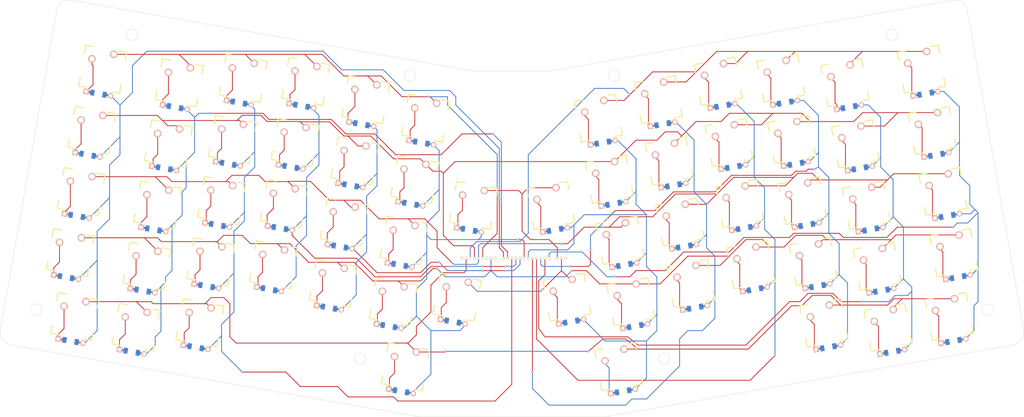
<source format=kicad_pcb>
(kicad_pcb (version 4) (host pcbnew 4.0.2+dfsg1-stable)
  (title_block (title "RD60 with k270 Unifying") (date 2017-01-02) (rev 0.1))
  (layers (0 F.Cu signal) (31 B.Cu signal) (34 B.Paste user) (35 F.Paste user) (36 B.SilkS user) (37 F.SilkS user) (38 B.Mask user) (39 F.Mask user) (44 Edge.Cuts user))
  (net 0 "")
  (net 1 "Net-(U1-Pad1)")
  (net 2 "Net-(U1-Pad7)")
  (net 3 "Net-(U1-Pad9)")
  (net 4 "Net-(U1-Pad24)")
  (net 5 2)
  (net 6 3)
  (net 7 4)
  (net 8 5)
  (net 9 6)
  (net 10 8)
  (net 11 10)
  (net 12 11)
  (net 13 12)
  (net 14 13)
  (net 15 14)
  (net 16 15)
  (net 17 16)
  (net 18 17)
  (net 19 18)
  (net 20 19)
  (net 21 20)
  (net 22 21)
  (net 23 23)
  (net 24 22)
  (net 25 "Net-(U2-Pad3)")
  (net 26 "Net-(U3-Pad3)")
  (net 27 "Net-(U4-Pad3)")
  (net 28 "Net-(U5-Pad3)")
  (net 29 "Net-(U6-Pad3)")
  (net 30 "Net-(U7-Pad3)")
  (net 31 "Net-(U8-Pad3)")
  (net 32 "Net-(U9-Pad3)")
  (net 33 "Net-(U10-Pad3)")
  (net 34 "Net-(U11-Pad3)")
  (net 35 "Net-(U12-Pad3)")
  (net 36 "Net-(U13-Pad3)")
  (net 37 "Net-(U14-Pad3)")
  (net 38 "Net-(U15-Pad3)")
  (net 39 "Net-(U16-Pad3)")
  (net 40 "Net-(U17-Pad3)")
  (net 41 "Net-(U18-Pad3)")
  (net 42 "Net-(U19-Pad3)")
  (net 43 "Net-(U20-Pad3)")
  (net 44 "Net-(U21-Pad3)")
  (net 45 "Net-(U22-Pad3)")
  (net 46 "Net-(U23-Pad3)")
  (net 47 "Net-(U24-Pad3)")
  (net 48 "Net-(U25-Pad3)")
  (net 49 "Net-(U26-Pad3)")
  (net 50 "Net-(U27-Pad3)")
  (net 51 "Net-(U28-Pad3)")
  (net 52 "Net-(U29-Pad3)")
  (net 53 "Net-(U30-Pad3)")
  (net 54 "Net-(U31-Pad3)")
  (net 55 "Net-(U32-Pad3)")
  (net 56 "Net-(U33-Pad3)")
  (net 57 "Net-(U34-Pad3)")
  (net 58 "Net-(U35-Pad3)")
  (net 59 "Net-(U36-Pad3)")
  (net 60 "Net-(U37-Pad3)")
  (net 61 "Net-(U38-Pad3)")
  (net 62 "Net-(U39-Pad3)")
  (net 63 "Net-(U40-Pad3)")
  (net 64 "Net-(U41-Pad3)")
  (net 65 "Net-(U42-Pad3)")
  (net 66 "Net-(U43-Pad3)")
  (net 67 "Net-(U44-Pad3)")
  (net 68 "Net-(U45-Pad3)")
  (net 69 "Net-(U46-Pad3)")
  (net 70 "Net-(U47-Pad3)")
  (net 71 "Net-(U48-Pad3)")
  (net 72 "Net-(U49-Pad3)")
  (net 73 "Net-(U50-Pad3)")
  (net 74 "Net-(U51-Pad3)")
  (net 75 "Net-(U52-Pad3)")
  (net 76 "Net-(U53-Pad3)")
  (net 77 "Net-(U54-Pad3)")
  (net 78 "Net-(U55-Pad3)")
  (net 79 "Net-(U56-Pad3)")
  (net 80 "Net-(U57-Pad3)")
  (net 81 "Net-(U58-Pad3)")
  (net 82 "Net-(U59-Pad3)")
  (net 83 "Net-(U60-Pad3)")
  (net 84 "Net-(U61-Pad3)")
  (module RD60:k270 (layer F.Cu) (at 153.67 -41.91)
    (fp_text reference U1 (at -2.54 -1.27) (layer F.SilkS))
    (fp_text value k270)
    (pad 1 thru_hole circle (at -16.51 -3.81) (size 0.8 0.8) (drill 0.5) (layers *.Cu *.Mask F.SilkS) (net 1 "Net-(U1-Pad1)"))
    (pad 2 thru_hole circle (at -15.24 -3.81) (size 0.8 0.8) (drill 0.5) (layers *.Cu *.Mask F.SilkS) (net 5 2))
    (pad 3 thru_hole circle (at -13.97 -3.81) (size 0.8 0.8) (drill 0.5) (layers *.Cu *.Mask F.SilkS) (net 6 3))
    (pad 4 thru_hole circle (at -12.7 -3.81) (size 0.8 0.8) (drill 0.5) (layers *.Cu *.Mask F.SilkS) (net 7 4))
    (pad 5 thru_hole circle (at -11.43 -3.81) (size 0.8 0.8) (drill 0.5) (layers *.Cu *.Mask F.SilkS) (net 8 5))
    (pad 6 thru_hole circle (at -10.16 -3.81) (size 0.8 0.8) (drill 0.5) (layers *.Cu *.Mask F.SilkS) (net 9 6))
    (pad 7 thru_hole circle (at -8.89 -3.81) (size 0.8 0.8) (drill 0.5) (layers *.Cu *.Mask F.SilkS) (net 2 "Net-(U1-Pad7)"))
    (pad 8 thru_hole circle (at -7.62 -3.81) (size 0.8 0.8) (drill 0.5) (layers *.Cu *.Mask F.SilkS) (net 10 8))
    (pad 9 thru_hole circle (at -6.35 -3.81) (size 0.8 0.8) (drill 0.5) (layers *.Cu *.Mask F.SilkS) (net 3 "Net-(U1-Pad9)"))
    (pad 10 thru_hole circle (at -3.81 -3.81) (size 0.8 0.8) (drill 0.5) (layers *.Cu *.Mask F.SilkS) (net 11 10))
    (pad 11 thru_hole circle (at -2.54 -3.81) (size 0.8 0.8) (drill 0.5) (layers *.Cu *.Mask F.SilkS) (net 12 11))
    (pad 12 thru_hole circle (at -1.27 -3.81) (size 0.8 0.8) (drill 0.5) (layers *.Cu *.Mask F.SilkS) (net 13 12))
    (pad 13 thru_hole circle (at 0 -3.81) (size 0.8 0.8) (drill 0.5) (layers *.Cu *.Mask F.SilkS) (net 14 13))
    (pad 14 thru_hole circle (at 1.27 -3.81) (size 0.8 0.8) (drill 0.5) (layers *.Cu *.Mask F.SilkS) (net 15 14))
    (pad 15 thru_hole circle (at 2.54 -3.81) (size 0.8 0.8) (drill 0.5) (layers *.Cu *.Mask F.SilkS) (net 16 15))
    (pad 16 thru_hole circle (at 3.81 -3.81) (size 0.8 0.8) (drill 0.5) (layers *.Cu *.Mask F.SilkS) (net 17 16))
    (pad 17 thru_hole circle (at 5.08 -3.81) (size 0.8 0.8) (drill 0.5) (layers *.Cu *.Mask F.SilkS) (net 18 17))
    (pad 18 thru_hole circle (at 6.35 -3.81) (size 0.8 0.8) (drill 0.5) (layers *.Cu *.Mask F.SilkS) (net 19 18))
    (pad 19 thru_hole circle (at 7.62 -3.81) (size 0.8 0.8) (drill 0.5) (layers *.Cu *.Mask F.SilkS) (net 20 19))
    (pad 20 thru_hole circle (at 8.89 -3.81) (size 0.8 0.8) (drill 0.5) (layers *.Cu *.Mask F.SilkS) (net 21 20))
    (pad 21 thru_hole circle (at 10.16 -3.81) (size 0.8 0.8) (drill 0.5) (layers *.Cu *.Mask F.SilkS) (net 22 21))
    (pad 23 thru_hole circle (at 13.97 -3.81) (size 0.8 0.8) (drill 0.5) (layers *.Cu *.Mask F.SilkS) (net 23 23))
    (pad 22 thru_hole circle (at 12.7 -3.81) (size 0.8 0.8) (drill 0.5) (layers *.Cu *.Mask F.SilkS) (net 24 22))
    (pad 24 thru_hole circle (at 15.24 -3.81) (size 0.8 0.8) (drill 0.5) (layers *.Cu *.Mask F.SilkS) (net 4 "Net-(U1-Pad24)"))
  )
  (module RD60:mx1a (layer F.Cu) (at 27.0993 -103.6889 350)
    (fp_text reference U2 hide)
    (fp_text value mx1a hide)
    (fp_line (start 2.032 7.62) (end 3.81 7.62) (layer B.Cu) (width 0.6096))
    (fp_line (start -3.81 7.62) (end -2.032 7.62) (layer B.Cu) (width 0.6096))
    (pad "" np_thru_hole circle (at 0 0 350) (size 3.9878 3.9878) (drill 3.9878) (layers *.Cu))
    (pad 4 thru_hole circle (at -3.81 -2.54 350) (size 2.286 2.286) (drill 1.4986) (layers *.Cu *.SilkS *.Mask) (net 25 "Net-(U2-Pad3)"))
    (pad 1 thru_hole circle (at 2.54 -5.08 350) (size 2.286 2.286) (drill 1.4986) (layers *.Cu *.SilkS *.Mask) (net 9 6))
    (pad "" np_thru_hole circle (at -5.08 0 350) (size 1.7018 1.7018) (drill 1.7018) (layers *.Cu))
    (pad "" np_thru_hole circle (at 5.08 0 350) (size 1.7018 1.7018) (drill 1.7018) (layers *.Cu))
    (pad 5 smd rect (at 1.8923 7.62 350) (size 1.27 1.778) (layers B.Cu B.Paste B.Mask))
    (pad 6 smd rect (at -1.8923 7.62 350) (size 1.27 1.778) (layers B.Cu B.Paste B.Mask))
    (pad 2 thru_hole circle (at 3.81 7.62 350) (size 1.651 1.651) (drill 0.9906) (layers *.Cu *.SilkS *.Mask) (net 11 10))
    (pad 3 thru_hole rect (at -3.81 7.62 350) (size 1.651 1.651) (drill 0.9906) (layers *.Cu *.SilkS *.Mask) (net 25 "Net-(U2-Pad3)"))
  )
  (module RD60:mx1a (layer F.Cu) (at 23.7913 -84.9292 350)
    (fp_text reference U3 hide)
    (fp_text value mx1a hide)
    (fp_line (start 2.032 7.62) (end 3.81 7.62) (layer B.Cu) (width 0.6096))
    (fp_line (start -3.81 7.62) (end -2.032 7.62) (layer B.Cu) (width 0.6096))
    (pad "" np_thru_hole circle (at 0 0 350) (size 3.9878 3.9878) (drill 3.9878) (layers *.Cu))
    (pad 4 thru_hole circle (at -3.81 -2.54 350) (size 2.286 2.286) (drill 1.4986) (layers *.Cu *.SilkS *.Mask) (net 26 "Net-(U3-Pad3)"))
    (pad 1 thru_hole circle (at 2.54 -5.08 350) (size 2.286 2.286) (drill 1.4986) (layers *.Cu *.SilkS *.Mask) (net 7 4))
    (pad "" np_thru_hole circle (at -5.08 0 350) (size 1.7018 1.7018) (drill 1.7018) (layers *.Cu))
    (pad "" np_thru_hole circle (at 5.08 0 350) (size 1.7018 1.7018) (drill 1.7018) (layers *.Cu))
    (pad 5 smd rect (at 1.8923 7.62 350) (size 1.27 1.778) (layers B.Cu B.Paste B.Mask))
    (pad 6 smd rect (at -1.8923 7.62 350) (size 1.27 1.778) (layers B.Cu B.Paste B.Mask))
    (pad 2 thru_hole circle (at 3.81 7.62 350) (size 1.651 1.651) (drill 0.9906) (layers *.Cu *.SilkS *.Mask) (net 11 10))
    (pad 3 thru_hole rect (at -3.81 7.62 350) (size 1.651 1.651) (drill 0.9906) (layers *.Cu *.SilkS *.Mask) (net 26 "Net-(U3-Pad3)"))
  )
  (module RD60:mx1a (layer F.Cu) (at 20.4842 -66.1689 350)
    (fp_text reference U4 hide)
    (fp_text value mx1a hide)
    (fp_line (start 2.032 7.62) (end 3.81 7.62) (layer B.Cu) (width 0.6096))
    (fp_line (start -3.81 7.62) (end -2.032 7.62) (layer B.Cu) (width 0.6096))
    (pad "" np_thru_hole circle (at 0 0 350) (size 3.9878 3.9878) (drill 3.9878) (layers *.Cu))
    (pad 4 thru_hole circle (at -3.81 -2.54 350) (size 2.286 2.286) (drill 1.4986) (layers *.Cu *.SilkS *.Mask) (net 27 "Net-(U4-Pad3)"))
    (pad 1 thru_hole circle (at 2.54 -5.08 350) (size 2.286 2.286) (drill 1.4986) (layers *.Cu *.SilkS *.Mask) (net 8 5))
    (pad "" np_thru_hole circle (at -5.08 0 350) (size 1.7018 1.7018) (drill 1.7018) (layers *.Cu))
    (pad "" np_thru_hole circle (at 5.08 0 350) (size 1.7018 1.7018) (drill 1.7018) (layers *.Cu))
    (pad 5 smd rect (at 1.8923 7.62 350) (size 1.27 1.778) (layers B.Cu B.Paste B.Mask))
    (pad 6 smd rect (at -1.8923 7.62 350) (size 1.27 1.778) (layers B.Cu B.Paste B.Mask))
    (pad 2 thru_hole circle (at 3.81 7.62 350) (size 1.651 1.651) (drill 0.9906) (layers *.Cu *.SilkS *.Mask) (net 11 10))
    (pad 3 thru_hole rect (at -3.81 7.62 350) (size 1.651 1.651) (drill 0.9906) (layers *.Cu *.SilkS *.Mask) (net 27 "Net-(U4-Pad3)"))
  )
  (module RD60:mx1a (layer F.Cu) (at 17.1758 -47.4075 350)
    (fp_text reference U5 hide)
    (fp_text value mx1a hide)
    (fp_line (start 2.032 7.62) (end 3.81 7.62) (layer B.Cu) (width 0.6096))
    (fp_line (start -3.81 7.62) (end -2.032 7.62) (layer B.Cu) (width 0.6096))
    (pad "" np_thru_hole circle (at 0 0 350) (size 3.9878 3.9878) (drill 3.9878) (layers *.Cu))
    (pad 4 thru_hole circle (at -3.81 -2.54 350) (size 2.286 2.286) (drill 1.4986) (layers *.Cu *.SilkS *.Mask) (net 28 "Net-(U5-Pad3)"))
    (pad 1 thru_hole circle (at 2.54 -5.08 350) (size 2.286 2.286) (drill 1.4986) (layers *.Cu *.SilkS *.Mask) (net 10 8))
    (pad "" np_thru_hole circle (at -5.08 0 350) (size 1.7018 1.7018) (drill 1.7018) (layers *.Cu))
    (pad "" np_thru_hole circle (at 5.08 0 350) (size 1.7018 1.7018) (drill 1.7018) (layers *.Cu))
    (pad 5 smd rect (at 1.8923 7.62 350) (size 1.27 1.778) (layers B.Cu B.Paste B.Mask))
    (pad 6 smd rect (at -1.8923 7.62 350) (size 1.27 1.778) (layers B.Cu B.Paste B.Mask))
    (pad 2 thru_hole circle (at 3.81 7.62 350) (size 1.651 1.651) (drill 0.9906) (layers *.Cu *.SilkS *.Mask) (net 11 10))
    (pad 3 thru_hole rect (at -3.81 7.62 350) (size 1.651 1.651) (drill 0.9906) (layers *.Cu *.SilkS *.Mask) (net 28 "Net-(U5-Pad3)"))
  )
  (module RD60:mx1a (layer F.Cu) (at 18.5577 -27.8201 350)
    (fp_text reference U6 hide)
    (fp_text value mx1a hide)
    (fp_line (start 2.032 7.62) (end 3.81 7.62) (layer B.Cu) (width 0.6096))
    (fp_line (start -3.81 7.62) (end -2.032 7.62) (layer B.Cu) (width 0.6096))
    (pad "" np_thru_hole circle (at 0 0 350) (size 3.9878 3.9878) (drill 3.9878) (layers *.Cu))
    (pad 4 thru_hole circle (at -3.81 -2.54 350) (size 2.286 2.286) (drill 1.4986) (layers *.Cu *.SilkS *.Mask) (net 29 "Net-(U6-Pad3)"))
    (pad 1 thru_hole circle (at 2.54 -5.08 350) (size 2.286 2.286) (drill 1.4986) (layers *.Cu *.SilkS *.Mask) (net 5 2))
    (pad "" np_thru_hole circle (at -5.08 0 350) (size 1.7018 1.7018) (drill 1.7018) (layers *.Cu))
    (pad "" np_thru_hole circle (at 5.08 0 350) (size 1.7018 1.7018) (drill 1.7018) (layers *.Cu))
    (pad 5 smd rect (at 1.8923 7.62 350) (size 1.27 1.778) (layers B.Cu B.Paste B.Mask))
    (pad 6 smd rect (at -1.8923 7.62 350) (size 1.27 1.778) (layers B.Cu B.Paste B.Mask))
    (pad 2 thru_hole circle (at 3.81 7.62 350) (size 1.651 1.651) (drill 0.9906) (layers *.Cu *.SilkS *.Mask) (net 11 10))
    (pad 3 thru_hole rect (at -3.81 7.62 350) (size 1.651 1.651) (drill 0.9906) (layers *.Cu *.SilkS *.Mask) (net 29 "Net-(U6-Pad3)"))
  )
  (module RD60:mx1a (layer F.Cu) (at 50.5509 -99.5542 350)
    (fp_text reference U7 hide)
    (fp_text value mx1a hide)
    (fp_line (start 2.032 7.62) (end 3.81 7.62) (layer B.Cu) (width 0.6096))
    (fp_line (start -3.81 7.62) (end -2.032 7.62) (layer B.Cu) (width 0.6096))
    (pad "" np_thru_hole circle (at 0 0 350) (size 3.9878 3.9878) (drill 3.9878) (layers *.Cu))
    (pad 4 thru_hole circle (at -3.81 -2.54 350) (size 2.286 2.286) (drill 1.4986) (layers *.Cu *.SilkS *.Mask) (net 30 "Net-(U7-Pad3)"))
    (pad 1 thru_hole circle (at 2.54 -5.08 350) (size 2.286 2.286) (drill 1.4986) (layers *.Cu *.SilkS *.Mask) (net 9 6))
    (pad "" np_thru_hole circle (at -5.08 0 350) (size 1.7018 1.7018) (drill 1.7018) (layers *.Cu))
    (pad "" np_thru_hole circle (at 5.08 0 350) (size 1.7018 1.7018) (drill 1.7018) (layers *.Cu))
    (pad 5 smd rect (at 1.8923 7.62 350) (size 1.27 1.778) (layers B.Cu B.Paste B.Mask))
    (pad 6 smd rect (at -1.8923 7.62 350) (size 1.27 1.778) (layers B.Cu B.Paste B.Mask))
    (pad 2 thru_hole circle (at 3.81 7.62 350) (size 1.651 1.651) (drill 0.9906) (layers *.Cu *.SilkS *.Mask) (net 12 11))
    (pad 3 thru_hole rect (at -3.81 7.62 350) (size 1.651 1.651) (drill 0.9906) (layers *.Cu *.SilkS *.Mask) (net 30 "Net-(U7-Pad3)"))
  )
  (module RD60:mx1a (layer F.Cu) (at 47.2423 -80.7942 350)
    (fp_text reference U8 hide)
    (fp_text value mx1a hide)
    (fp_line (start 2.032 7.62) (end 3.81 7.62) (layer B.Cu) (width 0.6096))
    (fp_line (start -3.81 7.62) (end -2.032 7.62) (layer B.Cu) (width 0.6096))
    (pad "" np_thru_hole circle (at 0 0 350) (size 3.9878 3.9878) (drill 3.9878) (layers *.Cu))
    (pad 4 thru_hole circle (at -3.81 -2.54 350) (size 2.286 2.286) (drill 1.4986) (layers *.Cu *.SilkS *.Mask) (net 31 "Net-(U8-Pad3)"))
    (pad 1 thru_hole circle (at 2.54 -5.08 350) (size 2.286 2.286) (drill 1.4986) (layers *.Cu *.SilkS *.Mask) (net 7 4))
    (pad "" np_thru_hole circle (at -5.08 0 350) (size 1.7018 1.7018) (drill 1.7018) (layers *.Cu))
    (pad "" np_thru_hole circle (at 5.08 0 350) (size 1.7018 1.7018) (drill 1.7018) (layers *.Cu))
    (pad 5 smd rect (at 1.8923 7.62 350) (size 1.27 1.778) (layers B.Cu B.Paste B.Mask))
    (pad 6 smd rect (at -1.8923 7.62 350) (size 1.27 1.778) (layers B.Cu B.Paste B.Mask))
    (pad 2 thru_hole circle (at 3.81 7.62 350) (size 1.651 1.651) (drill 0.9906) (layers *.Cu *.SilkS *.Mask) (net 12 11))
    (pad 3 thru_hole rect (at -3.81 7.62 350) (size 1.651 1.651) (drill 0.9906) (layers *.Cu *.SilkS *.Mask) (net 31 "Net-(U8-Pad3)"))
  )
  (module RD60:mx1a (layer F.Cu) (at 43.9347 -62.0328 350)
    (fp_text reference U9 hide)
    (fp_text value mx1a hide)
    (fp_line (start 2.032 7.62) (end 3.81 7.62) (layer B.Cu) (width 0.6096))
    (fp_line (start -3.81 7.62) (end -2.032 7.62) (layer B.Cu) (width 0.6096))
    (pad "" np_thru_hole circle (at 0 0 350) (size 3.9878 3.9878) (drill 3.9878) (layers *.Cu))
    (pad 4 thru_hole circle (at -3.81 -2.54 350) (size 2.286 2.286) (drill 1.4986) (layers *.Cu *.SilkS *.Mask) (net 32 "Net-(U9-Pad3)"))
    (pad 1 thru_hole circle (at 2.54 -5.08 350) (size 2.286 2.286) (drill 1.4986) (layers *.Cu *.SilkS *.Mask) (net 8 5))
    (pad "" np_thru_hole circle (at -5.08 0 350) (size 1.7018 1.7018) (drill 1.7018) (layers *.Cu))
    (pad "" np_thru_hole circle (at 5.08 0 350) (size 1.7018 1.7018) (drill 1.7018) (layers *.Cu))
    (pad 5 smd rect (at 1.8923 7.62 350) (size 1.27 1.778) (layers B.Cu B.Paste B.Mask))
    (pad 6 smd rect (at -1.8923 7.62 350) (size 1.27 1.778) (layers B.Cu B.Paste B.Mask))
    (pad 2 thru_hole circle (at 3.81 7.62 350) (size 1.651 1.651) (drill 0.9906) (layers *.Cu *.SilkS *.Mask) (net 12 11))
    (pad 3 thru_hole rect (at -3.81 7.62 350) (size 1.651 1.651) (drill 0.9906) (layers *.Cu *.SilkS *.Mask) (net 32 "Net-(U9-Pad3)"))
  )
  (module RD60:mx1a (layer F.Cu) (at 40.6269 -43.2727 350)
    (fp_text reference U10 hide)
    (fp_text value mx1a hide)
    (fp_line (start 2.032 7.62) (end 3.81 7.62) (layer B.Cu) (width 0.6096))
    (fp_line (start -3.81 7.62) (end -2.032 7.62) (layer B.Cu) (width 0.6096))
    (pad "" np_thru_hole circle (at 0 0 350) (size 3.9878 3.9878) (drill 3.9878) (layers *.Cu))
    (pad 4 thru_hole circle (at -3.81 -2.54 350) (size 2.286 2.286) (drill 1.4986) (layers *.Cu *.SilkS *.Mask) (net 33 "Net-(U10-Pad3)"))
    (pad 1 thru_hole circle (at 2.54 -5.08 350) (size 2.286 2.286) (drill 1.4986) (layers *.Cu *.SilkS *.Mask) (net 10 8))
    (pad "" np_thru_hole circle (at -5.08 0 350) (size 1.7018 1.7018) (drill 1.7018) (layers *.Cu))
    (pad "" np_thru_hole circle (at 5.08 0 350) (size 1.7018 1.7018) (drill 1.7018) (layers *.Cu))
    (pad 5 smd rect (at 1.8923 7.62 350) (size 1.27 1.778) (layers B.Cu B.Paste B.Mask))
    (pad 6 smd rect (at -1.8923 7.62 350) (size 1.27 1.778) (layers B.Cu B.Paste B.Mask))
    (pad 2 thru_hole circle (at 3.81 7.62 350) (size 1.651 1.651) (drill 0.9906) (layers *.Cu *.SilkS *.Mask) (net 12 11))
    (pad 3 thru_hole rect (at -3.81 7.62 350) (size 1.651 1.651) (drill 0.9906) (layers *.Cu *.SilkS *.Mask) (net 33 "Net-(U10-Pad3)"))
  )
  (module RD60:mx1a (layer F.Cu) (at 37.3192 -24.5118 350)
    (fp_text reference U11 hide)
    (fp_text value mx1a hide)
    (fp_line (start 2.032 7.62) (end 3.81 7.62) (layer B.Cu) (width 0.6096))
    (fp_line (start -3.81 7.62) (end -2.032 7.62) (layer B.Cu) (width 0.6096))
    (pad "" np_thru_hole circle (at 0 0 350) (size 3.9878 3.9878) (drill 3.9878) (layers *.Cu))
    (pad 4 thru_hole circle (at -3.81 -2.54 350) (size 2.286 2.286) (drill 1.4986) (layers *.Cu *.SilkS *.Mask) (net 34 "Net-(U11-Pad3)"))
    (pad 1 thru_hole circle (at 2.54 -5.08 350) (size 2.286 2.286) (drill 1.4986) (layers *.Cu *.SilkS *.Mask) (net 5 2))
    (pad "" np_thru_hole circle (at -5.08 0 350) (size 1.7018 1.7018) (drill 1.7018) (layers *.Cu))
    (pad "" np_thru_hole circle (at 5.08 0 350) (size 1.7018 1.7018) (drill 1.7018) (layers *.Cu))
    (pad 5 smd rect (at 1.8923 7.62 350) (size 1.27 1.778) (layers B.Cu B.Paste B.Mask))
    (pad 6 smd rect (at -1.8923 7.62 350) (size 1.27 1.778) (layers B.Cu B.Paste B.Mask))
    (pad 2 thru_hole circle (at 3.81 7.62 350) (size 1.651 1.651) (drill 0.9906) (layers *.Cu *.SilkS *.Mask) (net 12 11))
    (pad 3 thru_hole rect (at -3.81 7.62 350) (size 1.651 1.651) (drill 0.9906) (layers *.Cu *.SilkS *.Mask) (net 34 "Net-(U11-Pad3)"))
  )
  (module RD60:mx1a (layer F.Cu) (at 70.1379 -100.9355 350)
    (fp_text reference U12 hide)
    (fp_text value mx1a hide)
    (fp_line (start 2.032 7.62) (end 3.81 7.62) (layer B.Cu) (width 0.6096))
    (fp_line (start -3.81 7.62) (end -2.032 7.62) (layer B.Cu) (width 0.6096))
    (pad "" np_thru_hole circle (at 0 0 350) (size 3.9878 3.9878) (drill 3.9878) (layers *.Cu))
    (pad 4 thru_hole circle (at -3.81 -2.54 350) (size 2.286 2.286) (drill 1.4986) (layers *.Cu *.SilkS *.Mask) (net 35 "Net-(U12-Pad3)"))
    (pad 1 thru_hole circle (at 2.54 -5.08 350) (size 2.286 2.286) (drill 1.4986) (layers *.Cu *.SilkS *.Mask) (net 9 6))
    (pad "" np_thru_hole circle (at -5.08 0 350) (size 1.7018 1.7018) (drill 1.7018) (layers *.Cu))
    (pad "" np_thru_hole circle (at 5.08 0 350) (size 1.7018 1.7018) (drill 1.7018) (layers *.Cu))
    (pad 5 smd rect (at 1.8923 7.62 350) (size 1.27 1.778) (layers B.Cu B.Paste B.Mask))
    (pad 6 smd rect (at -1.8923 7.62 350) (size 1.27 1.778) (layers B.Cu B.Paste B.Mask))
    (pad 2 thru_hole circle (at 3.81 7.62 350) (size 1.651 1.651) (drill 0.9906) (layers *.Cu *.SilkS *.Mask) (net 13 12))
    (pad 3 thru_hole rect (at -3.81 7.62 350) (size 1.651 1.651) (drill 0.9906) (layers *.Cu *.SilkS *.Mask) (net 35 "Net-(U12-Pad3)"))
  )
  (module RD60:mx1a (layer F.Cu) (at 66.8301 -82.1766 350)
    (fp_text reference U13 hide)
    (fp_text value mx1a hide)
    (fp_line (start 2.032 7.62) (end 3.81 7.62) (layer B.Cu) (width 0.6096))
    (fp_line (start -3.81 7.62) (end -2.032 7.62) (layer B.Cu) (width 0.6096))
    (pad "" np_thru_hole circle (at 0 0 350) (size 3.9878 3.9878) (drill 3.9878) (layers *.Cu))
    (pad 4 thru_hole circle (at -3.81 -2.54 350) (size 2.286 2.286) (drill 1.4986) (layers *.Cu *.SilkS *.Mask) (net 36 "Net-(U13-Pad3)"))
    (pad 1 thru_hole circle (at 2.54 -5.08 350) (size 2.286 2.286) (drill 1.4986) (layers *.Cu *.SilkS *.Mask) (net 7 4))
    (pad "" np_thru_hole circle (at -5.08 0 350) (size 1.7018 1.7018) (drill 1.7018) (layers *.Cu))
    (pad "" np_thru_hole circle (at 5.08 0 350) (size 1.7018 1.7018) (drill 1.7018) (layers *.Cu))
    (pad 5 smd rect (at 1.8923 7.62 350) (size 1.27 1.778) (layers B.Cu B.Paste B.Mask))
    (pad 6 smd rect (at -1.8923 7.62 350) (size 1.27 1.778) (layers B.Cu B.Paste B.Mask))
    (pad 2 thru_hole circle (at 3.81 7.62 350) (size 1.651 1.651) (drill 0.9906) (layers *.Cu *.SilkS *.Mask) (net 13 12))
    (pad 3 thru_hole rect (at -3.81 7.62 350) (size 1.651 1.651) (drill 0.9906) (layers *.Cu *.SilkS *.Mask) (net 36 "Net-(U13-Pad3)"))
  )
  (module RD60:mx1a (layer F.Cu) (at 63.5216 -63.4148 350)
    (fp_text reference U14 hide)
    (fp_text value mx1a hide)
    (fp_line (start 2.032 7.62) (end 3.81 7.62) (layer B.Cu) (width 0.6096))
    (fp_line (start -3.81 7.62) (end -2.032 7.62) (layer B.Cu) (width 0.6096))
    (pad "" np_thru_hole circle (at 0 0 350) (size 3.9878 3.9878) (drill 3.9878) (layers *.Cu))
    (pad 4 thru_hole circle (at -3.81 -2.54 350) (size 2.286 2.286) (drill 1.4986) (layers *.Cu *.SilkS *.Mask) (net 37 "Net-(U14-Pad3)"))
    (pad 1 thru_hole circle (at 2.54 -5.08 350) (size 2.286 2.286) (drill 1.4986) (layers *.Cu *.SilkS *.Mask) (net 8 5))
    (pad "" np_thru_hole circle (at -5.08 0 350) (size 1.7018 1.7018) (drill 1.7018) (layers *.Cu))
    (pad "" np_thru_hole circle (at 5.08 0 350) (size 1.7018 1.7018) (drill 1.7018) (layers *.Cu))
    (pad 5 smd rect (at 1.8923 7.62 350) (size 1.27 1.778) (layers B.Cu B.Paste B.Mask))
    (pad 6 smd rect (at -1.8923 7.62 350) (size 1.27 1.778) (layers B.Cu B.Paste B.Mask))
    (pad 2 thru_hole circle (at 3.81 7.62 350) (size 1.651 1.651) (drill 0.9906) (layers *.Cu *.SilkS *.Mask) (net 13 12))
    (pad 3 thru_hole rect (at -3.81 7.62 350) (size 1.651 1.651) (drill 0.9906) (layers *.Cu *.SilkS *.Mask) (net 37 "Net-(U14-Pad3)"))
  )
  (module RD60:mx1a (layer F.Cu) (at 60.2141 -44.6553 350)
    (fp_text reference U15 hide)
    (fp_text value mx1a hide)
    (fp_line (start 2.032 7.62) (end 3.81 7.62) (layer B.Cu) (width 0.6096))
    (fp_line (start -3.81 7.62) (end -2.032 7.62) (layer B.Cu) (width 0.6096))
    (pad "" np_thru_hole circle (at 0 0 350) (size 3.9878 3.9878) (drill 3.9878) (layers *.Cu))
    (pad 4 thru_hole circle (at -3.81 -2.54 350) (size 2.286 2.286) (drill 1.4986) (layers *.Cu *.SilkS *.Mask) (net 38 "Net-(U15-Pad3)"))
    (pad 1 thru_hole circle (at 2.54 -5.08 350) (size 2.286 2.286) (drill 1.4986) (layers *.Cu *.SilkS *.Mask) (net 10 8))
    (pad "" np_thru_hole circle (at -5.08 0 350) (size 1.7018 1.7018) (drill 1.7018) (layers *.Cu))
    (pad "" np_thru_hole circle (at 5.08 0 350) (size 1.7018 1.7018) (drill 1.7018) (layers *.Cu))
    (pad 5 smd rect (at 1.8923 7.62 350) (size 1.27 1.778) (layers B.Cu B.Paste B.Mask))
    (pad 6 smd rect (at -1.8923 7.62 350) (size 1.27 1.778) (layers B.Cu B.Paste B.Mask))
    (pad 2 thru_hole circle (at 3.81 7.62 350) (size 1.651 1.651) (drill 0.9906) (layers *.Cu *.SilkS *.Mask) (net 13 12))
    (pad 3 thru_hole rect (at -3.81 7.62 350) (size 1.651 1.651) (drill 0.9906) (layers *.Cu *.SilkS *.Mask) (net 38 "Net-(U15-Pad3)"))
  )
  (module RD60:mx1a (layer F.Cu) (at 56.9056 -25.8937 350)
    (fp_text reference U16 hide)
    (fp_text value mx1a hide)
    (fp_line (start 2.032 7.62) (end 3.81 7.62) (layer B.Cu) (width 0.6096))
    (fp_line (start -3.81 7.62) (end -2.032 7.62) (layer B.Cu) (width 0.6096))
    (pad "" np_thru_hole circle (at 0 0 350) (size 3.9878 3.9878) (drill 3.9878) (layers *.Cu))
    (pad 4 thru_hole circle (at -3.81 -2.54 350) (size 2.286 2.286) (drill 1.4986) (layers *.Cu *.SilkS *.Mask) (net 39 "Net-(U16-Pad3)"))
    (pad 1 thru_hole circle (at 2.54 -5.08 350) (size 2.286 2.286) (drill 1.4986) (layers *.Cu *.SilkS *.Mask) (net 5 2))
    (pad "" np_thru_hole circle (at -5.08 0 350) (size 1.7018 1.7018) (drill 1.7018) (layers *.Cu))
    (pad "" np_thru_hole circle (at 5.08 0 350) (size 1.7018 1.7018) (drill 1.7018) (layers *.Cu))
    (pad 5 smd rect (at 1.8923 7.62 350) (size 1.27 1.778) (layers B.Cu B.Paste B.Mask))
    (pad 6 smd rect (at -1.8923 7.62 350) (size 1.27 1.778) (layers B.Cu B.Paste B.Mask))
    (pad 2 thru_hole circle (at 3.81 7.62 350) (size 1.651 1.651) (drill 0.9906) (layers *.Cu *.SilkS *.Mask) (net 13 12))
    (pad 3 thru_hole rect (at -3.81 7.62 350) (size 1.651 1.651) (drill 0.9906) (layers *.Cu *.SilkS *.Mask) (net 39 "Net-(U16-Pad3)"))
  )
  (module RD60:mx1a (layer F.Cu) (at 89.312 -99.973 350)
    (fp_text reference U17 hide)
    (fp_text value mx1a hide)
    (fp_line (start 2.032 7.62) (end 3.81 7.62) (layer B.Cu) (width 0.6096))
    (fp_line (start -3.81 7.62) (end -2.032 7.62) (layer B.Cu) (width 0.6096))
    (pad "" np_thru_hole circle (at 0 0 350) (size 3.9878 3.9878) (drill 3.9878) (layers *.Cu))
    (pad 4 thru_hole circle (at -3.81 -2.54 350) (size 2.286 2.286) (drill 1.4986) (layers *.Cu *.SilkS *.Mask) (net 40 "Net-(U17-Pad3)"))
    (pad 1 thru_hole circle (at 2.54 -5.08 350) (size 2.286 2.286) (drill 1.4986) (layers *.Cu *.SilkS *.Mask) (net 9 6))
    (pad "" np_thru_hole circle (at -5.08 0 350) (size 1.7018 1.7018) (drill 1.7018) (layers *.Cu))
    (pad "" np_thru_hole circle (at 5.08 0 350) (size 1.7018 1.7018) (drill 1.7018) (layers *.Cu))
    (pad 5 smd rect (at 1.8923 7.62 350) (size 1.27 1.778) (layers B.Cu B.Paste B.Mask))
    (pad 6 smd rect (at -1.8923 7.62 350) (size 1.27 1.778) (layers B.Cu B.Paste B.Mask))
    (pad 2 thru_hole circle (at 3.81 7.62 350) (size 1.651 1.651) (drill 0.9906) (layers *.Cu *.SilkS *.Mask) (net 14 13))
    (pad 3 thru_hole rect (at -3.81 7.62 350) (size 1.651 1.651) (drill 0.9906) (layers *.Cu *.SilkS *.Mask) (net 40 "Net-(U17-Pad3)"))
  )
  (module RD60:mx1a (layer F.Cu) (at 86.0041 -81.2126 350)
    (fp_text reference U18 hide)
    (fp_text value mx1a hide)
    (fp_line (start 2.032 7.62) (end 3.81 7.62) (layer B.Cu) (width 0.6096))
    (fp_line (start -3.81 7.62) (end -2.032 7.62) (layer B.Cu) (width 0.6096))
    (pad "" np_thru_hole circle (at 0 0 350) (size 3.9878 3.9878) (drill 3.9878) (layers *.Cu))
    (pad 4 thru_hole circle (at -3.81 -2.54 350) (size 2.286 2.286) (drill 1.4986) (layers *.Cu *.SilkS *.Mask) (net 41 "Net-(U18-Pad3)"))
    (pad 1 thru_hole circle (at 2.54 -5.08 350) (size 2.286 2.286) (drill 1.4986) (layers *.Cu *.SilkS *.Mask) (net 7 4))
    (pad "" np_thru_hole circle (at -5.08 0 350) (size 1.7018 1.7018) (drill 1.7018) (layers *.Cu))
    (pad "" np_thru_hole circle (at 5.08 0 350) (size 1.7018 1.7018) (drill 1.7018) (layers *.Cu))
    (pad 5 smd rect (at 1.8923 7.62 350) (size 1.27 1.778) (layers B.Cu B.Paste B.Mask))
    (pad 6 smd rect (at -1.8923 7.62 350) (size 1.27 1.778) (layers B.Cu B.Paste B.Mask))
    (pad 2 thru_hole circle (at 3.81 7.62 350) (size 1.651 1.651) (drill 0.9906) (layers *.Cu *.SilkS *.Mask) (net 14 13))
    (pad 3 thru_hole rect (at -3.81 7.62 350) (size 1.651 1.651) (drill 0.9906) (layers *.Cu *.SilkS *.Mask) (net 41 "Net-(U18-Pad3)"))
  )
  (module RD60:mx1a (layer F.Cu) (at 82.696 -62.452 350)
    (fp_text reference U19 hide)
    (fp_text value mx1a hide)
    (fp_line (start 2.032 7.62) (end 3.81 7.62) (layer B.Cu) (width 0.6096))
    (fp_line (start -3.81 7.62) (end -2.032 7.62) (layer B.Cu) (width 0.6096))
    (pad "" np_thru_hole circle (at 0 0 350) (size 3.9878 3.9878) (drill 3.9878) (layers *.Cu))
    (pad 4 thru_hole circle (at -3.81 -2.54 350) (size 2.286 2.286) (drill 1.4986) (layers *.Cu *.SilkS *.Mask) (net 42 "Net-(U19-Pad3)"))
    (pad 1 thru_hole circle (at 2.54 -5.08 350) (size 2.286 2.286) (drill 1.4986) (layers *.Cu *.SilkS *.Mask) (net 8 5))
    (pad "" np_thru_hole circle (at -5.08 0 350) (size 1.7018 1.7018) (drill 1.7018) (layers *.Cu))
    (pad "" np_thru_hole circle (at 5.08 0 350) (size 1.7018 1.7018) (drill 1.7018) (layers *.Cu))
    (pad 5 smd rect (at 1.8923 7.62 350) (size 1.27 1.778) (layers B.Cu B.Paste B.Mask))
    (pad 6 smd rect (at -1.8923 7.62 350) (size 1.27 1.778) (layers B.Cu B.Paste B.Mask))
    (pad 2 thru_hole circle (at 3.81 7.62 350) (size 1.651 1.651) (drill 0.9906) (layers *.Cu *.SilkS *.Mask) (net 14 13))
    (pad 3 thru_hole rect (at -3.81 7.62 350) (size 1.651 1.651) (drill 0.9906) (layers *.Cu *.SilkS *.Mask) (net 42 "Net-(U19-Pad3)"))
  )
  (module RD60:mx1a (layer F.Cu) (at 79.3877 -43.6918 350)
    (fp_text reference U20 hide)
    (fp_text value mx1a hide)
    (fp_line (start 2.032 7.62) (end 3.81 7.62) (layer B.Cu) (width 0.6096))
    (fp_line (start -3.81 7.62) (end -2.032 7.62) (layer B.Cu) (width 0.6096))
    (pad "" np_thru_hole circle (at 0 0 350) (size 3.9878 3.9878) (drill 3.9878) (layers *.Cu))
    (pad 4 thru_hole circle (at -3.81 -2.54 350) (size 2.286 2.286) (drill 1.4986) (layers *.Cu *.SilkS *.Mask) (net 43 "Net-(U20-Pad3)"))
    (pad 1 thru_hole circle (at 2.54 -5.08 350) (size 2.286 2.286) (drill 1.4986) (layers *.Cu *.SilkS *.Mask) (net 10 8))
    (pad "" np_thru_hole circle (at -5.08 0 350) (size 1.7018 1.7018) (drill 1.7018) (layers *.Cu))
    (pad "" np_thru_hole circle (at 5.08 0 350) (size 1.7018 1.7018) (drill 1.7018) (layers *.Cu))
    (pad 5 smd rect (at 1.8923 7.62 350) (size 1.27 1.778) (layers B.Cu B.Paste B.Mask))
    (pad 6 smd rect (at -1.8923 7.62 350) (size 1.27 1.778) (layers B.Cu B.Paste B.Mask))
    (pad 2 thru_hole circle (at 3.81 7.62 350) (size 1.651 1.651) (drill 0.9906) (layers *.Cu *.SilkS *.Mask) (net 14 13))
    (pad 3 thru_hole rect (at -3.81 7.62 350) (size 1.651 1.651) (drill 0.9906) (layers *.Cu *.SilkS *.Mask) (net 43 "Net-(U20-Pad3)"))
  )
  (module RD60:mx1a (layer F.Cu) (at 107.6595 -94.32 350)
    (fp_text reference U21 hide)
    (fp_text value mx1a hide)
    (fp_line (start 2.032 7.62) (end 3.81 7.62) (layer B.Cu) (width 0.6096))
    (fp_line (start -3.81 7.62) (end -2.032 7.62) (layer B.Cu) (width 0.6096))
    (pad "" np_thru_hole circle (at 0 0 350) (size 3.9878 3.9878) (drill 3.9878) (layers *.Cu))
    (pad 4 thru_hole circle (at -3.81 -2.54 350) (size 2.286 2.286) (drill 1.4986) (layers *.Cu *.SilkS *.Mask) (net 44 "Net-(U21-Pad3)"))
    (pad 1 thru_hole circle (at 2.54 -5.08 350) (size 2.286 2.286) (drill 1.4986) (layers *.Cu *.SilkS *.Mask) (net 9 6))
    (pad "" np_thru_hole circle (at -5.08 0 350) (size 1.7018 1.7018) (drill 1.7018) (layers *.Cu))
    (pad "" np_thru_hole circle (at 5.08 0 350) (size 1.7018 1.7018) (drill 1.7018) (layers *.Cu))
    (pad 5 smd rect (at 1.8923 7.62 350) (size 1.27 1.778) (layers B.Cu B.Paste B.Mask))
    (pad 6 smd rect (at -1.8923 7.62 350) (size 1.27 1.778) (layers B.Cu B.Paste B.Mask))
    (pad 2 thru_hole circle (at 3.81 7.62 350) (size 1.651 1.651) (drill 0.9906) (layers *.Cu *.SilkS *.Mask) (net 15 14))
    (pad 3 thru_hole rect (at -3.81 7.62 350) (size 1.651 1.651) (drill 0.9906) (layers *.Cu *.SilkS *.Mask) (net 44 "Net-(U21-Pad3)"))
  )
  (module RD60:mx1a (layer F.Cu) (at 104.3514 -75.56 350)
    (fp_text reference U22 hide)
    (fp_text value mx1a hide)
    (fp_line (start 2.032 7.62) (end 3.81 7.62) (layer B.Cu) (width 0.6096))
    (fp_line (start -3.81 7.62) (end -2.032 7.62) (layer B.Cu) (width 0.6096))
    (pad "" np_thru_hole circle (at 0 0 350) (size 3.9878 3.9878) (drill 3.9878) (layers *.Cu))
    (pad 4 thru_hole circle (at -3.81 -2.54 350) (size 2.286 2.286) (drill 1.4986) (layers *.Cu *.SilkS *.Mask) (net 45 "Net-(U22-Pad3)"))
    (pad 1 thru_hole circle (at 2.54 -5.08 350) (size 2.286 2.286) (drill 1.4986) (layers *.Cu *.SilkS *.Mask) (net 7 4))
    (pad "" np_thru_hole circle (at -5.08 0 350) (size 1.7018 1.7018) (drill 1.7018) (layers *.Cu))
    (pad "" np_thru_hole circle (at 5.08 0 350) (size 1.7018 1.7018) (drill 1.7018) (layers *.Cu))
    (pad 5 smd rect (at 1.8923 7.62 350) (size 1.27 1.778) (layers B.Cu B.Paste B.Mask))
    (pad 6 smd rect (at -1.8923 7.62 350) (size 1.27 1.778) (layers B.Cu B.Paste B.Mask))
    (pad 2 thru_hole circle (at 3.81 7.62 350) (size 1.651 1.651) (drill 0.9906) (layers *.Cu *.SilkS *.Mask) (net 15 14))
    (pad 3 thru_hole rect (at -3.81 7.62 350) (size 1.651 1.651) (drill 0.9906) (layers *.Cu *.SilkS *.Mask) (net 45 "Net-(U22-Pad3)"))
  )
  (module RD60:mx1a (layer F.Cu) (at 101.0432 -56.7993 350)
    (fp_text reference U23 hide)
    (fp_text value mx1a hide)
    (fp_line (start 2.032 7.62) (end 3.81 7.62) (layer B.Cu) (width 0.6096))
    (fp_line (start -3.81 7.62) (end -2.032 7.62) (layer B.Cu) (width 0.6096))
    (pad "" np_thru_hole circle (at 0 0 350) (size 3.9878 3.9878) (drill 3.9878) (layers *.Cu))
    (pad 4 thru_hole circle (at -3.81 -2.54 350) (size 2.286 2.286) (drill 1.4986) (layers *.Cu *.SilkS *.Mask) (net 46 "Net-(U23-Pad3)"))
    (pad 1 thru_hole circle (at 2.54 -5.08 350) (size 2.286 2.286) (drill 1.4986) (layers *.Cu *.SilkS *.Mask) (net 8 5))
    (pad "" np_thru_hole circle (at -5.08 0 350) (size 1.7018 1.7018) (drill 1.7018) (layers *.Cu))
    (pad "" np_thru_hole circle (at 5.08 0 350) (size 1.7018 1.7018) (drill 1.7018) (layers *.Cu))
    (pad 5 smd rect (at 1.8923 7.62 350) (size 1.27 1.778) (layers B.Cu B.Paste B.Mask))
    (pad 6 smd rect (at -1.8923 7.62 350) (size 1.27 1.778) (layers B.Cu B.Paste B.Mask))
    (pad 2 thru_hole circle (at 3.81 7.62 350) (size 1.651 1.651) (drill 0.9906) (layers *.Cu *.SilkS *.Mask) (net 15 14))
    (pad 3 thru_hole rect (at -3.81 7.62 350) (size 1.651 1.651) (drill 0.9906) (layers *.Cu *.SilkS *.Mask) (net 46 "Net-(U23-Pad3)"))
  )
  (module RD60:mx1a (layer F.Cu) (at 97.7354 -38.0389 350)
    (fp_text reference U24 hide)
    (fp_text value mx1a hide)
    (fp_line (start 2.032 7.62) (end 3.81 7.62) (layer B.Cu) (width 0.6096))
    (fp_line (start -3.81 7.62) (end -2.032 7.62) (layer B.Cu) (width 0.6096))
    (pad "" np_thru_hole circle (at 0 0 350) (size 3.9878 3.9878) (drill 3.9878) (layers *.Cu))
    (pad 4 thru_hole circle (at -3.81 -2.54 350) (size 2.286 2.286) (drill 1.4986) (layers *.Cu *.SilkS *.Mask) (net 47 "Net-(U24-Pad3)"))
    (pad 1 thru_hole circle (at 2.54 -5.08 350) (size 2.286 2.286) (drill 1.4986) (layers *.Cu *.SilkS *.Mask) (net 10 8))
    (pad "" np_thru_hole circle (at -5.08 0 350) (size 1.7018 1.7018) (drill 1.7018) (layers *.Cu))
    (pad "" np_thru_hole circle (at 5.08 0 350) (size 1.7018 1.7018) (drill 1.7018) (layers *.Cu))
    (pad 5 smd rect (at 1.8923 7.62 350) (size 1.27 1.778) (layers B.Cu B.Paste B.Mask))
    (pad 6 smd rect (at -1.8923 7.62 350) (size 1.27 1.778) (layers B.Cu B.Paste B.Mask))
    (pad 2 thru_hole circle (at 3.81 7.62 350) (size 1.651 1.651) (drill 0.9906) (layers *.Cu *.SilkS *.Mask) (net 15 14))
    (pad 3 thru_hole rect (at -3.81 7.62 350) (size 1.651 1.651) (drill 0.9906) (layers *.Cu *.SilkS *.Mask) (net 47 "Net-(U24-Pad3)"))
  )
  (module RD60:mx1a (layer F.Cu) (at 126.0065 -88.6672 350)
    (fp_text reference U25 hide)
    (fp_text value mx1a hide)
    (fp_line (start 2.032 7.62) (end 3.81 7.62) (layer B.Cu) (width 0.6096))
    (fp_line (start -3.81 7.62) (end -2.032 7.62) (layer B.Cu) (width 0.6096))
    (pad "" np_thru_hole circle (at 0 0 350) (size 3.9878 3.9878) (drill 3.9878) (layers *.Cu))
    (pad 4 thru_hole circle (at -3.81 -2.54 350) (size 2.286 2.286) (drill 1.4986) (layers *.Cu *.SilkS *.Mask) (net 48 "Net-(U25-Pad3)"))
    (pad 1 thru_hole circle (at 2.54 -5.08 350) (size 2.286 2.286) (drill 1.4986) (layers *.Cu *.SilkS *.Mask) (net 9 6))
    (pad "" np_thru_hole circle (at -5.08 0 350) (size 1.7018 1.7018) (drill 1.7018) (layers *.Cu))
    (pad "" np_thru_hole circle (at 5.08 0 350) (size 1.7018 1.7018) (drill 1.7018) (layers *.Cu))
    (pad 5 smd rect (at 1.8923 7.62 350) (size 1.27 1.778) (layers B.Cu B.Paste B.Mask))
    (pad 6 smd rect (at -1.8923 7.62 350) (size 1.27 1.778) (layers B.Cu B.Paste B.Mask))
    (pad 2 thru_hole circle (at 3.81 7.62 350) (size 1.651 1.651) (drill 0.9906) (layers *.Cu *.SilkS *.Mask) (net 16 15))
    (pad 3 thru_hole rect (at -3.81 7.62 350) (size 1.651 1.651) (drill 0.9906) (layers *.Cu *.SilkS *.Mask) (net 48 "Net-(U25-Pad3)"))
  )
  (module RD60:mx1a (layer F.Cu) (at 122.6988 -69.9074 350)
    (fp_text reference U26 hide)
    (fp_text value mx1a hide)
    (fp_line (start 2.032 7.62) (end 3.81 7.62) (layer B.Cu) (width 0.6096))
    (fp_line (start -3.81 7.62) (end -2.032 7.62) (layer B.Cu) (width 0.6096))
    (pad "" np_thru_hole circle (at 0 0 350) (size 3.9878 3.9878) (drill 3.9878) (layers *.Cu))
    (pad 4 thru_hole circle (at -3.81 -2.54 350) (size 2.286 2.286) (drill 1.4986) (layers *.Cu *.SilkS *.Mask) (net 49 "Net-(U26-Pad3)"))
    (pad 1 thru_hole circle (at 2.54 -5.08 350) (size 2.286 2.286) (drill 1.4986) (layers *.Cu *.SilkS *.Mask) (net 7 4))
    (pad "" np_thru_hole circle (at -5.08 0 350) (size 1.7018 1.7018) (drill 1.7018) (layers *.Cu))
    (pad "" np_thru_hole circle (at 5.08 0 350) (size 1.7018 1.7018) (drill 1.7018) (layers *.Cu))
    (pad 5 smd rect (at 1.8923 7.62 350) (size 1.27 1.778) (layers B.Cu B.Paste B.Mask))
    (pad 6 smd rect (at -1.8923 7.62 350) (size 1.27 1.778) (layers B.Cu B.Paste B.Mask))
    (pad 2 thru_hole circle (at 3.81 7.62 350) (size 1.651 1.651) (drill 0.9906) (layers *.Cu *.SilkS *.Mask) (net 16 15))
    (pad 3 thru_hole rect (at -3.81 7.62 350) (size 1.651 1.651) (drill 0.9906) (layers *.Cu *.SilkS *.Mask) (net 49 "Net-(U26-Pad3)"))
  )
  (module RD60:mx1a (layer F.Cu) (at 119.3908 -51.1461 350)
    (fp_text reference U27 hide)
    (fp_text value mx1a hide)
    (fp_line (start 2.032 7.62) (end 3.81 7.62) (layer B.Cu) (width 0.6096))
    (fp_line (start -3.81 7.62) (end -2.032 7.62) (layer B.Cu) (width 0.6096))
    (pad "" np_thru_hole circle (at 0 0 350) (size 3.9878 3.9878) (drill 3.9878) (layers *.Cu))
    (pad 4 thru_hole circle (at -3.81 -2.54 350) (size 2.286 2.286) (drill 1.4986) (layers *.Cu *.SilkS *.Mask) (net 50 "Net-(U27-Pad3)"))
    (pad 1 thru_hole circle (at 2.54 -5.08 350) (size 2.286 2.286) (drill 1.4986) (layers *.Cu *.SilkS *.Mask) (net 8 5))
    (pad "" np_thru_hole circle (at -5.08 0 350) (size 1.7018 1.7018) (drill 1.7018) (layers *.Cu))
    (pad "" np_thru_hole circle (at 5.08 0 350) (size 1.7018 1.7018) (drill 1.7018) (layers *.Cu))
    (pad 5 smd rect (at 1.8923 7.62 350) (size 1.27 1.778) (layers B.Cu B.Paste B.Mask))
    (pad 6 smd rect (at -1.8923 7.62 350) (size 1.27 1.778) (layers B.Cu B.Paste B.Mask))
    (pad 2 thru_hole circle (at 3.81 7.62 350) (size 1.651 1.651) (drill 0.9906) (layers *.Cu *.SilkS *.Mask) (net 16 15))
    (pad 3 thru_hole rect (at -3.81 7.62 350) (size 1.651 1.651) (drill 0.9906) (layers *.Cu *.SilkS *.Mask) (net 50 "Net-(U27-Pad3)"))
  )
  (module RD60:mx1a (layer F.Cu) (at 116.0825 -32.3852 350)
    (fp_text reference U28 hide)
    (fp_text value mx1a hide)
    (fp_line (start 2.032 7.62) (end 3.81 7.62) (layer B.Cu) (width 0.6096))
    (fp_line (start -3.81 7.62) (end -2.032 7.62) (layer B.Cu) (width 0.6096))
    (pad "" np_thru_hole circle (at 0 0 350) (size 3.9878 3.9878) (drill 3.9878) (layers *.Cu))
    (pad 4 thru_hole circle (at -3.81 -2.54 350) (size 2.286 2.286) (drill 1.4986) (layers *.Cu *.SilkS *.Mask) (net 51 "Net-(U28-Pad3)"))
    (pad 1 thru_hole circle (at 2.54 -5.08 350) (size 2.286 2.286) (drill 1.4986) (layers *.Cu *.SilkS *.Mask) (net 10 8))
    (pad "" np_thru_hole circle (at -5.08 0 350) (size 1.7018 1.7018) (drill 1.7018) (layers *.Cu))
    (pad "" np_thru_hole circle (at 5.08 0 350) (size 1.7018 1.7018) (drill 1.7018) (layers *.Cu))
    (pad 5 smd rect (at 1.8923 7.62 350) (size 1.27 1.778) (layers B.Cu B.Paste B.Mask))
    (pad 6 smd rect (at -1.8923 7.62 350) (size 1.27 1.778) (layers B.Cu B.Paste B.Mask))
    (pad 2 thru_hole circle (at 3.81 7.62 350) (size 1.651 1.651) (drill 0.9906) (layers *.Cu *.SilkS *.Mask) (net 16 15))
    (pad 3 thru_hole rect (at -3.81 7.62 350) (size 1.651 1.651) (drill 0.9906) (layers *.Cu *.SilkS *.Mask) (net 51 "Net-(U28-Pad3)"))
  )
  (module RD60:mx1a (layer F.Cu) (at 119.8103 -12.3847 350)
    (fp_text reference U29 hide)
    (fp_text value mx1a hide)
    (fp_line (start 2.032 7.62) (end 3.81 7.62) (layer B.Cu) (width 0.6096))
    (fp_line (start -3.81 7.62) (end -2.032 7.62) (layer B.Cu) (width 0.6096))
    (pad "" np_thru_hole circle (at 0 0 350) (size 3.9878 3.9878) (drill 3.9878) (layers *.Cu))
    (pad 4 thru_hole circle (at -3.81 -2.54 350) (size 2.286 2.286) (drill 1.4986) (layers *.Cu *.SilkS *.Mask) (net 52 "Net-(U29-Pad3)"))
    (pad 1 thru_hole circle (at 2.54 -5.08 350) (size 2.286 2.286) (drill 1.4986) (layers *.Cu *.SilkS *.Mask) (net 5 2))
    (pad "" np_thru_hole circle (at -5.08 0 350) (size 1.7018 1.7018) (drill 1.7018) (layers *.Cu))
    (pad "" np_thru_hole circle (at 5.08 0 350) (size 1.7018 1.7018) (drill 1.7018) (layers *.Cu))
    (pad 5 smd rect (at 1.8923 7.62 350) (size 1.27 1.778) (layers B.Cu B.Paste B.Mask))
    (pad 6 smd rect (at -1.8923 7.62 350) (size 1.27 1.778) (layers B.Cu B.Paste B.Mask))
    (pad 2 thru_hole circle (at 3.81 7.62 350) (size 1.651 1.651) (drill 0.9906) (layers *.Cu *.SilkS *.Mask) (net 16 15))
    (pad 3 thru_hole rect (at -3.81 7.62 350) (size 1.651 1.651) (drill 0.9906) (layers *.Cu *.SilkS *.Mask) (net 52 "Net-(U29-Pad3)"))
  )
  (module RD60:mx1a (layer F.Cu) (at 140.6317 -61.9082 350)
    (fp_text reference U30 hide)
    (fp_text value mx1a hide)
    (fp_line (start 2.032 7.62) (end 3.81 7.62) (layer B.Cu) (width 0.6096))
    (fp_line (start -3.81 7.62) (end -2.032 7.62) (layer B.Cu) (width 0.6096))
    (pad "" np_thru_hole circle (at 0 0 350) (size 3.9878 3.9878) (drill 3.9878) (layers *.Cu))
    (pad 4 thru_hole circle (at -3.81 -2.54 350) (size 2.286 2.286) (drill 1.4986) (layers *.Cu *.SilkS *.Mask) (net 53 "Net-(U30-Pad3)"))
    (pad 1 thru_hole circle (at 2.54 -5.08 350) (size 2.286 2.286) (drill 1.4986) (layers *.Cu *.SilkS *.Mask) (net 24 22))
    (pad "" np_thru_hole circle (at -5.08 0 350) (size 1.7018 1.7018) (drill 1.7018) (layers *.Cu))
    (pad "" np_thru_hole circle (at 5.08 0 350) (size 1.7018 1.7018) (drill 1.7018) (layers *.Cu))
    (pad 5 smd rect (at 1.8923 7.62 350) (size 1.27 1.778) (layers B.Cu B.Paste B.Mask))
    (pad 6 smd rect (at -1.8923 7.62 350) (size 1.27 1.778) (layers B.Cu B.Paste B.Mask))
    (pad 2 thru_hole circle (at 3.81 7.62 350) (size 1.651 1.651) (drill 0.9906) (layers *.Cu *.SilkS *.Mask) (net 16 15))
    (pad 3 thru_hole rect (at -3.81 7.62 350) (size 1.651 1.651) (drill 0.9906) (layers *.Cu *.SilkS *.Mask) (net 53 "Net-(U30-Pad3)"))
  )
  (module RD60:mx1a (layer F.Cu) (at 135.6697 -33.7679 350)
    (fp_text reference U31 hide)
    (fp_text value mx1a hide)
    (fp_line (start 2.032 7.62) (end 3.81 7.62) (layer B.Cu) (width 0.6096))
    (fp_line (start -3.81 7.62) (end -2.032 7.62) (layer B.Cu) (width 0.6096))
    (pad "" np_thru_hole circle (at 0 0 350) (size 3.9878 3.9878) (drill 3.9878) (layers *.Cu))
    (pad 4 thru_hole circle (at -3.81 -2.54 350) (size 2.286 2.286) (drill 1.4986) (layers *.Cu *.SilkS *.Mask) (net 54 "Net-(U31-Pad3)"))
    (pad 1 thru_hole circle (at 2.54 -5.08 350) (size 2.286 2.286) (drill 1.4986) (layers *.Cu *.SilkS *.Mask) (net 23 23))
    (pad "" np_thru_hole circle (at -5.08 0 350) (size 1.7018 1.7018) (drill 1.7018) (layers *.Cu))
    (pad "" np_thru_hole circle (at 5.08 0 350) (size 1.7018 1.7018) (drill 1.7018) (layers *.Cu))
    (pad 5 smd rect (at 1.8923 7.62 350) (size 1.27 1.778) (layers B.Cu B.Paste B.Mask))
    (pad 6 smd rect (at -1.8923 7.62 350) (size 1.27 1.778) (layers B.Cu B.Paste B.Mask))
    (pad 2 thru_hole circle (at 3.81 7.62 350) (size 1.651 1.651) (drill 0.9906) (layers *.Cu *.SilkS *.Mask) (net 16 15))
    (pad 3 thru_hole rect (at -3.81 7.62 350) (size 1.651 1.651) (drill 0.9906) (layers *.Cu *.SilkS *.Mask) (net 54 "Net-(U31-Pad3)"))
  )
  (module RD60:mx1a (layer F.Cu) (at 164.355 -61.9084 10)
    (fp_text reference U32 hide)
    (fp_text value mx1a hide)
    (fp_line (start 2.032 7.62) (end 3.81 7.62) (layer B.Cu) (width 0.6096))
    (fp_line (start -3.81 7.62) (end -2.032 7.62) (layer B.Cu) (width 0.6096))
    (pad "" np_thru_hole circle (at 0 0 10) (size 3.9878 3.9878) (drill 3.9878) (layers *.Cu))
    (pad 4 thru_hole circle (at -3.81 -2.54 10) (size 2.286 2.286) (drill 1.4986) (layers *.Cu *.SilkS *.Mask) (net 55 "Net-(U32-Pad3)"))
    (pad 1 thru_hole circle (at 2.54 -5.08 10) (size 2.286 2.286) (drill 1.4986) (layers *.Cu *.SilkS *.Mask) (net 24 22))
    (pad "" np_thru_hole circle (at -5.08 0 10) (size 1.7018 1.7018) (drill 1.7018) (layers *.Cu))
    (pad "" np_thru_hole circle (at 5.08 0 10) (size 1.7018 1.7018) (drill 1.7018) (layers *.Cu))
    (pad 5 smd rect (at 1.8923 7.62 10) (size 1.27 1.778) (layers B.Cu B.Paste B.Mask))
    (pad 6 smd rect (at -1.8923 7.62 10) (size 1.27 1.778) (layers B.Cu B.Paste B.Mask))
    (pad 2 thru_hole circle (at 3.81 7.62 10) (size 1.651 1.651) (drill 0.9906) (layers *.Cu *.SilkS *.Mask) (net 17 16))
    (pad 3 thru_hole rect (at -3.81 7.62 10) (size 1.651 1.651) (drill 0.9906) (layers *.Cu *.SilkS *.Mask) (net 55 "Net-(U32-Pad3)"))
  )
  (module RD60:mx1a (layer F.Cu) (at 169.3169 -33.7681 10)
    (fp_text reference U33 hide)
    (fp_text value mx1a hide)
    (fp_line (start 2.032 7.62) (end 3.81 7.62) (layer B.Cu) (width 0.6096))
    (fp_line (start -3.81 7.62) (end -2.032 7.62) (layer B.Cu) (width 0.6096))
    (pad "" np_thru_hole circle (at 0 0 10) (size 3.9878 3.9878) (drill 3.9878) (layers *.Cu))
    (pad 4 thru_hole circle (at -3.81 -2.54 10) (size 2.286 2.286) (drill 1.4986) (layers *.Cu *.SilkS *.Mask) (net 56 "Net-(U33-Pad3)"))
    (pad 1 thru_hole circle (at 2.54 -5.08 10) (size 2.286 2.286) (drill 1.4986) (layers *.Cu *.SilkS *.Mask) (net 23 23))
    (pad "" np_thru_hole circle (at -5.08 0 10) (size 1.7018 1.7018) (drill 1.7018) (layers *.Cu))
    (pad "" np_thru_hole circle (at 5.08 0 10) (size 1.7018 1.7018) (drill 1.7018) (layers *.Cu))
    (pad 5 smd rect (at 1.8923 7.62 10) (size 1.27 1.778) (layers B.Cu B.Paste B.Mask))
    (pad 6 smd rect (at -1.8923 7.62 10) (size 1.27 1.778) (layers B.Cu B.Paste B.Mask))
    (pad 2 thru_hole circle (at 3.81 7.62 10) (size 1.651 1.651) (drill 0.9906) (layers *.Cu *.SilkS *.Mask) (net 17 16))
    (pad 3 thru_hole rect (at -3.81 7.62 10) (size 1.651 1.651) (drill 0.9906) (layers *.Cu *.SilkS *.Mask) (net 56 "Net-(U33-Pad3)"))
  )
  (module RD60:mx1a (layer F.Cu) (at 185.1763 -12.3849 10)
    (fp_text reference U34 hide)
    (fp_text value mx1a hide)
    (fp_line (start 2.032 7.62) (end 3.81 7.62) (layer B.Cu) (width 0.6096))
    (fp_line (start -3.81 7.62) (end -2.032 7.62) (layer B.Cu) (width 0.6096))
    (pad "" np_thru_hole circle (at 0 0 10) (size 3.9878 3.9878) (drill 3.9878) (layers *.Cu))
    (pad 4 thru_hole circle (at -3.81 -2.54 10) (size 2.286 2.286) (drill 1.4986) (layers *.Cu *.SilkS *.Mask) (net 57 "Net-(U34-Pad3)"))
    (pad 1 thru_hole circle (at 2.54 -5.08 10) (size 2.286 2.286) (drill 1.4986) (layers *.Cu *.SilkS *.Mask) (net 5 2))
    (pad "" np_thru_hole circle (at -5.08 0 10) (size 1.7018 1.7018) (drill 1.7018) (layers *.Cu))
    (pad "" np_thru_hole circle (at 5.08 0 10) (size 1.7018 1.7018) (drill 1.7018) (layers *.Cu))
    (pad 5 smd rect (at 1.8923 7.62 10) (size 1.27 1.778) (layers B.Cu B.Paste B.Mask))
    (pad 6 smd rect (at -1.8923 7.62 10) (size 1.27 1.778) (layers B.Cu B.Paste B.Mask))
    (pad 2 thru_hole circle (at 3.81 7.62 10) (size 1.651 1.651) (drill 0.9906) (layers *.Cu *.SilkS *.Mask) (net 17 16))
    (pad 3 thru_hole rect (at -3.81 7.62 10) (size 1.651 1.651) (drill 0.9906) (layers *.Cu *.SilkS *.Mask) (net 57 "Net-(U34-Pad3)"))
  )
  (module RD60:mx1a (layer F.Cu) (at 178.98 -88.6672 10)
    (fp_text reference U35 hide)
    (fp_text value mx1a hide)
    (fp_line (start 2.032 7.62) (end 3.81 7.62) (layer B.Cu) (width 0.6096))
    (fp_line (start -3.81 7.62) (end -2.032 7.62) (layer B.Cu) (width 0.6096))
    (pad "" np_thru_hole circle (at 0 0 10) (size 3.9878 3.9878) (drill 3.9878) (layers *.Cu))
    (pad 4 thru_hole circle (at -3.81 -2.54 10) (size 2.286 2.286) (drill 1.4986) (layers *.Cu *.SilkS *.Mask) (net 58 "Net-(U35-Pad3)"))
    (pad 1 thru_hole circle (at 2.54 -5.08 10) (size 2.286 2.286) (drill 1.4986) (layers *.Cu *.SilkS *.Mask) (net 6 3))
    (pad "" np_thru_hole circle (at -5.08 0 10) (size 1.7018 1.7018) (drill 1.7018) (layers *.Cu))
    (pad "" np_thru_hole circle (at 5.08 0 10) (size 1.7018 1.7018) (drill 1.7018) (layers *.Cu))
    (pad 5 smd rect (at 1.8923 7.62 10) (size 1.27 1.778) (layers B.Cu B.Paste B.Mask))
    (pad 6 smd rect (at -1.8923 7.62 10) (size 1.27 1.778) (layers B.Cu B.Paste B.Mask))
    (pad 2 thru_hole circle (at 3.81 7.62 10) (size 1.651 1.651) (drill 0.9906) (layers *.Cu *.SilkS *.Mask) (net 17 16))
    (pad 3 thru_hole rect (at -3.81 7.62 10) (size 1.651 1.651) (drill 0.9906) (layers *.Cu *.SilkS *.Mask) (net 58 "Net-(U35-Pad3)"))
  )
  (module RD60:mx1a (layer F.Cu) (at 182.2873 -69.9076 10)
    (fp_text reference U36 hide)
    (fp_text value mx1a hide)
    (fp_line (start 2.032 7.62) (end 3.81 7.62) (layer B.Cu) (width 0.6096))
    (fp_line (start -3.81 7.62) (end -2.032 7.62) (layer B.Cu) (width 0.6096))
    (pad "" np_thru_hole circle (at 0 0 10) (size 3.9878 3.9878) (drill 3.9878) (layers *.Cu))
    (pad 4 thru_hole circle (at -3.81 -2.54 10) (size 2.286 2.286) (drill 1.4986) (layers *.Cu *.SilkS *.Mask) (net 59 "Net-(U36-Pad3)"))
    (pad 1 thru_hole circle (at 2.54 -5.08 10) (size 2.286 2.286) (drill 1.4986) (layers *.Cu *.SilkS *.Mask) (net 7 4))
    (pad "" np_thru_hole circle (at -5.08 0 10) (size 1.7018 1.7018) (drill 1.7018) (layers *.Cu))
    (pad "" np_thru_hole circle (at 5.08 0 10) (size 1.7018 1.7018) (drill 1.7018) (layers *.Cu))
    (pad 5 smd rect (at 1.8923 7.62 10) (size 1.27 1.778) (layers B.Cu B.Paste B.Mask))
    (pad 6 smd rect (at -1.8923 7.62 10) (size 1.27 1.778) (layers B.Cu B.Paste B.Mask))
    (pad 2 thru_hole circle (at 3.81 7.62 10) (size 1.651 1.651) (drill 0.9906) (layers *.Cu *.SilkS *.Mask) (net 17 16))
    (pad 3 thru_hole rect (at -3.81 7.62 10) (size 1.651 1.651) (drill 0.9906) (layers *.Cu *.SilkS *.Mask) (net 59 "Net-(U36-Pad3)"))
  )
  (module RD60:mx1a (layer F.Cu) (at 185.5957 -51.1461 10)
    (fp_text reference U37 hide)
    (fp_text value mx1a hide)
    (fp_line (start 2.032 7.62) (end 3.81 7.62) (layer B.Cu) (width 0.6096))
    (fp_line (start -3.81 7.62) (end -2.032 7.62) (layer B.Cu) (width 0.6096))
    (pad "" np_thru_hole circle (at 0 0 10) (size 3.9878 3.9878) (drill 3.9878) (layers *.Cu))
    (pad 4 thru_hole circle (at -3.81 -2.54 10) (size 2.286 2.286) (drill 1.4986) (layers *.Cu *.SilkS *.Mask) (net 60 "Net-(U37-Pad3)"))
    (pad 1 thru_hole circle (at 2.54 -5.08 10) (size 2.286 2.286) (drill 1.4986) (layers *.Cu *.SilkS *.Mask) (net 8 5))
    (pad "" np_thru_hole circle (at -5.08 0 10) (size 1.7018 1.7018) (drill 1.7018) (layers *.Cu))
    (pad "" np_thru_hole circle (at 5.08 0 10) (size 1.7018 1.7018) (drill 1.7018) (layers *.Cu))
    (pad 5 smd rect (at 1.8923 7.62 10) (size 1.27 1.778) (layers B.Cu B.Paste B.Mask))
    (pad 6 smd rect (at -1.8923 7.62 10) (size 1.27 1.778) (layers B.Cu B.Paste B.Mask))
    (pad 2 thru_hole circle (at 3.81 7.62 10) (size 1.651 1.651) (drill 0.9906) (layers *.Cu *.SilkS *.Mask) (net 17 16))
    (pad 3 thru_hole rect (at -3.81 7.62 10) (size 1.651 1.651) (drill 0.9906) (layers *.Cu *.SilkS *.Mask) (net 60 "Net-(U37-Pad3)"))
  )
  (module RD60:mx1a (layer F.Cu) (at 188.9036 -32.3855 10)
    (fp_text reference U38 hide)
    (fp_text value mx1a hide)
    (fp_line (start 2.032 7.62) (end 3.81 7.62) (layer B.Cu) (width 0.6096))
    (fp_line (start -3.81 7.62) (end -2.032 7.62) (layer B.Cu) (width 0.6096))
    (pad "" np_thru_hole circle (at 0 0 10) (size 3.9878 3.9878) (drill 3.9878) (layers *.Cu))
    (pad 4 thru_hole circle (at -3.81 -2.54 10) (size 2.286 2.286) (drill 1.4986) (layers *.Cu *.SilkS *.Mask) (net 61 "Net-(U38-Pad3)"))
    (pad 1 thru_hole circle (at 2.54 -5.08 10) (size 2.286 2.286) (drill 1.4986) (layers *.Cu *.SilkS *.Mask) (net 10 8))
    (pad "" np_thru_hole circle (at -5.08 0 10) (size 1.7018 1.7018) (drill 1.7018) (layers *.Cu))
    (pad "" np_thru_hole circle (at 5.08 0 10) (size 1.7018 1.7018) (drill 1.7018) (layers *.Cu))
    (pad 5 smd rect (at 1.8923 7.62 10) (size 1.27 1.778) (layers B.Cu B.Paste B.Mask))
    (pad 6 smd rect (at -1.8923 7.62 10) (size 1.27 1.778) (layers B.Cu B.Paste B.Mask))
    (pad 2 thru_hole circle (at 3.81 7.62 10) (size 1.651 1.651) (drill 0.9906) (layers *.Cu *.SilkS *.Mask) (net 17 16))
    (pad 3 thru_hole rect (at -3.81 7.62 10) (size 1.651 1.651) (drill 0.9906) (layers *.Cu *.SilkS *.Mask) (net 61 "Net-(U38-Pad3)"))
  )
  (module RD60:mx1a (layer F.Cu) (at 197.3271 -94.3202 10)
    (fp_text reference U39 hide)
    (fp_text value mx1a hide)
    (fp_line (start 2.032 7.62) (end 3.81 7.62) (layer B.Cu) (width 0.6096))
    (fp_line (start -3.81 7.62) (end -2.032 7.62) (layer B.Cu) (width 0.6096))
    (pad "" np_thru_hole circle (at 0 0 10) (size 3.9878 3.9878) (drill 3.9878) (layers *.Cu))
    (pad 4 thru_hole circle (at -3.81 -2.54 10) (size 2.286 2.286) (drill 1.4986) (layers *.Cu *.SilkS *.Mask) (net 62 "Net-(U39-Pad3)"))
    (pad 1 thru_hole circle (at 2.54 -5.08 10) (size 2.286 2.286) (drill 1.4986) (layers *.Cu *.SilkS *.Mask) (net 6 3))
    (pad "" np_thru_hole circle (at -5.08 0 10) (size 1.7018 1.7018) (drill 1.7018) (layers *.Cu))
    (pad "" np_thru_hole circle (at 5.08 0 10) (size 1.7018 1.7018) (drill 1.7018) (layers *.Cu))
    (pad 5 smd rect (at 1.8923 7.62 10) (size 1.27 1.778) (layers B.Cu B.Paste B.Mask))
    (pad 6 smd rect (at -1.8923 7.62 10) (size 1.27 1.778) (layers B.Cu B.Paste B.Mask))
    (pad 2 thru_hole circle (at 3.81 7.62 10) (size 1.651 1.651) (drill 0.9906) (layers *.Cu *.SilkS *.Mask) (net 18 17))
    (pad 3 thru_hole rect (at -3.81 7.62 10) (size 1.651 1.651) (drill 0.9906) (layers *.Cu *.SilkS *.Mask) (net 62 "Net-(U39-Pad3)"))
  )
  (module RD60:mx1a (layer F.Cu) (at 200.6355 -75.5599 10)
    (fp_text reference U40 hide)
    (fp_text value mx1a hide)
    (fp_line (start 2.032 7.62) (end 3.81 7.62) (layer B.Cu) (width 0.6096))
    (fp_line (start -3.81 7.62) (end -2.032 7.62) (layer B.Cu) (width 0.6096))
    (pad "" np_thru_hole circle (at 0 0 10) (size 3.9878 3.9878) (drill 3.9878) (layers *.Cu))
    (pad 4 thru_hole circle (at -3.81 -2.54 10) (size 2.286 2.286) (drill 1.4986) (layers *.Cu *.SilkS *.Mask) (net 63 "Net-(U40-Pad3)"))
    (pad 1 thru_hole circle (at 2.54 -5.08 10) (size 2.286 2.286) (drill 1.4986) (layers *.Cu *.SilkS *.Mask) (net 7 4))
    (pad "" np_thru_hole circle (at -5.08 0 10) (size 1.7018 1.7018) (drill 1.7018) (layers *.Cu))
    (pad "" np_thru_hole circle (at 5.08 0 10) (size 1.7018 1.7018) (drill 1.7018) (layers *.Cu))
    (pad 5 smd rect (at 1.8923 7.62 10) (size 1.27 1.778) (layers B.Cu B.Paste B.Mask))
    (pad 6 smd rect (at -1.8923 7.62 10) (size 1.27 1.778) (layers B.Cu B.Paste B.Mask))
    (pad 2 thru_hole circle (at 3.81 7.62 10) (size 1.651 1.651) (drill 0.9906) (layers *.Cu *.SilkS *.Mask) (net 18 17))
    (pad 3 thru_hole rect (at -3.81 7.62 10) (size 1.651 1.651) (drill 0.9906) (layers *.Cu *.SilkS *.Mask) (net 63 "Net-(U40-Pad3)"))
  )
  (module RD60:mx1a (layer F.Cu) (at 203.9435 -56.7993 10)
    (fp_text reference U41 hide)
    (fp_text value mx1a hide)
    (fp_line (start 2.032 7.62) (end 3.81 7.62) (layer B.Cu) (width 0.6096))
    (fp_line (start -3.81 7.62) (end -2.032 7.62) (layer B.Cu) (width 0.6096))
    (pad "" np_thru_hole circle (at 0 0 10) (size 3.9878 3.9878) (drill 3.9878) (layers *.Cu))
    (pad 4 thru_hole circle (at -3.81 -2.54 10) (size 2.286 2.286) (drill 1.4986) (layers *.Cu *.SilkS *.Mask) (net 64 "Net-(U41-Pad3)"))
    (pad 1 thru_hole circle (at 2.54 -5.08 10) (size 2.286 2.286) (drill 1.4986) (layers *.Cu *.SilkS *.Mask) (net 8 5))
    (pad "" np_thru_hole circle (at -5.08 0 10) (size 1.7018 1.7018) (drill 1.7018) (layers *.Cu))
    (pad "" np_thru_hole circle (at 5.08 0 10) (size 1.7018 1.7018) (drill 1.7018) (layers *.Cu))
    (pad 5 smd rect (at 1.8923 7.62 10) (size 1.27 1.778) (layers B.Cu B.Paste B.Mask))
    (pad 6 smd rect (at -1.8923 7.62 10) (size 1.27 1.778) (layers B.Cu B.Paste B.Mask))
    (pad 2 thru_hole circle (at 3.81 7.62 10) (size 1.651 1.651) (drill 0.9906) (layers *.Cu *.SilkS *.Mask) (net 18 17))
    (pad 3 thru_hole rect (at -3.81 7.62 10) (size 1.651 1.651) (drill 0.9906) (layers *.Cu *.SilkS *.Mask) (net 64 "Net-(U41-Pad3)"))
  )
  (module RD60:mx1a (layer F.Cu) (at 207.2515 -38.0387 10)
    (fp_text reference U42 hide)
    (fp_text value mx1a hide)
    (fp_line (start 2.032 7.62) (end 3.81 7.62) (layer B.Cu) (width 0.6096))
    (fp_line (start -3.81 7.62) (end -2.032 7.62) (layer B.Cu) (width 0.6096))
    (pad "" np_thru_hole circle (at 0 0 10) (size 3.9878 3.9878) (drill 3.9878) (layers *.Cu))
    (pad 4 thru_hole circle (at -3.81 -2.54 10) (size 2.286 2.286) (drill 1.4986) (layers *.Cu *.SilkS *.Mask) (net 65 "Net-(U42-Pad3)"))
    (pad 1 thru_hole circle (at 2.54 -5.08 10) (size 2.286 2.286) (drill 1.4986) (layers *.Cu *.SilkS *.Mask) (net 10 8))
    (pad "" np_thru_hole circle (at -5.08 0 10) (size 1.7018 1.7018) (drill 1.7018) (layers *.Cu))
    (pad "" np_thru_hole circle (at 5.08 0 10) (size 1.7018 1.7018) (drill 1.7018) (layers *.Cu))
    (pad 5 smd rect (at 1.8923 7.62 10) (size 1.27 1.778) (layers B.Cu B.Paste B.Mask))
    (pad 6 smd rect (at -1.8923 7.62 10) (size 1.27 1.778) (layers B.Cu B.Paste B.Mask))
    (pad 2 thru_hole circle (at 3.81 7.62 10) (size 1.651 1.651) (drill 0.9906) (layers *.Cu *.SilkS *.Mask) (net 18 17))
    (pad 3 thru_hole rect (at -3.81 7.62 10) (size 1.651 1.651) (drill 0.9906) (layers *.Cu *.SilkS *.Mask) (net 65 "Net-(U42-Pad3)"))
  )
  (module RD60:mx1a (layer F.Cu) (at 215.674 -99.973 10)
    (fp_text reference U43 hide)
    (fp_text value mx1a hide)
    (fp_line (start 2.032 7.62) (end 3.81 7.62) (layer B.Cu) (width 0.6096))
    (fp_line (start -3.81 7.62) (end -2.032 7.62) (layer B.Cu) (width 0.6096))
    (pad "" np_thru_hole circle (at 0 0 10) (size 3.9878 3.9878) (drill 3.9878) (layers *.Cu))
    (pad 4 thru_hole circle (at -3.81 -2.54 10) (size 2.286 2.286) (drill 1.4986) (layers *.Cu *.SilkS *.Mask) (net 66 "Net-(U43-Pad3)"))
    (pad 1 thru_hole circle (at 2.54 -5.08 10) (size 2.286 2.286) (drill 1.4986) (layers *.Cu *.SilkS *.Mask) (net 6 3))
    (pad "" np_thru_hole circle (at -5.08 0 10) (size 1.7018 1.7018) (drill 1.7018) (layers *.Cu))
    (pad "" np_thru_hole circle (at 5.08 0 10) (size 1.7018 1.7018) (drill 1.7018) (layers *.Cu))
    (pad 5 smd rect (at 1.8923 7.62 10) (size 1.27 1.778) (layers B.Cu B.Paste B.Mask))
    (pad 6 smd rect (at -1.8923 7.62 10) (size 1.27 1.778) (layers B.Cu B.Paste B.Mask))
    (pad 2 thru_hole circle (at 3.81 7.62 10) (size 1.651 1.651) (drill 0.9906) (layers *.Cu *.SilkS *.Mask) (net 19 18))
    (pad 3 thru_hole rect (at -3.81 7.62 10) (size 1.651 1.651) (drill 0.9906) (layers *.Cu *.SilkS *.Mask) (net 66 "Net-(U43-Pad3)"))
  )
  (module RD60:mx1a (layer F.Cu) (at 218.9823 -81.2131 10)
    (fp_text reference U44 hide)
    (fp_text value mx1a hide)
    (fp_line (start 2.032 7.62) (end 3.81 7.62) (layer B.Cu) (width 0.6096))
    (fp_line (start -3.81 7.62) (end -2.032 7.62) (layer B.Cu) (width 0.6096))
    (pad "" np_thru_hole circle (at 0 0 10) (size 3.9878 3.9878) (drill 3.9878) (layers *.Cu))
    (pad 4 thru_hole circle (at -3.81 -2.54 10) (size 2.286 2.286) (drill 1.4986) (layers *.Cu *.SilkS *.Mask) (net 67 "Net-(U44-Pad3)"))
    (pad 1 thru_hole circle (at 2.54 -5.08 10) (size 2.286 2.286) (drill 1.4986) (layers *.Cu *.SilkS *.Mask) (net 7 4))
    (pad "" np_thru_hole circle (at -5.08 0 10) (size 1.7018 1.7018) (drill 1.7018) (layers *.Cu))
    (pad "" np_thru_hole circle (at 5.08 0 10) (size 1.7018 1.7018) (drill 1.7018) (layers *.Cu))
    (pad 5 smd rect (at 1.8923 7.62 10) (size 1.27 1.778) (layers B.Cu B.Paste B.Mask))
    (pad 6 smd rect (at -1.8923 7.62 10) (size 1.27 1.778) (layers B.Cu B.Paste B.Mask))
    (pad 2 thru_hole circle (at 3.81 7.62 10) (size 1.651 1.651) (drill 0.9906) (layers *.Cu *.SilkS *.Mask) (net 19 18))
    (pad 3 thru_hole rect (at -3.81 7.62 10) (size 1.651 1.651) (drill 0.9906) (layers *.Cu *.SilkS *.Mask) (net 67 "Net-(U44-Pad3)"))
  )
  (module RD60:mx1a (layer F.Cu) (at 222.29 -62.452 10)
    (fp_text reference U45 hide)
    (fp_text value mx1a hide)
    (fp_line (start 2.032 7.62) (end 3.81 7.62) (layer B.Cu) (width 0.6096))
    (fp_line (start -3.81 7.62) (end -2.032 7.62) (layer B.Cu) (width 0.6096))
    (pad "" np_thru_hole circle (at 0 0 10) (size 3.9878 3.9878) (drill 3.9878) (layers *.Cu))
    (pad 4 thru_hole circle (at -3.81 -2.54 10) (size 2.286 2.286) (drill 1.4986) (layers *.Cu *.SilkS *.Mask) (net 68 "Net-(U45-Pad3)"))
    (pad 1 thru_hole circle (at 2.54 -5.08 10) (size 2.286 2.286) (drill 1.4986) (layers *.Cu *.SilkS *.Mask) (net 8 5))
    (pad "" np_thru_hole circle (at -5.08 0 10) (size 1.7018 1.7018) (drill 1.7018) (layers *.Cu))
    (pad "" np_thru_hole circle (at 5.08 0 10) (size 1.7018 1.7018) (drill 1.7018) (layers *.Cu))
    (pad 5 smd rect (at 1.8923 7.62 10) (size 1.27 1.778) (layers B.Cu B.Paste B.Mask))
    (pad 6 smd rect (at -1.8923 7.62 10) (size 1.27 1.778) (layers B.Cu B.Paste B.Mask))
    (pad 2 thru_hole circle (at 3.81 7.62 10) (size 1.651 1.651) (drill 0.9906) (layers *.Cu *.SilkS *.Mask) (net 19 18))
    (pad 3 thru_hole rect (at -3.81 7.62 10) (size 1.651 1.651) (drill 0.9906) (layers *.Cu *.SilkS *.Mask) (net 68 "Net-(U45-Pad3)"))
  )
  (module RD60:mx1a (layer F.Cu) (at 225.5985 -43.6921 10)
    (fp_text reference U46 hide)
    (fp_text value mx1a hide)
    (fp_line (start 2.032 7.62) (end 3.81 7.62) (layer B.Cu) (width 0.6096))
    (fp_line (start -3.81 7.62) (end -2.032 7.62) (layer B.Cu) (width 0.6096))
    (pad "" np_thru_hole circle (at 0 0 10) (size 3.9878 3.9878) (drill 3.9878) (layers *.Cu))
    (pad 4 thru_hole circle (at -3.81 -2.54 10) (size 2.286 2.286) (drill 1.4986) (layers *.Cu *.SilkS *.Mask) (net 69 "Net-(U46-Pad3)"))
    (pad 1 thru_hole circle (at 2.54 -5.08 10) (size 2.286 2.286) (drill 1.4986) (layers *.Cu *.SilkS *.Mask) (net 10 8))
    (pad "" np_thru_hole circle (at -5.08 0 10) (size 1.7018 1.7018) (drill 1.7018) (layers *.Cu))
    (pad "" np_thru_hole circle (at 5.08 0 10) (size 1.7018 1.7018) (drill 1.7018) (layers *.Cu))
    (pad 5 smd rect (at 1.8923 7.62 10) (size 1.27 1.778) (layers B.Cu B.Paste B.Mask))
    (pad 6 smd rect (at -1.8923 7.62 10) (size 1.27 1.778) (layers B.Cu B.Paste B.Mask))
    (pad 2 thru_hole circle (at 3.81 7.62 10) (size 1.651 1.651) (drill 0.9906) (layers *.Cu *.SilkS *.Mask) (net 19 18))
    (pad 3 thru_hole rect (at -3.81 7.62 10) (size 1.651 1.651) (drill 0.9906) (layers *.Cu *.SilkS *.Mask) (net 69 "Net-(U46-Pad3)"))
  )
  (module RD60:mx1a (layer F.Cu) (at 234.848 -100.9355 10)
    (fp_text reference U47 hide)
    (fp_text value mx1a hide)
    (fp_line (start 2.032 7.62) (end 3.81 7.62) (layer B.Cu) (width 0.6096))
    (fp_line (start -3.81 7.62) (end -2.032 7.62) (layer B.Cu) (width 0.6096))
    (pad "" np_thru_hole circle (at 0 0 10) (size 3.9878 3.9878) (drill 3.9878) (layers *.Cu))
    (pad 4 thru_hole circle (at -3.81 -2.54 10) (size 2.286 2.286) (drill 1.4986) (layers *.Cu *.SilkS *.Mask) (net 70 "Net-(U47-Pad3)"))
    (pad 1 thru_hole circle (at 2.54 -5.08 10) (size 2.286 2.286) (drill 1.4986) (layers *.Cu *.SilkS *.Mask) (net 6 3))
    (pad "" np_thru_hole circle (at -5.08 0 10) (size 1.7018 1.7018) (drill 1.7018) (layers *.Cu))
    (pad "" np_thru_hole circle (at 5.08 0 10) (size 1.7018 1.7018) (drill 1.7018) (layers *.Cu))
    (pad 5 smd rect (at 1.8923 7.62 10) (size 1.27 1.778) (layers B.Cu B.Paste B.Mask))
    (pad 6 smd rect (at -1.8923 7.62 10) (size 1.27 1.778) (layers B.Cu B.Paste B.Mask))
    (pad 2 thru_hole circle (at 3.81 7.62 10) (size 1.651 1.651) (drill 0.9906) (layers *.Cu *.SilkS *.Mask) (net 20 19))
    (pad 3 thru_hole rect (at -3.81 7.62 10) (size 1.651 1.651) (drill 0.9906) (layers *.Cu *.SilkS *.Mask) (net 70 "Net-(U47-Pad3)"))
  )
  (module RD60:mx1a (layer F.Cu) (at 238.1563 -82.1764 10)
    (fp_text reference U48 hide)
    (fp_text value mx1a hide)
    (fp_line (start 2.032 7.62) (end 3.81 7.62) (layer B.Cu) (width 0.6096))
    (fp_line (start -3.81 7.62) (end -2.032 7.62) (layer B.Cu) (width 0.6096))
    (pad "" np_thru_hole circle (at 0 0 10) (size 3.9878 3.9878) (drill 3.9878) (layers *.Cu))
    (pad 4 thru_hole circle (at -3.81 -2.54 10) (size 2.286 2.286) (drill 1.4986) (layers *.Cu *.SilkS *.Mask) (net 71 "Net-(U48-Pad3)"))
    (pad 1 thru_hole circle (at 2.54 -5.08 10) (size 2.286 2.286) (drill 1.4986) (layers *.Cu *.SilkS *.Mask) (net 7 4))
    (pad "" np_thru_hole circle (at -5.08 0 10) (size 1.7018 1.7018) (drill 1.7018) (layers *.Cu))
    (pad "" np_thru_hole circle (at 5.08 0 10) (size 1.7018 1.7018) (drill 1.7018) (layers *.Cu))
    (pad 5 smd rect (at 1.8923 7.62 10) (size 1.27 1.778) (layers B.Cu B.Paste B.Mask))
    (pad 6 smd rect (at -1.8923 7.62 10) (size 1.27 1.778) (layers B.Cu B.Paste B.Mask))
    (pad 2 thru_hole circle (at 3.81 7.62 10) (size 1.651 1.651) (drill 0.9906) (layers *.Cu *.SilkS *.Mask) (net 20 19))
    (pad 3 thru_hole rect (at -3.81 7.62 10) (size 1.651 1.651) (drill 0.9906) (layers *.Cu *.SilkS *.Mask) (net 71 "Net-(U48-Pad3)"))
  )
  (module RD60:mx1a (layer F.Cu) (at 241.4643 -63.4149 10)
    (fp_text reference U49 hide)
    (fp_text value mx1a hide)
    (fp_line (start 2.032 7.62) (end 3.81 7.62) (layer B.Cu) (width 0.6096))
    (fp_line (start -3.81 7.62) (end -2.032 7.62) (layer B.Cu) (width 0.6096))
    (pad "" np_thru_hole circle (at 0 0 10) (size 3.9878 3.9878) (drill 3.9878) (layers *.Cu))
    (pad 4 thru_hole circle (at -3.81 -2.54 10) (size 2.286 2.286) (drill 1.4986) (layers *.Cu *.SilkS *.Mask) (net 72 "Net-(U49-Pad3)"))
    (pad 1 thru_hole circle (at 2.54 -5.08 10) (size 2.286 2.286) (drill 1.4986) (layers *.Cu *.SilkS *.Mask) (net 8 5))
    (pad "" np_thru_hole circle (at -5.08 0 10) (size 1.7018 1.7018) (drill 1.7018) (layers *.Cu))
    (pad "" np_thru_hole circle (at 5.08 0 10) (size 1.7018 1.7018) (drill 1.7018) (layers *.Cu))
    (pad 5 smd rect (at 1.8923 7.62 10) (size 1.27 1.778) (layers B.Cu B.Paste B.Mask))
    (pad 6 smd rect (at -1.8923 7.62 10) (size 1.27 1.778) (layers B.Cu B.Paste B.Mask))
    (pad 2 thru_hole circle (at 3.81 7.62 10) (size 1.651 1.651) (drill 0.9906) (layers *.Cu *.SilkS *.Mask) (net 20 19))
    (pad 3 thru_hole rect (at -3.81 7.62 10) (size 1.651 1.651) (drill 0.9906) (layers *.Cu *.SilkS *.Mask) (net 72 "Net-(U49-Pad3)"))
  )
  (module RD60:mx1a (layer F.Cu) (at 244.7725 -44.6553 10)
    (fp_text reference U50 hide)
    (fp_text value mx1a hide)
    (fp_line (start 2.032 7.62) (end 3.81 7.62) (layer B.Cu) (width 0.6096))
    (fp_line (start -3.81 7.62) (end -2.032 7.62) (layer B.Cu) (width 0.6096))
    (pad "" np_thru_hole circle (at 0 0 10) (size 3.9878 3.9878) (drill 3.9878) (layers *.Cu))
    (pad 4 thru_hole circle (at -3.81 -2.54 10) (size 2.286 2.286) (drill 1.4986) (layers *.Cu *.SilkS *.Mask) (net 73 "Net-(U50-Pad3)"))
    (pad 1 thru_hole circle (at 2.54 -5.08 10) (size 2.286 2.286) (drill 1.4986) (layers *.Cu *.SilkS *.Mask) (net 10 8))
    (pad "" np_thru_hole circle (at -5.08 0 10) (size 1.7018 1.7018) (drill 1.7018) (layers *.Cu))
    (pad "" np_thru_hole circle (at 5.08 0 10) (size 1.7018 1.7018) (drill 1.7018) (layers *.Cu))
    (pad 5 smd rect (at 1.8923 7.62 10) (size 1.27 1.778) (layers B.Cu B.Paste B.Mask))
    (pad 6 smd rect (at -1.8923 7.62 10) (size 1.27 1.778) (layers B.Cu B.Paste B.Mask))
    (pad 2 thru_hole circle (at 3.81 7.62 10) (size 1.651 1.651) (drill 0.9906) (layers *.Cu *.SilkS *.Mask) (net 20 19))
    (pad 3 thru_hole rect (at -3.81 7.62 10) (size 1.651 1.651) (drill 0.9906) (layers *.Cu *.SilkS *.Mask) (net 73 "Net-(U50-Pad3)"))
  )
  (module RD60:mx1a (layer F.Cu) (at 248.0803 -25.8938 10)
    (fp_text reference U51 hide)
    (fp_text value mx1a hide)
    (fp_line (start 2.032 7.62) (end 3.81 7.62) (layer B.Cu) (width 0.6096))
    (fp_line (start -3.81 7.62) (end -2.032 7.62) (layer B.Cu) (width 0.6096))
    (pad "" np_thru_hole circle (at 0 0 10) (size 3.9878 3.9878) (drill 3.9878) (layers *.Cu))
    (pad 4 thru_hole circle (at -3.81 -2.54 10) (size 2.286 2.286) (drill 1.4986) (layers *.Cu *.SilkS *.Mask) (net 74 "Net-(U51-Pad3)"))
    (pad 1 thru_hole circle (at 2.54 -5.08 10) (size 2.286 2.286) (drill 1.4986) (layers *.Cu *.SilkS *.Mask) (net 5 2))
    (pad "" np_thru_hole circle (at -5.08 0 10) (size 1.7018 1.7018) (drill 1.7018) (layers *.Cu))
    (pad "" np_thru_hole circle (at 5.08 0 10) (size 1.7018 1.7018) (drill 1.7018) (layers *.Cu))
    (pad 5 smd rect (at 1.8923 7.62 10) (size 1.27 1.778) (layers B.Cu B.Paste B.Mask))
    (pad 6 smd rect (at -1.8923 7.62 10) (size 1.27 1.778) (layers B.Cu B.Paste B.Mask))
    (pad 2 thru_hole circle (at 3.81 7.62 10) (size 1.651 1.651) (drill 0.9906) (layers *.Cu *.SilkS *.Mask) (net 20 19))
    (pad 3 thru_hole rect (at -3.81 7.62 10) (size 1.651 1.651) (drill 0.9906) (layers *.Cu *.SilkS *.Mask) (net 74 "Net-(U51-Pad3)"))
  )
  (module RD60:mx1a (layer F.Cu) (at 254.4359 -99.5545 10)
    (fp_text reference U52 hide)
    (fp_text value mx1a hide)
    (fp_line (start 2.032 7.62) (end 3.81 7.62) (layer B.Cu) (width 0.6096))
    (fp_line (start -3.81 7.62) (end -2.032 7.62) (layer B.Cu) (width 0.6096))
    (pad "" np_thru_hole circle (at 0 0 10) (size 3.9878 3.9878) (drill 3.9878) (layers *.Cu))
    (pad 4 thru_hole circle (at -3.81 -2.54 10) (size 2.286 2.286) (drill 1.4986) (layers *.Cu *.SilkS *.Mask) (net 75 "Net-(U52-Pad3)"))
    (pad 1 thru_hole circle (at 2.54 -5.08 10) (size 2.286 2.286) (drill 1.4986) (layers *.Cu *.SilkS *.Mask) (net 6 3))
    (pad "" np_thru_hole circle (at -5.08 0 10) (size 1.7018 1.7018) (drill 1.7018) (layers *.Cu))
    (pad "" np_thru_hole circle (at 5.08 0 10) (size 1.7018 1.7018) (drill 1.7018) (layers *.Cu))
    (pad 5 smd rect (at 1.8923 7.62 10) (size 1.27 1.778) (layers B.Cu B.Paste B.Mask))
    (pad 6 smd rect (at -1.8923 7.62 10) (size 1.27 1.778) (layers B.Cu B.Paste B.Mask))
    (pad 2 thru_hole circle (at 3.81 7.62 10) (size 1.651 1.651) (drill 0.9906) (layers *.Cu *.SilkS *.Mask) (net 21 20))
    (pad 3 thru_hole rect (at -3.81 7.62 10) (size 1.651 1.651) (drill 0.9906) (layers *.Cu *.SilkS *.Mask) (net 75 "Net-(U52-Pad3)"))
  )
  (module RD60:mx1a (layer F.Cu) (at 257.7438 -80.7942 10)
    (fp_text reference U53 hide)
    (fp_text value mx1a hide)
    (fp_line (start 2.032 7.62) (end 3.81 7.62) (layer B.Cu) (width 0.6096))
    (fp_line (start -3.81 7.62) (end -2.032 7.62) (layer B.Cu) (width 0.6096))
    (pad "" np_thru_hole circle (at 0 0 10) (size 3.9878 3.9878) (drill 3.9878) (layers *.Cu))
    (pad 4 thru_hole circle (at -3.81 -2.54 10) (size 2.286 2.286) (drill 1.4986) (layers *.Cu *.SilkS *.Mask) (net 76 "Net-(U53-Pad3)"))
    (pad 1 thru_hole circle (at 2.54 -5.08 10) (size 2.286 2.286) (drill 1.4986) (layers *.Cu *.SilkS *.Mask) (net 7 4))
    (pad "" np_thru_hole circle (at -5.08 0 10) (size 1.7018 1.7018) (drill 1.7018) (layers *.Cu))
    (pad "" np_thru_hole circle (at 5.08 0 10) (size 1.7018 1.7018) (drill 1.7018) (layers *.Cu))
    (pad 5 smd rect (at 1.8923 7.62 10) (size 1.27 1.778) (layers B.Cu B.Paste B.Mask))
    (pad 6 smd rect (at -1.8923 7.62 10) (size 1.27 1.778) (layers B.Cu B.Paste B.Mask))
    (pad 2 thru_hole circle (at 3.81 7.62 10) (size 1.651 1.651) (drill 0.9906) (layers *.Cu *.SilkS *.Mask) (net 21 20))
    (pad 3 thru_hole rect (at -3.81 7.62 10) (size 1.651 1.651) (drill 0.9906) (layers *.Cu *.SilkS *.Mask) (net 76 "Net-(U53-Pad3)"))
  )
  (module RD60:mx1a (layer F.Cu) (at 261.0518 -62.0333 10)
    (fp_text reference U54 hide)
    (fp_text value mx1a hide)
    (fp_line (start 2.032 7.62) (end 3.81 7.62) (layer B.Cu) (width 0.6096))
    (fp_line (start -3.81 7.62) (end -2.032 7.62) (layer B.Cu) (width 0.6096))
    (pad "" np_thru_hole circle (at 0 0 10) (size 3.9878 3.9878) (drill 3.9878) (layers *.Cu))
    (pad 4 thru_hole circle (at -3.81 -2.54 10) (size 2.286 2.286) (drill 1.4986) (layers *.Cu *.SilkS *.Mask) (net 77 "Net-(U54-Pad3)"))
    (pad 1 thru_hole circle (at 2.54 -5.08 10) (size 2.286 2.286) (drill 1.4986) (layers *.Cu *.SilkS *.Mask) (net 8 5))
    (pad "" np_thru_hole circle (at -5.08 0 10) (size 1.7018 1.7018) (drill 1.7018) (layers *.Cu))
    (pad "" np_thru_hole circle (at 5.08 0 10) (size 1.7018 1.7018) (drill 1.7018) (layers *.Cu))
    (pad 5 smd rect (at 1.8923 7.62 10) (size 1.27 1.778) (layers B.Cu B.Paste B.Mask))
    (pad 6 smd rect (at -1.8923 7.62 10) (size 1.27 1.778) (layers B.Cu B.Paste B.Mask))
    (pad 2 thru_hole circle (at 3.81 7.62 10) (size 1.651 1.651) (drill 0.9906) (layers *.Cu *.SilkS *.Mask) (net 21 20))
    (pad 3 thru_hole rect (at -3.81 7.62 10) (size 1.651 1.651) (drill 0.9906) (layers *.Cu *.SilkS *.Mask) (net 77 "Net-(U54-Pad3)"))
  )
  (module RD60:mx1a (layer F.Cu) (at 264.3592 -43.2726 10)
    (fp_text reference U55 hide)
    (fp_text value mx1a hide)
    (fp_line (start 2.032 7.62) (end 3.81 7.62) (layer B.Cu) (width 0.6096))
    (fp_line (start -3.81 7.62) (end -2.032 7.62) (layer B.Cu) (width 0.6096))
    (pad "" np_thru_hole circle (at 0 0 10) (size 3.9878 3.9878) (drill 3.9878) (layers *.Cu))
    (pad 4 thru_hole circle (at -3.81 -2.54 10) (size 2.286 2.286) (drill 1.4986) (layers *.Cu *.SilkS *.Mask) (net 78 "Net-(U55-Pad3)"))
    (pad 1 thru_hole circle (at 2.54 -5.08 10) (size 2.286 2.286) (drill 1.4986) (layers *.Cu *.SilkS *.Mask) (net 10 8))
    (pad "" np_thru_hole circle (at -5.08 0 10) (size 1.7018 1.7018) (drill 1.7018) (layers *.Cu))
    (pad "" np_thru_hole circle (at 5.08 0 10) (size 1.7018 1.7018) (drill 1.7018) (layers *.Cu))
    (pad 5 smd rect (at 1.8923 7.62 10) (size 1.27 1.778) (layers B.Cu B.Paste B.Mask))
    (pad 6 smd rect (at -1.8923 7.62 10) (size 1.27 1.778) (layers B.Cu B.Paste B.Mask))
    (pad 2 thru_hole circle (at 3.81 7.62 10) (size 1.651 1.651) (drill 0.9906) (layers *.Cu *.SilkS *.Mask) (net 21 20))
    (pad 3 thru_hole rect (at -3.81 7.62 10) (size 1.651 1.651) (drill 0.9906) (layers *.Cu *.SilkS *.Mask) (net 78 "Net-(U55-Pad3)"))
  )
  (module RD60:mx1a (layer F.Cu) (at 267.6677 -24.5121 10)
    (fp_text reference U56 hide)
    (fp_text value mx1a hide)
    (fp_line (start 2.032 7.62) (end 3.81 7.62) (layer B.Cu) (width 0.6096))
    (fp_line (start -3.81 7.62) (end -2.032 7.62) (layer B.Cu) (width 0.6096))
    (pad "" np_thru_hole circle (at 0 0 10) (size 3.9878 3.9878) (drill 3.9878) (layers *.Cu))
    (pad 4 thru_hole circle (at -3.81 -2.54 10) (size 2.286 2.286) (drill 1.4986) (layers *.Cu *.SilkS *.Mask) (net 79 "Net-(U56-Pad3)"))
    (pad 1 thru_hole circle (at 2.54 -5.08 10) (size 2.286 2.286) (drill 1.4986) (layers *.Cu *.SilkS *.Mask) (net 5 2))
    (pad "" np_thru_hole circle (at -5.08 0 10) (size 1.7018 1.7018) (drill 1.7018) (layers *.Cu))
    (pad "" np_thru_hole circle (at 5.08 0 10) (size 1.7018 1.7018) (drill 1.7018) (layers *.Cu))
    (pad 5 smd rect (at 1.8923 7.62 10) (size 1.27 1.778) (layers B.Cu B.Paste B.Mask))
    (pad 6 smd rect (at -1.8923 7.62 10) (size 1.27 1.778) (layers B.Cu B.Paste B.Mask))
    (pad 2 thru_hole circle (at 3.81 7.62 10) (size 1.651 1.651) (drill 0.9906) (layers *.Cu *.SilkS *.Mask) (net 21 20))
    (pad 3 thru_hole rect (at -3.81 7.62 10) (size 1.651 1.651) (drill 0.9906) (layers *.Cu *.SilkS *.Mask) (net 79 "Net-(U56-Pad3)"))
  )
  (module RD60:mx1a (layer F.Cu) (at 277.8871 -103.6885 10)
    (fp_text reference U57 hide)
    (fp_text value mx1a hide)
    (fp_line (start 2.032 7.62) (end 3.81 7.62) (layer B.Cu) (width 0.6096))
    (fp_line (start -3.81 7.62) (end -2.032 7.62) (layer B.Cu) (width 0.6096))
    (pad "" np_thru_hole circle (at 0 0 10) (size 3.9878 3.9878) (drill 3.9878) (layers *.Cu))
    (pad 4 thru_hole circle (at -3.81 -2.54 10) (size 2.286 2.286) (drill 1.4986) (layers *.Cu *.SilkS *.Mask) (net 80 "Net-(U57-Pad3)"))
    (pad 1 thru_hole circle (at 2.54 -5.08 10) (size 2.286 2.286) (drill 1.4986) (layers *.Cu *.SilkS *.Mask) (net 6 3))
    (pad "" np_thru_hole circle (at -5.08 0 10) (size 1.7018 1.7018) (drill 1.7018) (layers *.Cu))
    (pad "" np_thru_hole circle (at 5.08 0 10) (size 1.7018 1.7018) (drill 1.7018) (layers *.Cu))
    (pad 5 smd rect (at 1.8923 7.62 10) (size 1.27 1.778) (layers B.Cu B.Paste B.Mask))
    (pad 6 smd rect (at -1.8923 7.62 10) (size 1.27 1.778) (layers B.Cu B.Paste B.Mask))
    (pad 2 thru_hole circle (at 3.81 7.62 10) (size 1.651 1.651) (drill 0.9906) (layers *.Cu *.SilkS *.Mask) (net 22 21))
    (pad 3 thru_hole rect (at -3.81 7.62 10) (size 1.651 1.651) (drill 0.9906) (layers *.Cu *.SilkS *.Mask) (net 80 "Net-(U57-Pad3)"))
  )
  (module RD60:mx1a (layer F.Cu) (at 281.1953 -84.9289 10)
    (fp_text reference U58 hide)
    (fp_text value mx1a hide)
    (fp_line (start 2.032 7.62) (end 3.81 7.62) (layer B.Cu) (width 0.6096))
    (fp_line (start -3.81 7.62) (end -2.032 7.62) (layer B.Cu) (width 0.6096))
    (pad "" np_thru_hole circle (at 0 0 10) (size 3.9878 3.9878) (drill 3.9878) (layers *.Cu))
    (pad 4 thru_hole circle (at -3.81 -2.54 10) (size 2.286 2.286) (drill 1.4986) (layers *.Cu *.SilkS *.Mask) (net 81 "Net-(U58-Pad3)"))
    (pad 1 thru_hole circle (at 2.54 -5.08 10) (size 2.286 2.286) (drill 1.4986) (layers *.Cu *.SilkS *.Mask) (net 7 4))
    (pad "" np_thru_hole circle (at -5.08 0 10) (size 1.7018 1.7018) (drill 1.7018) (layers *.Cu))
    (pad "" np_thru_hole circle (at 5.08 0 10) (size 1.7018 1.7018) (drill 1.7018) (layers *.Cu))
    (pad 5 smd rect (at 1.8923 7.62 10) (size 1.27 1.778) (layers B.Cu B.Paste B.Mask))
    (pad 6 smd rect (at -1.8923 7.62 10) (size 1.27 1.778) (layers B.Cu B.Paste B.Mask))
    (pad 2 thru_hole circle (at 3.81 7.62 10) (size 1.651 1.651) (drill 0.9906) (layers *.Cu *.SilkS *.Mask) (net 22 21))
    (pad 3 thru_hole rect (at -3.81 7.62 10) (size 1.651 1.651) (drill 0.9906) (layers *.Cu *.SilkS *.Mask) (net 81 "Net-(U58-Pad3)"))
  )
  (module RD60:mx1a (layer F.Cu) (at 284.5023 -66.1684 10)
    (fp_text reference U59 hide)
    (fp_text value mx1a hide)
    (fp_line (start 2.032 7.62) (end 3.81 7.62) (layer B.Cu) (width 0.6096))
    (fp_line (start -3.81 7.62) (end -2.032 7.62) (layer B.Cu) (width 0.6096))
    (pad "" np_thru_hole circle (at 0 0 10) (size 3.9878 3.9878) (drill 3.9878) (layers *.Cu))
    (pad 4 thru_hole circle (at -3.81 -2.54 10) (size 2.286 2.286) (drill 1.4986) (layers *.Cu *.SilkS *.Mask) (net 82 "Net-(U59-Pad3)"))
    (pad 1 thru_hole circle (at 2.54 -5.08 10) (size 2.286 2.286) (drill 1.4986) (layers *.Cu *.SilkS *.Mask) (net 8 5))
    (pad "" np_thru_hole circle (at -5.08 0 10) (size 1.7018 1.7018) (drill 1.7018) (layers *.Cu))
    (pad "" np_thru_hole circle (at 5.08 0 10) (size 1.7018 1.7018) (drill 1.7018) (layers *.Cu))
    (pad 5 smd rect (at 1.8923 7.62 10) (size 1.27 1.778) (layers B.Cu B.Paste B.Mask))
    (pad 6 smd rect (at -1.8923 7.62 10) (size 1.27 1.778) (layers B.Cu B.Paste B.Mask))
    (pad 2 thru_hole circle (at 3.81 7.62 10) (size 1.651 1.651) (drill 0.9906) (layers *.Cu *.SilkS *.Mask) (net 22 21))
    (pad 3 thru_hole rect (at -3.81 7.62 10) (size 1.651 1.651) (drill 0.9906) (layers *.Cu *.SilkS *.Mask) (net 82 "Net-(U59-Pad3)"))
  )
  (module RD60:mx1a (layer F.Cu) (at 287.8109 -47.4072 10)
    (fp_text reference U60 hide)
    (fp_text value mx1a hide)
    (fp_line (start 2.032 7.62) (end 3.81 7.62) (layer B.Cu) (width 0.6096))
    (fp_line (start -3.81 7.62) (end -2.032 7.62) (layer B.Cu) (width 0.6096))
    (pad "" np_thru_hole circle (at 0 0 10) (size 3.9878 3.9878) (drill 3.9878) (layers *.Cu))
    (pad 4 thru_hole circle (at -3.81 -2.54 10) (size 2.286 2.286) (drill 1.4986) (layers *.Cu *.SilkS *.Mask) (net 83 "Net-(U60-Pad3)"))
    (pad 1 thru_hole circle (at 2.54 -5.08 10) (size 2.286 2.286) (drill 1.4986) (layers *.Cu *.SilkS *.Mask) (net 10 8))
    (pad "" np_thru_hole circle (at -5.08 0 10) (size 1.7018 1.7018) (drill 1.7018) (layers *.Cu))
    (pad "" np_thru_hole circle (at 5.08 0 10) (size 1.7018 1.7018) (drill 1.7018) (layers *.Cu))
    (pad 5 smd rect (at 1.8923 7.62 10) (size 1.27 1.778) (layers B.Cu B.Paste B.Mask))
    (pad 6 smd rect (at -1.8923 7.62 10) (size 1.27 1.778) (layers B.Cu B.Paste B.Mask))
    (pad 2 thru_hole circle (at 3.81 7.62 10) (size 1.651 1.651) (drill 0.9906) (layers *.Cu *.SilkS *.Mask) (net 22 21))
    (pad 3 thru_hole rect (at -3.81 7.62 10) (size 1.651 1.651) (drill 0.9906) (layers *.Cu *.SilkS *.Mask) (net 83 "Net-(U60-Pad3)"))
  )
  (module RD60:mx1a (layer F.Cu) (at 286.4283 -27.8203 10)
    (fp_text reference U61 hide)
    (fp_text value mx1a hide)
    (fp_line (start 2.032 7.62) (end 3.81 7.62) (layer B.Cu) (width 0.6096))
    (fp_line (start -3.81 7.62) (end -2.032 7.62) (layer B.Cu) (width 0.6096))
    (pad "" np_thru_hole circle (at 0 0 10) (size 3.9878 3.9878) (drill 3.9878) (layers *.Cu))
    (pad 4 thru_hole circle (at -3.81 -2.54 10) (size 2.286 2.286) (drill 1.4986) (layers *.Cu *.SilkS *.Mask) (net 84 "Net-(U61-Pad3)"))
    (pad 1 thru_hole circle (at 2.54 -5.08 10) (size 2.286 2.286) (drill 1.4986) (layers *.Cu *.SilkS *.Mask) (net 5 2))
    (pad "" np_thru_hole circle (at -5.08 0 10) (size 1.7018 1.7018) (drill 1.7018) (layers *.Cu))
    (pad "" np_thru_hole circle (at 5.08 0 10) (size 1.7018 1.7018) (drill 1.7018) (layers *.Cu))
    (pad 5 smd rect (at 1.8923 7.62 10) (size 1.27 1.778) (layers B.Cu B.Paste B.Mask))
    (pad 6 smd rect (at -1.8923 7.62 10) (size 1.27 1.778) (layers B.Cu B.Paste B.Mask))
    (pad 2 thru_hole circle (at 3.81 7.62 10) (size 1.651 1.651) (drill 0.9906) (layers *.Cu *.SilkS *.Mask) (net 22 21))
    (pad 3 thru_hole rect (at -3.81 7.62 10) (size 1.651 1.651) (drill 0.9906) (layers *.Cu *.SilkS *.Mask) (net 84 "Net-(U61-Pad3)"))
  )
  (gr_circle (center 298.245982 -29.904076) (end 299.995982 -29.904076) (layer Edge.Cuts) (width 0.1))
  (gr_circle (center 268.908759 -114.291039) (end 270.658759 -114.291039) (layer Edge.Cuts) (width 0.1))
  (gr_circle (center 199.097778 -14.888707) (end 200.847778 -14.888707) (layer Edge.Cuts) (width 0.1))
  (gr_circle (center 105.889222 -14.888707) (end 107.639222 -14.888707) (layer Edge.Cuts) (width 0.1))
  (gr_circle (center 6.740033 -29.903841) (end 8.490033 -29.903841) (layer Edge.Cuts) (width 0.1))
  (gr_circle (center 183.788759 -101.699439) (end 185.538759 -101.699439) (layer Edge.Cuts) (width 0.1))
  (gr_circle (center 121.197241 -101.699439) (end 122.947241 -101.699439) (layer Edge.Cuts) (width 0.1))
  (gr_circle (center 36.077141 -114.291039) (end 37.827141 -114.291039) (layer Edge.Cuts) (width 0.1))
  (gr_line (start 140.870093 -103.067009) (end 164.029388 -103.067231) (layer Edge.Cuts) (width 0.1))
  (gr_line (start 180.866615 2.978171) (end 306.00482 -19.087086) (layer Edge.Cuts) (width 0.1))
  (gr_line (start 164.029388 -103.067231) (end 287.364991 -124.798827) (layer Edge.Cuts) (width 0.1))
  (gr_line (start 17.621599 -124.798749) (end 140.870093 -103.067009) (layer Edge.Cuts) (width 0.1))
  (gr_line (start -1.018698 -19.087133) (end 124.120359 2.978307) (layer Edge.Cuts) (width 0.1))
  (gr_arc (start -0.324106 -23.026364) (end -4.263337 -23.720956) (angle -90) (layer Edge.Cuts) (width 0.1))
  (gr_arc (start 16.927007 -120.859518) (end 17.621599 -124.798749) (angle -90) (layer Edge.Cuts) (width 0.1))
  (gr_arc (start 305.310224 -23.026317) (end 306.00482 -19.087086) (angle -89.99989408) (layer Edge.Cuts) (width 0.1))
  (gr_arc (start 288.05958 -120.859595) (end 291.99881 -121.554192) (angle -89.99988518) (layer Edge.Cuts) (width 0.1))
  (gr_line (start 12.987776 -121.55411) (end -4.263337 -23.720956) (layer Edge.Cuts) (width 0.1))
  (gr_line (start 309.249456 -23.720905) (end 291.99881 -121.554192) (layer Edge.Cuts) (width 0.1))
  (gr_line (start 124.120359 2.978307) (end 180.866615 2.978171) (layer Edge.Cuts) (width 0.1))
  (segment (start 123.193844 -16.946457) (end 131.881457 -16.946457) (width 0.25) (layer F.Cu) (net 5))
  (segment (start 187.325 -20.955) (end 191.08621 -17.82879) (width 0.25) (layer F.Cu) (net 5))
  (segment (start 180.34 -20.955) (end 187.325 -20.955) (width 0.25) (layer F.Cu) (net 5))
  (segment (start 175.895 -17.145) (end 180.34 -20.955) (width 0.25) (layer F.Cu) (net 5))
  (via (at 175.895 -17.145) (size 0.6) (drill 0.4) (layers F.Cu B.Cu) (net 5))
  (segment (start 132.08 -17.145) (end 175.895 -17.145) (width 0.25) (layer B.Cu) (net 5))
  (via (at 132.08 -17.145) (size 0.6) (drill 0.4) (layers F.Cu B.Cu) (net 5))
  (segment (start 131.881457 -16.946457) (end 132.08 -17.145) (width 0.25) (layer F.Cu) (net 5))
  (segment (start 186.111789 -17.145) (end 186.795579 -17.82879) (width 0.25) (layer F.Cu) (net 5))
  (segment (start 120.552651 -19.58765) (end 120.552651 -19.587651) (width 0.25) (layer F.Cu) (net 5))
  (segment (start 120.552651 -19.587651) (end 123.19 -22.225) (width 0.25) (layer F.Cu) (net 5))
  (segment (start 123.19 -22.225) (end 123.193844 -22.228844) (width 0.25) (layer F.Cu) (net 5))
  (segment (start 123.193844 -22.228844) (end 123.193844 -24.768844) (width 0.25) (layer F.Cu) (net 5))
  (segment (start 123.193844 -24.768844) (end 127.635 -29.21) (width 0.25) (layer F.Cu) (net 5))
  (segment (start 127.635 -29.21) (end 127.635 -37.465) (width 0.25) (layer F.Cu) (net 5))
  (segment (start 127.635 -37.465) (end 131.445 -41.275) (width 0.25) (layer F.Cu) (net 5))
  (segment (start 131.445 -41.275) (end 137.795 -41.275) (width 0.25) (layer F.Cu) (net 5))
  (segment (start 137.795 -41.275) (end 138.43 -41.91) (width 0.25) (layer F.Cu) (net 5))
  (segment (start 138.43 -41.91) (end 138.43 -45.72) (width 0.25) (layer F.Cu) (net 5))
  (segment (start 58.42 -31.75) (end 60.325 -33.655) (width 0.25) (layer F.Cu) (net 5))
  (segment (start 120.455301 -19.685) (end 120.552651 -19.58765) (width 0.25) (layer F.Cu) (net 5))
  (segment (start 120.552651 -19.58765) (end 123.193844 -16.946457) (width 0.25) (layer F.Cu) (net 5))
  (segment (start 67.945 -19.685) (end 120.455301 -19.685) (width 0.25) (layer F.Cu) (net 5))
  (segment (start 66.04 -21.59) (end 67.945 -19.685) (width 0.25) (layer F.Cu) (net 5))
  (segment (start 66.04 -31.75) (end 66.04 -21.59) (width 0.25) (layer F.Cu) (net 5))
  (segment (start 64.135 -33.655) (end 66.04 -31.75) (width 0.25) (layer F.Cu) (net 5))
  (segment (start 60.325 -33.655) (end 64.135 -33.655) (width 0.25) (layer F.Cu) (net 5))
  (segment (start 37.465 -32.381857) (end 41.913143 -32.381857) (width 0.25) (layer F.Cu) (net 5))
  (segment (start 58.994601 -31.75) (end 60.289144 -30.455457) (width 0.25) (layer F.Cu) (net 5))
  (segment (start 42.545 -31.75) (end 58.42 -31.75) (width 0.25) (layer F.Cu) (net 5))
  (segment (start 58.42 -31.75) (end 58.994601 -31.75) (width 0.25) (layer F.Cu) (net 5))
  (segment (start 41.913143 -32.381857) (end 42.545 -31.75) (width 0.25) (layer F.Cu) (net 5))
  (segment (start 254 -31.33769) (end 253.14231 -31.33769) (width 0.25) (layer F.Cu) (net 5))
  (segment (start 224.83879 -17.82879) (end 191.08621 -17.82879) (width 0.25) (layer F.Cu) (net 5))
  (segment (start 238.125 -31.115) (end 224.83879 -17.82879) (width 0.25) (layer F.Cu) (net 5))
  (segment (start 241.3 -31.115) (end 238.125 -31.115) (width 0.25) (layer F.Cu) (net 5))
  (segment (start 244.475 -34.29) (end 241.3 -31.115) (width 0.25) (layer F.Cu) (net 5))
  (segment (start 250.19 -34.29) (end 244.475 -34.29) (width 0.25) (layer F.Cu) (net 5))
  (segment (start 253.14231 -31.33769) (end 250.19 -34.29) (width 0.25) (layer F.Cu) (net 5))
  (segment (start 191.08621 -17.82879) (end 190.45121 -17.82879) (width 0.25) (layer F.Cu) (net 5))
  (segment (start 190.45121 -17.82879) (end 186.795579 -17.82879) (width 0.25) (layer F.Cu) (net 5))
  (segment (start 272.02419 -33.26419) (end 269.48419 -33.26419) (width 0.25) (layer F.Cu) (net 5))
  (segment (start 269.48419 -33.26419) (end 267.55769 -31.33769) (width 0.25) (layer F.Cu) (net 5))
  (segment (start 267.55769 -31.33769) (end 254 -31.33769) (width 0.25) (layer F.Cu) (net 5))
  (segment (start 254 -31.33769) (end 249.699579 -31.33769) (width 0.25) (layer F.Cu) (net 5))
  (segment (start 288.047579 -33.26419) (end 272.02419 -33.26419) (width 0.25) (layer F.Cu) (net 5))
  (segment (start 272.02419 -33.26419) (end 269.286979 -30.526979) (width 0.25) (layer F.Cu) (net 5))
  (segment (start 269.286979 -30.526979) (end 269.286979 -29.95599) (width 0.25) (layer F.Cu) (net 5))
  (segment (start 21.941244 -32.381857) (end 37.465 -32.381857) (width 0.25) (layer F.Cu) (net 5))
  (segment (start 37.465 -32.381857) (end 37.394444 -32.381857) (width 0.25) (layer F.Cu) (net 5))
  (segment (start 37.394444 -32.381857) (end 40.702744 -29.073557) (width 0.25) (layer F.Cu) (net 5))
  (segment (start 139.7 -45.72) (end 139.7 -48.895) (width 0.25) (layer B.Cu) (net 6))
  (via (at 188.595 -95.885) (size 0.6) (drill 0.4) (layers F.Cu B.Cu) (net 6))
  (segment (start 186.69 -97.79) (end 188.595 -95.885) (width 0.25) (layer B.Cu) (net 6))
  (segment (start 177.8 -97.79) (end 186.69 -97.79) (width 0.25) (layer B.Cu) (net 6))
  (segment (start 157.48 -77.47) (end 177.8 -97.79) (width 0.25) (layer B.Cu) (net 6))
  (segment (start 157.48 -53.34) (end 157.48 -77.47) (width 0.25) (layer B.Cu) (net 6))
  (segment (start 154.94 -50.8) (end 157.48 -53.34) (width 0.25) (layer B.Cu) (net 6))
  (segment (start 141.605 -50.8) (end 154.94 -50.8) (width 0.25) (layer B.Cu) (net 6))
  (segment (start 139.7 -48.895) (end 141.605 -50.8) (width 0.25) (layer B.Cu) (net 6))
  (segment (start 208.915 -102.87) (end 195.58 -102.87) (width 0.25) (layer F.Cu) (net 6))
  (segment (start 186.82109 -94.11109) (end 180.599279 -94.11109) (width 0.25) (layer F.Cu) (net 6))
  (segment (start 195.58 -102.87) (end 188.595 -95.885) (width 0.25) (layer F.Cu) (net 6))
  (segment (start 188.595 -95.885) (end 186.82109 -94.11109) (width 0.25) (layer F.Cu) (net 6))
  (segment (start 224.79 -109.13239) (end 215.17739 -109.13239) (width 0.25) (layer F.Cu) (net 6))
  (segment (start 205.80909 -99.76409) (end 198.946379 -99.76409) (width 0.25) (layer F.Cu) (net 6))
  (segment (start 215.17739 -109.13239) (end 208.915 -102.87) (width 0.25) (layer F.Cu) (net 6))
  (segment (start 208.915 -102.87) (end 205.80909 -99.76409) (width 0.25) (layer F.Cu) (net 6))
  (segment (start 239.395 -109.13239) (end 224.79 -109.13239) (width 0.25) (layer F.Cu) (net 6))
  (segment (start 224.79 -109.13239) (end 224.70239 -109.13239) (width 0.25) (layer F.Cu) (net 6))
  (segment (start 220.98689 -105.41689) (end 217.293279 -105.41689) (width 0.25) (layer F.Cu) (net 6))
  (segment (start 224.70239 -109.13239) (end 220.98689 -105.41689) (width 0.25) (layer F.Cu) (net 6))
  (segment (start 259.80261 -109.13239) (end 239.395 -109.13239) (width 0.25) (layer F.Cu) (net 6))
  (segment (start 239.395 -109.13239) (end 239.220279 -109.13239) (width 0.25) (layer F.Cu) (net 6))
  (segment (start 239.220279 -109.13239) (end 236.467279 -106.37939) (width 0.25) (layer F.Cu) (net 6))
  (segment (start 279.506379 -109.13239) (end 259.80261 -109.13239) (width 0.25) (layer F.Cu) (net 6))
  (segment (start 259.80261 -109.13239) (end 256.055179 -105.384959) (width 0.25) (layer F.Cu) (net 6))
  (segment (start 256.055179 -105.384959) (end 256.055179 -104.99839) (width 0.25) (layer F.Cu) (net 6))
  (segment (start 183.906579 -75.35149) (end 135.04149 -75.35149) (width 0.25) (layer F.Cu) (net 7))
  (segment (start 135.04149 -75.35149) (end 131.445 -71.755) (width 0.25) (layer F.Cu) (net 7))
  (segment (start 131.445 -52.705) (end 134.62 -49.53) (width 0.25) (layer F.Cu) (net 7))
  (segment (start 134.62 -49.53) (end 140.335 -49.53) (width 0.25) (layer F.Cu) (net 7))
  (segment (start 140.335 -49.53) (end 140.97 -48.895) (width 0.25) (layer F.Cu) (net 7))
  (segment (start 140.97 -48.895) (end 140.97 -45.72) (width 0.25) (layer F.Cu) (net 7))
  (segment (start 131.445 -71.755) (end 131.445 -52.705) (width 0.25) (layer F.Cu) (net 7))
  (segment (start 128.27 -72.39) (end 130.81 -72.39) (width 0.25) (layer F.Cu) (net 7))
  (segment (start 126.190843 -74.469157) (end 128.27 -72.39) (width 0.25) (layer F.Cu) (net 7))
  (segment (start 130.81 -72.39) (end 131.445 -71.755) (width 0.25) (layer F.Cu) (net 7))
  (segment (start 126.082344 -74.469157) (end 126.190843 -74.469157) (width 0.25) (layer F.Cu) (net 7))
  (segment (start 102.235 -83.185) (end 109.22 -83.185) (width 0.25) (layer F.Cu) (net 7))
  (segment (start 124.351501 -76.2) (end 126.082344 -74.469157) (width 0.25) (layer F.Cu) (net 7))
  (segment (start 116.205 -76.2) (end 124.351501 -76.2) (width 0.25) (layer F.Cu) (net 7))
  (segment (start 109.22 -83.185) (end 116.205 -76.2) (width 0.25) (layer F.Cu) (net 7))
  (segment (start 87.63 -87.532001) (end 96.617999 -87.532001) (width 0.25) (layer F.Cu) (net 7))
  (segment (start 105.298243 -80.121757) (end 107.734944 -80.121757) (width 0.25) (layer F.Cu) (net 7))
  (segment (start 102.235 -83.185) (end 105.298243 -80.121757) (width 0.25) (layer F.Cu) (net 7))
  (segment (start 100.965 -83.185) (end 102.235 -83.185) (width 0.25) (layer F.Cu) (net 7))
  (segment (start 96.617999 -87.532001) (end 100.965 -83.185) (width 0.25) (layer F.Cu) (net 7))
  (segment (start 67.945 -87.9475) (end 68.2625 -87.9475) (width 0.25) (layer F.Cu) (net 7))
  (segment (start 87.532001 -87.63) (end 87.63 -87.532001) (width 0.25) (layer F.Cu) (net 7))
  (segment (start 87.63 -87.532001) (end 89.387644 -85.774357) (width 0.25) (layer F.Cu) (net 7))
  (segment (start 77.47 -87.63) (end 87.532001 -87.63) (width 0.25) (layer F.Cu) (net 7))
  (segment (start 75.565 -89.535) (end 77.47 -87.63) (width 0.25) (layer F.Cu) (net 7))
  (segment (start 69.85 -89.535) (end 75.565 -89.535) (width 0.25) (layer F.Cu) (net 7))
  (segment (start 68.2625 -87.9475) (end 69.85 -89.535) (width 0.25) (layer F.Cu) (net 7))
  (segment (start 45.4025 -87.9475) (end 67.945 -87.9475) (width 0.25) (layer F.Cu) (net 7))
  (segment (start 67.945 -87.9475) (end 69.004501 -87.9475) (width 0.25) (layer F.Cu) (net 7))
  (segment (start 69.004501 -87.9475) (end 70.213644 -86.738357) (width 0.25) (layer F.Cu) (net 7))
  (segment (start 27.174844 -89.490957) (end 43.859043 -89.490957) (width 0.25) (layer F.Cu) (net 7))
  (segment (start 49.621801 -86.36) (end 50.625844 -85.355957) (width 0.25) (layer F.Cu) (net 7))
  (segment (start 46.99 -86.36) (end 49.621801 -86.36) (width 0.25) (layer F.Cu) (net 7))
  (segment (start 43.859043 -89.490957) (end 45.4025 -87.9475) (width 0.25) (layer F.Cu) (net 7))
  (segment (start 45.4025 -87.9475) (end 46.99 -86.36) (width 0.25) (layer F.Cu) (net 7))
  (segment (start 204.452995 -83.202006) (end 204.452994 -83.202006) (width 0.25) (layer F.Cu) (net 7))
  (segment (start 190.470089 -81.915) (end 183.906579 -75.35149) (width 0.25) (layer F.Cu) (net 7))
  (segment (start 196.85 -81.915) (end 190.470089 -81.915) (width 0.25) (layer F.Cu) (net 7))
  (segment (start 199.39 -84.455) (end 196.85 -81.915) (width 0.25) (layer F.Cu) (net 7))
  (segment (start 203.2 -84.455) (end 199.39 -84.455) (width 0.25) (layer F.Cu) (net 7))
  (segment (start 204.452994 -83.202006) (end 203.2 -84.455) (width 0.25) (layer F.Cu) (net 7))
  (segment (start 232.41 -90.17) (end 219.075 -90.17) (width 0.25) (layer F.Cu) (net 7))
  (segment (start 208.880989 -87.63) (end 204.452995 -83.202006) (width 0.25) (layer F.Cu) (net 7))
  (segment (start 204.452995 -83.202006) (end 202.254779 -81.00379) (width 0.25) (layer F.Cu) (net 7))
  (segment (start 216.535 -87.63) (end 208.880989 -87.63) (width 0.25) (layer F.Cu) (net 7))
  (segment (start 219.075 -90.17) (end 216.535 -87.63) (width 0.25) (layer F.Cu) (net 7))
  (segment (start 243.84 -87.62029) (end 243.84 -87.63) (width 0.25) (layer F.Cu) (net 7))
  (segment (start 228.89699 -86.65699) (end 220.601579 -86.65699) (width 0.25) (layer F.Cu) (net 7))
  (segment (start 232.41 -90.17) (end 228.89699 -86.65699) (width 0.25) (layer F.Cu) (net 7))
  (segment (start 241.3 -90.17) (end 232.41 -90.17) (width 0.25) (layer F.Cu) (net 7))
  (segment (start 243.84 -87.63) (end 241.3 -90.17) (width 0.25) (layer F.Cu) (net 7))
  (segment (start 270.71279 -90.37279) (end 259.91779 -90.37279) (width 0.25) (layer F.Cu) (net 7))
  (segment (start 257.16529 -87.62029) (end 243.84 -87.62029) (width 0.25) (layer F.Cu) (net 7))
  (segment (start 243.84 -87.62029) (end 239.775579 -87.62029) (width 0.25) (layer F.Cu) (net 7))
  (segment (start 259.91779 -90.37279) (end 257.16529 -87.62029) (width 0.25) (layer F.Cu) (net 7))
  (segment (start 282.814579 -90.37279) (end 270.71279 -90.37279) (width 0.25) (layer F.Cu) (net 7))
  (segment (start 266.57809 -86.23809) (end 259.363079 -86.23809) (width 0.25) (layer F.Cu) (net 7))
  (segment (start 270.71279 -90.37279) (end 266.57809 -86.23809) (width 0.25) (layer F.Cu) (net 7))
  (segment (start 182.245 -55.245) (end 185.869989 -55.245) (width 0.25) (layer F.Cu) (net 8))
  (segment (start 185.869989 -55.245) (end 187.214979 -56.58999) (width 0.25) (layer F.Cu) (net 8))
  (segment (start 174.625 -55.245) (end 182.245 -55.245) (width 0.25) (layer F.Cu) (net 8))
  (segment (start 185.42 -58.42) (end 195.58 -58.42) (width 0.25) (layer F.Cu) (net 8))
  (segment (start 182.245 -55.245) (end 185.42 -58.42) (width 0.25) (layer F.Cu) (net 8))
  (segment (start 120.697201 -57.785) (end 125.73 -57.785) (width 0.25) (layer F.Cu) (net 8))
  (segment (start 129.54 -53.975) (end 129.54 -48.895) (width 0.25) (layer F.Cu) (net 8))
  (segment (start 125.73 -57.785) (end 129.54 -53.975) (width 0.25) (layer F.Cu) (net 8))
  (segment (start 129.54 -48.895) (end 134.62 -43.815) (width 0.25) (layer F.Cu) (net 8))
  (via (at 134.62 -43.815) (size 0.6) (drill 0.4) (layers F.Cu B.Cu) (net 8))
  (segment (start 134.62 -43.815) (end 141.605 -43.815) (width 0.25) (layer B.Cu) (net 8))
  (segment (start 141.605 -43.815) (end 142.24 -44.45) (width 0.25) (layer B.Cu) (net 8))
  (segment (start 142.24 -44.45) (end 142.24 -45.72) (width 0.25) (layer B.Cu) (net 8))
  (segment (start 174.625 -55.245) (end 169.545 -50.165) (width 0.25) (layer F.Cu) (net 8))
  (segment (start 169.545 -50.165) (end 167.64 -50.165) (width 0.25) (layer F.Cu) (net 8))
  (via (at 167.64 -50.165) (size 0.6) (drill 0.4) (layers F.Cu B.Cu) (net 8))
  (segment (start 167.64 -50.165) (end 142.875 -50.165) (width 0.25) (layer B.Cu) (net 8))
  (segment (start 142.875 -50.165) (end 142.24 -49.53) (width 0.25) (layer B.Cu) (net 8))
  (segment (start 142.24 -49.53) (end 142.24 -45.72) (width 0.25) (layer B.Cu) (net 8))
  (segment (start 122.774344 -55.707857) (end 122.774344 -55.660656) (width 0.25) (layer F.Cu) (net 8))
  (segment (start 100.965 -63.5) (end 106.045 -63.5) (width 0.25) (layer F.Cu) (net 8))
  (segment (start 120.697201 -57.785) (end 122.774344 -55.707857) (width 0.25) (layer F.Cu) (net 8))
  (segment (start 111.76 -57.785) (end 120.697201 -57.785) (width 0.25) (layer F.Cu) (net 8))
  (segment (start 106.045 -63.5) (end 111.76 -57.785) (width 0.25) (layer F.Cu) (net 8))
  (segment (start 83.82 -69.273301) (end 90.746699 -69.273301) (width 0.25) (layer F.Cu) (net 8))
  (segment (start 103.103943 -61.361057) (end 104.426744 -61.361057) (width 0.25) (layer F.Cu) (net 8))
  (segment (start 100.965 -63.5) (end 103.103943 -61.361057) (width 0.25) (layer F.Cu) (net 8))
  (segment (start 96.52 -63.5) (end 100.965 -63.5) (width 0.25) (layer F.Cu) (net 8))
  (segment (start 90.746699 -69.273301) (end 96.52 -63.5) (width 0.25) (layer F.Cu) (net 8))
  (segment (start 64.77 -69.215) (end 66.675 -71.12) (width 0.25) (layer F.Cu) (net 8))
  (segment (start 83.878301 -69.215) (end 83.82 -69.273301) (width 0.25) (layer F.Cu) (net 8))
  (segment (start 83.82 -69.273301) (end 86.079544 -67.013757) (width 0.25) (layer F.Cu) (net 8))
  (segment (start 76.835 -69.215) (end 83.878301 -69.215) (width 0.25) (layer F.Cu) (net 8))
  (segment (start 74.93 -71.12) (end 76.835 -69.215) (width 0.25) (layer F.Cu) (net 8))
  (segment (start 66.675 -71.12) (end 74.93 -71.12) (width 0.25) (layer F.Cu) (net 8))
  (segment (start 43.18 -70.730657) (end 46.744343 -70.730657) (width 0.25) (layer F.Cu) (net 8))
  (segment (start 65.666701 -69.215) (end 66.905144 -67.976557) (width 0.25) (layer F.Cu) (net 8))
  (segment (start 48.26 -69.215) (end 64.77 -69.215) (width 0.25) (layer F.Cu) (net 8))
  (segment (start 64.77 -69.215) (end 65.666701 -69.215) (width 0.25) (layer F.Cu) (net 8))
  (segment (start 46.744343 -70.730657) (end 48.26 -69.215) (width 0.25) (layer F.Cu) (net 8))
  (segment (start 215.265 -65.405) (end 202.565 -65.405) (width 0.25) (layer F.Cu) (net 8))
  (segment (start 202.565 -65.405) (end 195.58 -58.42) (width 0.25) (layer F.Cu) (net 8))
  (segment (start 238.76 -70.485) (end 220.345 -70.485) (width 0.25) (layer F.Cu) (net 8))
  (segment (start 212.10319 -62.24319) (end 205.562779 -62.24319) (width 0.25) (layer F.Cu) (net 8))
  (segment (start 220.345 -70.485) (end 215.265 -65.405) (width 0.25) (layer F.Cu) (net 8))
  (segment (start 215.265 -65.405) (end 212.10319 -62.24319) (width 0.25) (layer F.Cu) (net 8))
  (segment (start 246.38 -69.70729) (end 246.38 -69.85) (width 0.25) (layer F.Cu) (net 8))
  (segment (start 236.17089 -67.89589) (end 223.909279 -67.89589) (width 0.25) (layer F.Cu) (net 8))
  (segment (start 240.03 -71.755) (end 238.76 -70.485) (width 0.25) (layer F.Cu) (net 8))
  (segment (start 238.76 -70.485) (end 236.17089 -67.89589) (width 0.25) (layer F.Cu) (net 8))
  (segment (start 244.475 -71.755) (end 240.03 -71.755) (width 0.25) (layer F.Cu) (net 8))
  (segment (start 246.38 -69.85) (end 244.475 -71.755) (width 0.25) (layer F.Cu) (net 8))
  (segment (start 267.47771 -69.70729) (end 246.38 -69.70729) (width 0.25) (layer F.Cu) (net 8))
  (segment (start 246.38 -69.70729) (end 243.932079 -69.70729) (width 0.25) (layer F.Cu) (net 8))
  (segment (start 243.932079 -69.70729) (end 243.083579 -68.85879) (width 0.25) (layer F.Cu) (net 8))
  (segment (start 286.121579 -71.61229) (end 269.38271 -71.61229) (width 0.25) (layer F.Cu) (net 8))
  (segment (start 265.24761 -67.47719) (end 262.671079 -67.47719) (width 0.25) (layer F.Cu) (net 8))
  (segment (start 269.38271 -71.61229) (end 267.47771 -69.70729) (width 0.25) (layer F.Cu) (net 8))
  (segment (start 267.47771 -69.70729) (end 265.24761 -67.47719) (width 0.25) (layer F.Cu) (net 8))
  (segment (start 23.867744 -70.730657) (end 43.18 -70.730657) (width 0.25) (layer F.Cu) (net 8))
  (segment (start 43.18 -70.730657) (end 43.182144 -70.730657) (width 0.25) (layer F.Cu) (net 8))
  (segment (start 43.182144 -70.730657) (end 47.318244 -66.594557) (width 0.25) (layer F.Cu) (net 8))
  (segment (start 143.51 -45.72) (end 143.51 -48.895) (width 0.25) (layer F.Cu) (net 9))
  (via (at 127 -95.25) (size 0.6) (drill 0.4) (layers F.Cu B.Cu) (net 9))
  (segment (start 132.715 -95.25) (end 127 -95.25) (width 0.25) (layer B.Cu) (net 9))
  (segment (start 132.715 -92.71) (end 132.715 -95.25) (width 0.25) (layer B.Cu) (net 9))
  (segment (start 147.955 -77.47) (end 132.715 -92.71) (width 0.25) (layer B.Cu) (net 9))
  (segment (start 147.955 -64.77) (end 147.955 -77.47) (width 0.25) (layer B.Cu) (net 9))
  (via (at 147.955 -64.77) (size 0.6) (drill 0.4) (layers F.Cu B.Cu) (net 9))
  (segment (start 147.955 -53.34) (end 147.955 -64.77) (width 0.25) (layer F.Cu) (net 9))
  (segment (start 143.51 -48.895) (end 147.955 -53.34) (width 0.25) (layer F.Cu) (net 9))
  (segment (start 107.95 -101.6) (end 112.395 -101.6) (width 0.25) (layer F.Cu) (net 9))
  (segment (start 127.369001 -95.25) (end 129.390044 -93.228957) (width 0.25) (layer F.Cu) (net 9))
  (segment (start 118.745 -95.25) (end 127 -95.25) (width 0.25) (layer F.Cu) (net 9))
  (segment (start 127 -95.25) (end 127.369001 -95.25) (width 0.25) (layer F.Cu) (net 9))
  (segment (start 112.395 -101.6) (end 118.745 -95.25) (width 0.25) (layer F.Cu) (net 9))
  (segment (start 88.9 -108.250657) (end 94.314343 -108.250657) (width 0.25) (layer F.Cu) (net 9))
  (segment (start 108.324801 -101.6) (end 111.043044 -98.881757) (width 0.25) (layer F.Cu) (net 9))
  (segment (start 100.965 -101.6) (end 107.95 -101.6) (width 0.25) (layer F.Cu) (net 9))
  (segment (start 107.95 -101.6) (end 108.324801 -101.6) (width 0.25) (layer F.Cu) (net 9))
  (segment (start 94.314343 -108.250657) (end 100.965 -101.6) (width 0.25) (layer F.Cu) (net 9))
  (segment (start 70.768044 -108.250657) (end 88.9 -108.250657) (width 0.25) (layer F.Cu) (net 9))
  (segment (start 88.9 -108.250657) (end 88.979644 -108.250657) (width 0.25) (layer F.Cu) (net 9))
  (segment (start 88.979644 -108.250657) (end 92.695544 -104.534757) (width 0.25) (layer F.Cu) (net 9))
  (segment (start 50.499343 -108.250657) (end 70.768044 -108.250657) (width 0.25) (layer F.Cu) (net 9))
  (segment (start 70.768044 -108.250657) (end 73.521444 -105.497257) (width 0.25) (layer F.Cu) (net 9))
  (segment (start 30.482844 -108.250657) (end 50.499343 -108.250657) (width 0.25) (layer F.Cu) (net 9))
  (segment (start 50.499343 -108.250657) (end 53.934444 -104.815556) (width 0.25) (layer F.Cu) (net 9))
  (segment (start 53.934444 -104.815556) (end 53.934444 -104.115957) (width 0.25) (layer F.Cu) (net 9))
  (segment (start 190.522879 -37.82939) (end 179.34061 -37.82939) (width 0.25) (layer F.Cu) (net 10))
  (segment (start 147.955 -40.005) (end 146.05 -41.91) (width 0.25) (layer B.Cu) (net 10))
  (segment (start 168.91 -40.005) (end 147.955 -40.005) (width 0.25) (layer B.Cu) (net 10))
  (segment (start 170.815 -41.91) (end 168.91 -40.005) (width 0.25) (layer B.Cu) (net 10))
  (via (at 170.815 -41.91) (size 0.6) (drill 0.4) (layers F.Cu B.Cu) (net 10))
  (segment (start 175.26 -41.91) (end 170.815 -41.91) (width 0.25) (layer F.Cu) (net 10))
  (segment (start 179.34061 -37.82939) (end 175.26 -41.91) (width 0.25) (layer F.Cu) (net 10))
  (segment (start 117.475 -38.735) (end 124.46 -38.735) (width 0.25) (layer F.Cu) (net 10))
  (segment (start 124.46 -38.735) (end 128.27 -42.545) (width 0.25) (layer F.Cu) (net 10))
  (segment (start 128.27 -42.545) (end 129.54 -42.545) (width 0.25) (layer F.Cu) (net 10))
  (via (at 129.54 -42.545) (size 0.6) (drill 0.4) (layers F.Cu B.Cu) (net 10))
  (segment (start 129.54 -42.545) (end 132.08 -40.005) (width 0.25) (layer B.Cu) (net 10))
  (segment (start 132.08 -40.005) (end 144.145 -40.005) (width 0.25) (layer B.Cu) (net 10))
  (segment (start 144.145 -40.005) (end 146.05 -41.91) (width 0.25) (layer B.Cu) (net 10))
  (segment (start 146.05 -41.91) (end 146.05 -45.72) (width 0.25) (layer B.Cu) (net 10))
  (segment (start 99.06 -44.45) (end 104.14 -44.45) (width 0.25) (layer F.Cu) (net 10))
  (segment (start 117.678001 -38.735) (end 119.466044 -36.946957) (width 0.25) (layer F.Cu) (net 10))
  (segment (start 109.855 -38.735) (end 117.475 -38.735) (width 0.25) (layer F.Cu) (net 10))
  (segment (start 117.475 -38.735) (end 117.678001 -38.735) (width 0.25) (layer F.Cu) (net 10))
  (segment (start 104.14 -44.45) (end 109.855 -38.735) (width 0.25) (layer F.Cu) (net 10))
  (segment (start 80.645 -50.165) (end 84.455 -50.165) (width 0.25) (layer F.Cu) (net 10))
  (segment (start 99.06 -44.45) (end 100.909343 -42.600657) (width 0.25) (layer F.Cu) (net 10))
  (segment (start 90.17 -44.45) (end 99.06 -44.45) (width 0.25) (layer F.Cu) (net 10))
  (segment (start 84.455 -50.165) (end 90.17 -44.45) (width 0.25) (layer F.Cu) (net 10))
  (segment (start 100.909343 -42.600657) (end 101.118944 -42.600657) (width 0.25) (layer F.Cu) (net 10))
  (segment (start 61.595 -50.8) (end 62.23 -50.8) (width 0.25) (layer F.Cu) (net 10))
  (segment (start 80.645 -50.165) (end 82.556443 -48.253557) (width 0.25) (layer F.Cu) (net 10))
  (segment (start 72.39 -50.165) (end 80.645 -50.165) (width 0.25) (layer F.Cu) (net 10))
  (segment (start 69.85 -52.705) (end 72.39 -50.165) (width 0.25) (layer F.Cu) (net 10))
  (segment (start 64.135 -52.705) (end 69.85 -52.705) (width 0.25) (layer F.Cu) (net 10))
  (segment (start 62.23 -50.8) (end 64.135 -52.705) (width 0.25) (layer F.Cu) (net 10))
  (segment (start 82.556443 -48.253557) (end 82.771244 -48.253557) (width 0.25) (layer F.Cu) (net 10))
  (segment (start 39.875644 -51.969257) (end 43.915743 -51.969257) (width 0.25) (layer F.Cu) (net 10))
  (segment (start 62.014701 -50.8) (end 63.597644 -49.217057) (width 0.25) (layer F.Cu) (net 10))
  (segment (start 45.085 -50.8) (end 61.595 -50.8) (width 0.25) (layer F.Cu) (net 10))
  (segment (start 61.595 -50.8) (end 62.014701 -50.8) (width 0.25) (layer F.Cu) (net 10))
  (segment (start 43.915743 -51.969257) (end 45.085 -50.8) (width 0.25) (layer F.Cu) (net 10))
  (segment (start 219.075 -46.355) (end 206.375 -46.355) (width 0.25) (layer F.Cu) (net 10))
  (segment (start 197.84939 -37.82939) (end 190.522879 -37.82939) (width 0.25) (layer F.Cu) (net 10))
  (segment (start 206.375 -46.355) (end 197.84939 -37.82939) (width 0.25) (layer F.Cu) (net 10))
  (segment (start 231.14 -49.13599) (end 231.14 -49.53) (width 0.25) (layer F.Cu) (net 10))
  (segment (start 216.20259 -43.48259) (end 208.870779 -43.48259) (width 0.25) (layer F.Cu) (net 10))
  (segment (start 224.155 -51.435) (end 219.075 -46.355) (width 0.25) (layer F.Cu) (net 10))
  (segment (start 219.075 -46.355) (end 216.20259 -43.48259) (width 0.25) (layer F.Cu) (net 10))
  (segment (start 229.235 -51.435) (end 224.155 -51.435) (width 0.25) (layer F.Cu) (net 10))
  (segment (start 231.14 -49.53) (end 229.235 -51.435) (width 0.25) (layer F.Cu) (net 10))
  (segment (start 248.92 -51.389006) (end 248.92 -51.435) (width 0.25) (layer F.Cu) (net 10))
  (segment (start 235.82599 -49.13599) (end 231.14 -49.13599) (width 0.25) (layer F.Cu) (net 10))
  (segment (start 231.14 -49.13599) (end 227.217779 -49.13599) (width 0.25) (layer F.Cu) (net 10))
  (segment (start 239.395 -52.705) (end 235.82599 -49.13599) (width 0.25) (layer F.Cu) (net 10))
  (segment (start 247.65 -52.705) (end 239.395 -52.705) (width 0.25) (layer F.Cu) (net 10))
  (segment (start 248.92 -51.435) (end 247.65 -52.705) (width 0.25) (layer F.Cu) (net 10))
  (segment (start 268.650995 -51.389006) (end 248.92 -51.389006) (width 0.25) (layer F.Cu) (net 10))
  (segment (start 248.92 -51.389006) (end 247.681595 -51.389006) (width 0.25) (layer F.Cu) (net 10))
  (segment (start 247.681595 -51.389006) (end 246.391779 -50.09919) (width 0.25) (layer F.Cu) (net 10))
  (segment (start 289.430179 -52.85109) (end 270.113079 -52.85109) (width 0.25) (layer F.Cu) (net 10))
  (segment (start 270.113079 -52.85109) (end 268.650995 -51.389006) (width 0.25) (layer F.Cu) (net 10))
  (segment (start 268.650995 -51.389006) (end 265.978479 -48.71649) (width 0.25) (layer F.Cu) (net 10))
  (segment (start 101.118944 -42.600657) (end 101.118944 -42.391056) (width 0.25) (layer F.Cu) (net 10))
  (segment (start 82.771244 -48.253557) (end 82.771244 -48.038756) (width 0.25) (layer F.Cu) (net 10))
  (segment (start 20.559344 -51.969257) (end 39.875644 -51.969257) (width 0.25) (layer F.Cu) (net 10))
  (segment (start 39.875644 -51.969257) (end 44.010444 -47.834457) (width 0.25) (layer F.Cu) (net 10))
  (segment (start 149.86 -45.72) (end 149.86 -47.625) (width 0.25) (layer F.Cu) (net 11))
  (segment (start 36.195 -96.52) (end 32.385 -92.71) (width 0.25) (layer B.Cu) (net 11))
  (segment (start 36.195 -104.775) (end 36.195 -96.52) (width 0.25) (layer B.Cu) (net 11))
  (segment (start 40.64 -109.22) (end 36.195 -104.775) (width 0.25) (layer B.Cu) (net 11))
  (segment (start 94.615 -109.22) (end 40.64 -109.22) (width 0.25) (layer B.Cu) (net 11))
  (segment (start 100.33 -103.505) (end 94.615 -109.22) (width 0.25) (layer B.Cu) (net 11))
  (segment (start 113.03 -103.505) (end 100.33 -103.505) (width 0.25) (layer B.Cu) (net 11))
  (segment (start 119.38 -97.155) (end 113.03 -103.505) (width 0.25) (layer B.Cu) (net 11))
  (segment (start 133.35 -97.155) (end 119.38 -97.155) (width 0.25) (layer B.Cu) (net 11))
  (segment (start 135.255 -95.25) (end 133.35 -97.155) (width 0.25) (layer B.Cu) (net 11))
  (segment (start 135.255 -92.71) (end 135.255 -95.25) (width 0.25) (layer B.Cu) (net 11))
  (segment (start 148.59 -79.375) (end 135.255 -92.71) (width 0.25) (layer B.Cu) (net 11))
  (segment (start 148.59 -64.135) (end 148.59 -79.375) (width 0.25) (layer B.Cu) (net 11))
  (via (at 148.59 -64.135) (size 0.6) (drill 0.4) (layers F.Cu B.Cu) (net 11))
  (segment (start 148.59 -48.895) (end 148.59 -64.135) (width 0.25) (layer F.Cu) (net 11))
  (segment (start 149.86 -47.625) (end 148.59 -48.895) (width 0.25) (layer F.Cu) (net 11))
  (segment (start 25.4 -45.036947) (end 25.4 -23.495) (width 0.25) (layer B.Cu) (net 11))
  (segment (start 25.4 -23.495) (end 21.559265 -19.654265) (width 0.25) (layer B.Cu) (net 11))
  (segment (start 21.559265 -19.654265) (end 20.986618 -19.654265) (width 0.25) (layer B.Cu) (net 11))
  (segment (start 29.21 -64.299947) (end 29.21 -57.785) (width 0.25) (layer B.Cu) (net 11))
  (segment (start 25.4 -45.036947) (end 25.4 -45.036947) (width 0.25) (layer B.Cu) (net 11))
  (segment (start 25.4 -45.036947) (end 19.604718 -39.241665) (width 0.25) (layer B.Cu) (net 11))
  (segment (start 25.4 -53.975) (end 25.4 -45.036947) (width 0.25) (layer B.Cu) (net 11))
  (segment (start 29.21 -57.785) (end 25.4 -53.975) (width 0.25) (layer B.Cu) (net 11))
  (segment (start 32.385 -82.928147) (end 32.385 -77.47) (width 0.25) (layer B.Cu) (net 11))
  (segment (start 29.21 -64.299947) (end 29.21 -64.299947) (width 0.25) (layer B.Cu) (net 11))
  (segment (start 29.21 -64.299947) (end 22.913118 -58.003065) (width 0.25) (layer B.Cu) (net 11))
  (segment (start 29.21 -74.295) (end 29.21 -64.299947) (width 0.25) (layer B.Cu) (net 11))
  (segment (start 32.385 -77.47) (end 29.21 -74.295) (width 0.25) (layer B.Cu) (net 11))
  (segment (start 29.528218 -95.523065) (end 29.571935 -95.523065) (width 0.25) (layer B.Cu) (net 11))
  (segment (start 29.571935 -95.523065) (end 32.385 -92.71) (width 0.25) (layer B.Cu) (net 11))
  (segment (start 32.385 -92.71) (end 32.385 -83.185) (width 0.25) (layer B.Cu) (net 11))
  (segment (start 32.385 -83.185) (end 32.385 -82.928147) (width 0.25) (layer B.Cu) (net 11))
  (segment (start 32.385 -82.928147) (end 26.220218 -76.763365) (width 0.25) (layer B.Cu) (net 11))
  (segment (start 151.13 -45.72) (end 151.13 -47.625) (width 0.25) (layer F.Cu) (net 12))
  (segment (start 56.515 -90.17) (end 55.245 -88.9) (width 0.25) (layer B.Cu) (net 12))
  (segment (start 59.69 -90.17) (end 56.515 -90.17) (width 0.25) (layer B.Cu) (net 12))
  (via (at 59.69 -90.17) (size 0.6) (drill 0.4) (layers F.Cu B.Cu) (net 12))
  (segment (start 76.2 -90.17) (end 59.69 -90.17) (width 0.25) (layer F.Cu) (net 12))
  (segment (start 78.105 -88.265) (end 76.2 -90.17) (width 0.25) (layer F.Cu) (net 12))
  (segment (start 97.155 -88.265) (end 78.105 -88.265) (width 0.25) (layer F.Cu) (net 12))
  (segment (start 101.6 -83.82) (end 97.155 -88.265) (width 0.25) (layer F.Cu) (net 12))
  (segment (start 110.49 -83.82) (end 101.6 -83.82) (width 0.25) (layer F.Cu) (net 12))
  (segment (start 116.84 -77.47) (end 110.49 -83.82) (width 0.25) (layer F.Cu) (net 12))
  (segment (start 130.81 -77.47) (end 116.84 -77.47) (width 0.25) (layer F.Cu) (net 12))
  (segment (start 137.16 -83.82) (end 130.81 -77.47) (width 0.25) (layer F.Cu) (net 12))
  (segment (start 146.685 -83.82) (end 137.16 -83.82) (width 0.25) (layer F.Cu) (net 12))
  (via (at 146.685 -83.82) (size 0.6) (drill 0.4) (layers F.Cu B.Cu) (net 12))
  (segment (start 149.225 -81.28) (end 146.685 -83.82) (width 0.25) (layer B.Cu) (net 12))
  (segment (start 149.225 -62.865) (end 149.225 -81.28) (width 0.25) (layer B.Cu) (net 12))
  (via (at 149.225 -62.865) (size 0.6) (drill 0.4) (layers F.Cu B.Cu) (net 12))
  (segment (start 149.225 -49.53) (end 149.225 -62.865) (width 0.25) (layer F.Cu) (net 12))
  (segment (start 151.13 -47.625) (end 149.225 -49.53) (width 0.25) (layer F.Cu) (net 12))
  (segment (start 44.931977 -36.983024) (end 44.931977 -23.341977) (width 0.25) (layer B.Cu) (net 12))
  (segment (start 43.18 -19.05) (end 40.475965 -16.345965) (width 0.25) (layer B.Cu) (net 12))
  (segment (start 43.18 -21.59) (end 43.18 -19.05) (width 0.25) (layer B.Cu) (net 12))
  (segment (start 44.931977 -23.341977) (end 43.18 -21.59) (width 0.25) (layer B.Cu) (net 12))
  (segment (start 40.475965 -16.345965) (end 39.748118 -16.345965) (width 0.25) (layer B.Cu) (net 12))
  (segment (start 48.318327 -55.821674) (end 48.318327 -41.968327) (width 0.25) (layer B.Cu) (net 12))
  (segment (start 46.355 -38.406047) (end 44.931977 -36.983024) (width 0.25) (layer B.Cu) (net 12))
  (segment (start 44.931977 -36.983024) (end 43.055818 -35.106865) (width 0.25) (layer B.Cu) (net 12))
  (segment (start 46.355 -40.005) (end 46.355 -38.406047) (width 0.25) (layer B.Cu) (net 12))
  (segment (start 48.318327 -41.968327) (end 46.355 -40.005) (width 0.25) (layer B.Cu) (net 12))
  (segment (start 52.656427 -75.613574) (end 52.656427 -67.261427) (width 0.25) (layer B.Cu) (net 12))
  (segment (start 51.435 -58.938347) (end 48.318327 -55.821674) (width 0.25) (layer B.Cu) (net 12))
  (segment (start 48.318327 -55.821674) (end 46.363618 -53.866965) (width 0.25) (layer B.Cu) (net 12))
  (segment (start 51.435 -66.04) (end 51.435 -58.938347) (width 0.25) (layer B.Cu) (net 12))
  (segment (start 52.656427 -67.261427) (end 51.435 -66.04) (width 0.25) (layer B.Cu) (net 12))
  (segment (start 52.979818 -91.388365) (end 52.979818 -91.165182) (width 0.25) (layer B.Cu) (net 12))
  (segment (start 52.979818 -91.165182) (end 55.245 -88.9) (width 0.25) (layer B.Cu) (net 12))
  (segment (start 55.245 -88.9) (end 55.245 -78.202147) (width 0.25) (layer B.Cu) (net 12))
  (segment (start 55.245 -78.202147) (end 52.656427 -75.613574) (width 0.25) (layer B.Cu) (net 12))
  (segment (start 52.656427 -75.613574) (end 49.671218 -72.628365) (width 0.25) (layer B.Cu) (net 12))
  (segment (start 63.5 -22.225) (end 63.5 -21.59) (width 0.25) (layer B.Cu) (net 13))
  (segment (start 152.4 -6.985) (end 147.32 -1.905) (width 0.25) (layer F.Cu) (net 13))
  (segment (start 147.32 -1.905) (end 117.475 -1.905) (width 0.25) (layer F.Cu) (net 13))
  (segment (start 117.475 -1.905) (end 116.205 -3.175) (width 0.25) (layer F.Cu) (net 13))
  (segment (start 116.205 -3.175) (end 102.235 -3.175) (width 0.25) (layer F.Cu) (net 13))
  (segment (start 102.235 -3.175) (end 99.06 -6.35) (width 0.25) (layer F.Cu) (net 13))
  (segment (start 99.06 -6.35) (end 87.63 -6.35) (width 0.25) (layer F.Cu) (net 13))
  (segment (start 87.63 -6.35) (end 83.185 -10.795) (width 0.25) (layer F.Cu) (net 13))
  (segment (start 83.185 -10.795) (end 69.85 -10.795) (width 0.25) (layer F.Cu) (net 13))
  (via (at 69.85 -10.795) (size 0.6) (drill 0.4) (layers F.Cu B.Cu) (net 13))
  (segment (start 69.85 -10.795) (end 63.5 -17.145) (width 0.25) (layer B.Cu) (net 13))
  (segment (start 63.5 -17.145) (end 63.5 -21.59) (width 0.25) (layer B.Cu) (net 13))
  (segment (start 152.4 -6.985) (end 152.4 -45.72) (width 0.25) (layer F.Cu) (net 13))
  (segment (start 67.31 -41.156447) (end 67.31 -29.21) (width 0.25) (layer B.Cu) (net 13))
  (segment (start 63.5 -21.893347) (end 59.334518 -17.727865) (width 0.25) (layer B.Cu) (net 13))
  (segment (start 63.5 -25.4) (end 63.5 -22.225) (width 0.25) (layer B.Cu) (net 13))
  (segment (start 63.5 -22.225) (end 63.5 -21.893347) (width 0.25) (layer B.Cu) (net 13))
  (segment (start 67.31 -29.21) (end 63.5 -25.4) (width 0.25) (layer B.Cu) (net 13))
  (segment (start 70.485 -59.783447) (end 70.485 -57.15) (width 0.25) (layer B.Cu) (net 13))
  (segment (start 67.31 -41.156447) (end 62.643018 -36.489465) (width 0.25) (layer B.Cu) (net 13))
  (segment (start 67.31 -53.975) (end 67.31 -41.156447) (width 0.25) (layer B.Cu) (net 13))
  (segment (start 70.485 -57.15) (end 67.31 -53.975) (width 0.25) (layer B.Cu) (net 13))
  (segment (start 73.66 -78.411747) (end 73.66 -73.66) (width 0.25) (layer B.Cu) (net 13))
  (segment (start 70.485 -59.783447) (end 70.485 -59.783447) (width 0.25) (layer B.Cu) (net 13))
  (segment (start 70.485 -59.783447) (end 65.950518 -55.248965) (width 0.25) (layer B.Cu) (net 13))
  (segment (start 70.485 -70.485) (end 70.485 -59.783447) (width 0.25) (layer B.Cu) (net 13))
  (segment (start 73.66 -73.66) (end 70.485 -70.485) (width 0.25) (layer B.Cu) (net 13))
  (segment (start 72.566818 -92.769665) (end 72.566818 -92.533182) (width 0.25) (layer B.Cu) (net 13))
  (segment (start 72.566818 -92.533182) (end 73.66 -91.44) (width 0.25) (layer B.Cu) (net 13))
  (segment (start 73.66 -91.44) (end 73.66 -78.411747) (width 0.25) (layer B.Cu) (net 13))
  (segment (start 73.66 -78.411747) (end 69.259018 -74.010765) (width 0.25) (layer B.Cu) (net 13))
  (segment (start 85.124918 -54.286165) (end 85.124918 -52.670082) (width 0.25) (layer F.Cu) (net 14))
  (segment (start 153.67 -43.815) (end 153.67 -45.72) (width 0.25) (layer B.Cu) (net 14))
  (segment (start 153.035 -43.18) (end 153.67 -43.815) (width 0.25) (layer B.Cu) (net 14))
  (segment (start 152.4 -43.18) (end 153.035 -43.18) (width 0.25) (layer B.Cu) (net 14))
  (segment (start 150.495 -43.18) (end 152.4 -43.18) (width 0.25) (layer B.Cu) (net 14))
  (via (at 150.495 -43.18) (size 0.6) (drill 0.4) (layers F.Cu B.Cu) (net 14))
  (segment (start 143.51 -43.18) (end 150.495 -43.18) (width 0.25) (layer F.Cu) (net 14))
  (via (at 143.51 -43.18) (size 0.6) (drill 0.4) (layers F.Cu B.Cu) (net 14))
  (segment (start 133.35 -43.18) (end 143.51 -43.18) (width 0.25) (layer B.Cu) (net 14))
  (via (at 133.35 -43.18) (size 0.6) (drill 0.4) (layers F.Cu B.Cu) (net 14))
  (segment (start 127.635 -43.18) (end 133.35 -43.18) (width 0.25) (layer F.Cu) (net 14))
  (segment (start 124.46 -40.005) (end 127.635 -43.18) (width 0.25) (layer F.Cu) (net 14))
  (segment (start 110.49 -40.005) (end 124.46 -40.005) (width 0.25) (layer F.Cu) (net 14))
  (segment (start 104.775 -45.72) (end 110.49 -40.005) (width 0.25) (layer F.Cu) (net 14))
  (segment (start 92.075 -45.72) (end 104.775 -45.72) (width 0.25) (layer F.Cu) (net 14))
  (segment (start 85.124918 -52.670082) (end 92.075 -45.72) (width 0.25) (layer F.Cu) (net 14))
  (segment (start 89.535 -59.055) (end 89.535 -52.705) (width 0.25) (layer B.Cu) (net 14))
  (segment (start 86.36 -40.069347) (end 81.816618 -35.525965) (width 0.25) (layer B.Cu) (net 14))
  (segment (start 86.36 -49.53) (end 86.36 -40.069347) (width 0.25) (layer B.Cu) (net 14))
  (segment (start 89.535 -52.705) (end 86.36 -49.53) (width 0.25) (layer B.Cu) (net 14))
  (segment (start 93.345 -78.105) (end 93.345 -74.295) (width 0.25) (layer B.Cu) (net 14))
  (segment (start 89.535 -58.696247) (end 85.124918 -54.286165) (width 0.25) (layer B.Cu) (net 14))
  (segment (start 89.535 -70.485) (end 89.535 -59.055) (width 0.25) (layer B.Cu) (net 14))
  (segment (start 89.535 -59.055) (end 89.535 -58.696247) (width 0.25) (layer B.Cu) (net 14))
  (segment (start 93.345 -74.295) (end 89.535 -70.485) (width 0.25) (layer B.Cu) (net 14))
  (segment (start 91.740918 -91.807165) (end 91.740918 -91.139082) (width 0.25) (layer B.Cu) (net 14))
  (segment (start 91.740918 -91.139082) (end 93.345 -89.535) (width 0.25) (layer B.Cu) (net 14))
  (segment (start 93.345 -89.535) (end 93.345 -78.105) (width 0.25) (layer B.Cu) (net 14))
  (segment (start 93.345 -78.105) (end 93.345 -77.958747) (width 0.25) (layer B.Cu) (net 14))
  (segment (start 93.345 -77.958747) (end 88.433018 -73.046765) (width 0.25) (layer B.Cu) (net 14))
  (segment (start 103.472118 -48.633465) (end 103.766535 -48.633465) (width 0.25) (layer F.Cu) (net 15))
  (segment (start 103.766535 -48.633465) (end 111.125 -41.275) (width 0.25) (layer F.Cu) (net 15))
  (segment (start 154.94 -43.815) (end 154.94 -45.72) (width 0.25) (layer B.Cu) (net 15))
  (segment (start 153.035 -41.91) (end 154.94 -43.815) (width 0.25) (layer B.Cu) (net 15))
  (segment (start 150.495 -41.91) (end 153.035 -41.91) (width 0.25) (layer B.Cu) (net 15))
  (via (at 150.495 -41.91) (size 0.6) (drill 0.4) (layers F.Cu B.Cu) (net 15))
  (segment (start 143.51 -41.91) (end 150.495 -41.91) (width 0.25) (layer F.Cu) (net 15))
  (via (at 143.51 -41.91) (size 0.6) (drill 0.4) (layers F.Cu B.Cu) (net 15))
  (segment (start 132.715 -41.91) (end 143.51 -41.91) (width 0.25) (layer B.Cu) (net 15))
  (segment (start 130.175 -44.45) (end 132.715 -41.91) (width 0.25) (layer B.Cu) (net 15))
  (via (at 130.175 -44.45) (size 0.6) (drill 0.4) (layers F.Cu B.Cu) (net 15))
  (segment (start 127.635 -44.45) (end 130.175 -44.45) (width 0.25) (layer F.Cu) (net 15))
  (segment (start 124.46 -41.275) (end 127.635 -44.45) (width 0.25) (layer F.Cu) (net 15))
  (segment (start 111.125 -41.275) (end 124.46 -41.275) (width 0.25) (layer F.Cu) (net 15))
  (segment (start 107.95 -53.111347) (end 107.95 -47.625) (width 0.25) (layer B.Cu) (net 15))
  (segment (start 104.775 -34.483747) (end 100.164318 -29.873065) (width 0.25) (layer B.Cu) (net 15))
  (segment (start 104.775 -44.45) (end 104.775 -34.483747) (width 0.25) (layer B.Cu) (net 15))
  (segment (start 107.95 -47.625) (end 104.775 -44.45) (width 0.25) (layer B.Cu) (net 15))
  (segment (start 111.125 -71.755) (end 111.125 -67.945) (width 0.25) (layer B.Cu) (net 15))
  (segment (start 107.95 -53.111347) (end 103.472118 -48.633465) (width 0.25) (layer B.Cu) (net 15))
  (segment (start 107.95 -64.77) (end 107.95 -53.111347) (width 0.25) (layer B.Cu) (net 15))
  (segment (start 111.125 -67.945) (end 107.95 -64.77) (width 0.25) (layer B.Cu) (net 15))
  (segment (start 110.088418 -86.154165) (end 110.088418 -86.126582) (width 0.25) (layer B.Cu) (net 15))
  (segment (start 110.088418 -86.126582) (end 111.125 -85.09) (width 0.25) (layer B.Cu) (net 15))
  (segment (start 111.125 -85.09) (end 111.125 -71.755) (width 0.25) (layer B.Cu) (net 15))
  (segment (start 111.125 -71.755) (end 111.125 -71.738847) (width 0.25) (layer B.Cu) (net 15))
  (segment (start 111.125 -71.738847) (end 106.780318 -67.394165) (width 0.25) (layer B.Cu) (net 15))
  (segment (start 142.24 -51.435) (end 154.305 -51.435) (width 0.25) (layer B.Cu) (net 16))
  (segment (start 156.21 -50.8) (end 156.21 -45.72) (width 0.25) (layer F.Cu) (net 16))
  (segment (start 155.575 -51.435) (end 156.21 -50.8) (width 0.25) (layer F.Cu) (net 16))
  (segment (start 154.305 -51.435) (end 155.575 -51.435) (width 0.25) (layer F.Cu) (net 16))
  (via (at 154.305 -51.435) (size 0.6) (drill 0.4) (layers F.Cu B.Cu) (net 16))
  (segment (start 143.060618 -53.742365) (end 143.060618 -52.255618) (width 0.25) (layer B.Cu) (net 16))
  (segment (start 127.635 -51.435) (end 126.365 -52.705) (width 0.25) (layer B.Cu) (net 16))
  (segment (start 142.24 -51.435) (end 127.635 -51.435) (width 0.25) (layer B.Cu) (net 16))
  (segment (start 143.060618 -52.255618) (end 142.24 -51.435) (width 0.25) (layer B.Cu) (net 16))
  (segment (start 127.635 -23.495) (end 136.525 -23.495) (width 0.25) (layer B.Cu) (net 16))
  (segment (start 136.525 -23.495) (end 138.098618 -25.068618) (width 0.25) (layer B.Cu) (net 16))
  (segment (start 138.098618 -25.068618) (end 138.098618 -25.602065) (width 0.25) (layer B.Cu) (net 16))
  (segment (start 123.19 -27.94) (end 127.635 -23.495) (width 0.25) (layer B.Cu) (net 16))
  (segment (start 127.635 -10.16) (end 122.239218 -4.764218) (width 0.25) (layer B.Cu) (net 16))
  (segment (start 127.635 -23.495) (end 127.635 -10.16) (width 0.25) (layer B.Cu) (net 16))
  (segment (start 122.239218 -4.764218) (end 122.239218 -4.218865) (width 0.25) (layer B.Cu) (net 16))
  (segment (start 126.365 -47.525547) (end 126.365 -39.37) (width 0.25) (layer B.Cu) (net 16))
  (segment (start 119.469365 -24.219365) (end 118.511418 -24.219365) (width 0.25) (layer B.Cu) (net 16))
  (segment (start 123.19 -27.94) (end 119.469365 -24.219365) (width 0.25) (layer B.Cu) (net 16))
  (segment (start 123.19 -36.195) (end 123.19 -27.94) (width 0.25) (layer B.Cu) (net 16))
  (segment (start 126.365 -39.37) (end 123.19 -36.195) (width 0.25) (layer B.Cu) (net 16))
  (segment (start 130.175 -66.788847) (end 130.175 -60.325) (width 0.25) (layer B.Cu) (net 16))
  (segment (start 126.365 -47.525547) (end 121.819718 -42.980265) (width 0.25) (layer B.Cu) (net 16))
  (segment (start 126.365 -56.515) (end 126.365 -52.705) (width 0.25) (layer B.Cu) (net 16))
  (segment (start 126.365 -52.705) (end 126.365 -47.525547) (width 0.25) (layer B.Cu) (net 16))
  (segment (start 130.175 -60.325) (end 126.365 -56.515) (width 0.25) (layer B.Cu) (net 16))
  (segment (start 128.435418 -80.501365) (end 128.435418 -80.479582) (width 0.25) (layer B.Cu) (net 16))
  (segment (start 128.435418 -80.479582) (end 130.175 -78.74) (width 0.25) (layer B.Cu) (net 16))
  (segment (start 130.175 -78.74) (end 130.175 -66.788847) (width 0.25) (layer B.Cu) (net 16))
  (segment (start 130.175 -66.788847) (end 125.127718 -61.741565) (width 0.25) (layer B.Cu) (net 16))
  (segment (start 171.45 -55.88) (end 171.45 -53.975) (width 0.25) (layer B.Cu) (net 17))
  (segment (start 157.48 -47.625) (end 157.48 -45.72) (width 0.25) (layer B.Cu) (net 17))
  (segment (start 158.115 -48.26) (end 157.48 -47.625) (width 0.25) (layer B.Cu) (net 17))
  (segment (start 169.545 -48.26) (end 158.115 -48.26) (width 0.25) (layer B.Cu) (net 17))
  (segment (start 171.45 -50.165) (end 169.545 -48.26) (width 0.25) (layer B.Cu) (net 17))
  (segment (start 171.45 -53.975) (end 171.45 -50.165) (width 0.25) (layer B.Cu) (net 17))
  (segment (start 169.430317 -55.065764) (end 170.635764 -55.065764) (width 0.25) (layer B.Cu) (net 17))
  (segment (start 174.625 -59.055) (end 193.675 -59.055) (width 0.25) (layer B.Cu) (net 17))
  (segment (start 170.635764 -55.065764) (end 171.45 -55.88) (width 0.25) (layer B.Cu) (net 17))
  (segment (start 171.45 -55.88) (end 174.625 -59.055) (width 0.25) (layer B.Cu) (net 17))
  (segment (start 174.392217 -26.925464) (end 174.392217 -26.902783) (width 0.25) (layer B.Cu) (net 17))
  (segment (start 174.392217 -26.902783) (end 180.975 -20.32) (width 0.25) (layer B.Cu) (net 17))
  (segment (start 180.975 -20.32) (end 193.675 -20.32) (width 0.25) (layer B.Cu) (net 17))
  (segment (start 196.85 -28.575) (end 196.85 -23.495) (width 0.25) (layer B.Cu) (net 17))
  (segment (start 193.675 -8.965647) (end 190.251617 -5.542264) (width 0.25) (layer B.Cu) (net 17))
  (segment (start 193.675 -20.32) (end 193.675 -8.965647) (width 0.25) (layer B.Cu) (net 17))
  (segment (start 196.85 -23.495) (end 193.675 -20.32) (width 0.25) (layer B.Cu) (net 17))
  (segment (start 193.675 -47.307447) (end 193.675 -43.18) (width 0.25) (layer B.Cu) (net 17))
  (segment (start 196.85 -28.413947) (end 193.978917 -25.542864) (width 0.25) (layer B.Cu) (net 17))
  (segment (start 196.85 -40.005) (end 196.85 -28.575) (width 0.25) (layer B.Cu) (net 17))
  (segment (start 196.85 -28.575) (end 196.85 -28.413947) (width 0.25) (layer B.Cu) (net 17))
  (segment (start 193.675 -43.18) (end 196.85 -40.005) (width 0.25) (layer B.Cu) (net 17))
  (segment (start 190.5 -66.202347) (end 190.5 -62.23) (width 0.25) (layer B.Cu) (net 17))
  (segment (start 193.675 -47.307447) (end 190.671017 -44.303464) (width 0.25) (layer B.Cu) (net 17))
  (segment (start 193.675 -59.055) (end 193.675 -47.307447) (width 0.25) (layer B.Cu) (net 17))
  (segment (start 190.5 -62.23) (end 193.675 -59.055) (width 0.25) (layer B.Cu) (net 17))
  (segment (start 184.055317 -81.824564) (end 184.875436 -81.824564) (width 0.25) (layer B.Cu) (net 17))
  (segment (start 184.875436 -81.824564) (end 190.5 -76.2) (width 0.25) (layer B.Cu) (net 17))
  (segment (start 190.5 -76.2) (end 190.5 -66.202347) (width 0.25) (layer B.Cu) (net 17))
  (segment (start 190.5 -66.202347) (end 190.5 -66.202347) (width 0.25) (layer B.Cu) (net 17))
  (segment (start 190.5 -66.202347) (end 187.362617 -63.064964) (width 0.25) (layer B.Cu) (net 17))
  (segment (start 214.63 -33.499247) (end 214.63 -27.305) (width 0.25) (layer B.Cu) (net 18))
  (segment (start 158.75 -10.795) (end 158.75 -45.72) (width 0.25) (layer F.Cu) (net 18))
  (via (at 158.75 -10.795) (size 0.6) (drill 0.4) (layers F.Cu B.Cu) (net 18))
  (segment (start 158.75 -5.715) (end 158.75 -10.795) (width 0.25) (layer B.Cu) (net 18))
  (segment (start 163.83 -0.635) (end 158.75 -5.715) (width 0.25) (layer B.Cu) (net 18))
  (segment (start 187.325 -0.635) (end 163.83 -0.635) (width 0.25) (layer B.Cu) (net 18))
  (segment (start 189.23 -2.54) (end 187.325 -0.635) (width 0.25) (layer B.Cu) (net 18))
  (segment (start 193.675 -2.54) (end 189.23 -2.54) (width 0.25) (layer B.Cu) (net 18))
  (segment (start 203.835 -12.7) (end 193.675 -2.54) (width 0.25) (layer B.Cu) (net 18))
  (segment (start 203.835 -20.955) (end 203.835 -12.7) (width 0.25) (layer B.Cu) (net 18))
  (segment (start 206.375 -23.495) (end 203.835 -20.955) (width 0.25) (layer B.Cu) (net 18))
  (segment (start 210.82 -23.495) (end 206.375 -23.495) (width 0.25) (layer B.Cu) (net 18))
  (segment (start 214.63 -27.305) (end 210.82 -23.495) (width 0.25) (layer B.Cu) (net 18))
  (segment (start 212.09 -53.027847) (end 212.09 -48.895) (width 0.25) (layer B.Cu) (net 18))
  (segment (start 214.63 -33.499247) (end 212.326817 -31.196064) (width 0.25) (layer B.Cu) (net 18))
  (segment (start 214.63 -46.355) (end 214.63 -33.499247) (width 0.25) (layer B.Cu) (net 18))
  (segment (start 212.09 -48.895) (end 214.63 -46.355) (width 0.25) (layer B.Cu) (net 18))
  (segment (start 208.28 -71.286447) (end 208.28 -66.04) (width 0.25) (layer B.Cu) (net 18))
  (segment (start 212.09 -53.027847) (end 209.018817 -49.956664) (width 0.25) (layer B.Cu) (net 18))
  (segment (start 212.09 -62.23) (end 212.09 -53.027847) (width 0.25) (layer B.Cu) (net 18))
  (segment (start 208.28 -66.04) (end 212.09 -62.23) (width 0.25) (layer B.Cu) (net 18))
  (segment (start 202.402417 -87.477564) (end 202.717436 -87.477564) (width 0.25) (layer B.Cu) (net 18))
  (segment (start 202.717436 -87.477564) (end 208.28 -81.915) (width 0.25) (layer B.Cu) (net 18))
  (segment (start 208.28 -81.915) (end 208.28 -71.286447) (width 0.25) (layer B.Cu) (net 18))
  (segment (start 208.28 -71.286447) (end 205.710817 -68.717264) (width 0.25) (layer B.Cu) (net 18))
  (segment (start 160.02 -45.72) (end 160.02 -20.955) (width 0.25) (layer F.Cu) (net 19))
  (segment (start 233.045 -15.875) (end 233.045 -39.220647) (width 0.25) (layer B.Cu) (net 19))
  (via (at 233.045 -15.875) (size 0.6) (drill 0.4) (layers F.Cu B.Cu) (net 19))
  (segment (start 225.425 -8.255) (end 233.045 -15.875) (width 0.25) (layer F.Cu) (net 19))
  (segment (start 172.72 -8.255) (end 225.425 -8.255) (width 0.25) (layer F.Cu) (net 19))
  (segment (start 160.02 -20.955) (end 172.72 -8.255) (width 0.25) (layer F.Cu) (net 19))
  (segment (start 233.045 -39.220647) (end 233.045 -39.37) (width 0.25) (layer B.Cu) (net 19))
  (segment (start 229.87 -58.114047) (end 229.87 -54.61) (width 0.25) (layer B.Cu) (net 19))
  (segment (start 233.045 -39.220647) (end 230.673817 -36.849464) (width 0.25) (layer B.Cu) (net 19))
  (segment (start 233.045 -51.435) (end 233.045 -39.37) (width 0.25) (layer B.Cu) (net 19))
  (segment (start 233.045 -39.37) (end 233.045 -39.220647) (width 0.25) (layer B.Cu) (net 19))
  (segment (start 229.87 -54.61) (end 233.045 -51.435) (width 0.25) (layer B.Cu) (net 19))
  (segment (start 226.695 -77.007847) (end 226.695 -70.485) (width 0.25) (layer B.Cu) (net 19))
  (segment (start 229.87 -58.114047) (end 227.365317 -55.609364) (width 0.25) (layer B.Cu) (net 19))
  (segment (start 229.87 -67.31) (end 229.87 -58.114047) (width 0.25) (layer B.Cu) (net 19))
  (segment (start 226.695 -70.485) (end 229.87 -67.31) (width 0.25) (layer B.Cu) (net 19))
  (segment (start 220.749317 -93.130364) (end 221.194636 -93.130364) (width 0.25) (layer B.Cu) (net 19))
  (segment (start 221.194636 -93.130364) (end 226.695 -87.63) (width 0.25) (layer B.Cu) (net 19))
  (segment (start 226.695 -87.63) (end 226.695 -77.007847) (width 0.25) (layer B.Cu) (net 19))
  (segment (start 226.695 -77.007847) (end 224.057617 -74.370464) (width 0.25) (layer B.Cu) (net 19))
  (segment (start 243.231617 -73.025) (end 245.11 -73.025) (width 0.25) (layer F.Cu) (net 20))
  (segment (start 243.231617 -73.051617) (end 242.57 -72.39) (width 0.25) (layer F.Cu) (net 20))
  (segment (start 242.57 -72.39) (end 239.395 -72.39) (width 0.25) (layer F.Cu) (net 20))
  (segment (start 239.395 -72.39) (end 238.125 -71.12) (width 0.25) (layer F.Cu) (net 20))
  (segment (start 238.125 -71.12) (end 219.71 -71.12) (width 0.25) (layer F.Cu) (net 20))
  (segment (start 219.71 -71.12) (end 214.63 -66.04) (width 0.25) (layer F.Cu) (net 20))
  (segment (start 214.63 -66.04) (end 201.93 -66.04) (width 0.25) (layer F.Cu) (net 20))
  (segment (start 201.93 -66.04) (end 196.215 -60.325) (width 0.25) (layer F.Cu) (net 20))
  (segment (start 196.215 -60.325) (end 184.15 -60.325) (width 0.25) (layer F.Cu) (net 20))
  (segment (start 184.15 -60.325) (end 181.61 -57.785) (width 0.25) (layer F.Cu) (net 20))
  (via (at 181.61 -57.785) (size 0.6) (drill 0.4) (layers F.Cu B.Cu) (net 20))
  (segment (start 181.61 -57.785) (end 176.53 -52.705) (width 0.25) (layer B.Cu) (net 20))
  (segment (start 176.53 -52.705) (end 176.53 -48.26) (width 0.25) (layer B.Cu) (net 20))
  (via (at 176.53 -48.26) (size 0.6) (drill 0.4) (layers F.Cu B.Cu) (net 20))
  (segment (start 176.53 -48.26) (end 176.53 -43.815) (width 0.25) (layer F.Cu) (net 20))
  (segment (start 176.53 -43.815) (end 175.895 -43.18) (width 0.25) (layer F.Cu) (net 20))
  (segment (start 175.895 -43.18) (end 170.18 -43.18) (width 0.25) (layer F.Cu) (net 20))
  (via (at 170.18 -43.18) (size 0.6) (drill 0.4) (layers F.Cu B.Cu) (net 20))
  (segment (start 170.18 -43.18) (end 161.925 -43.18) (width 0.25) (layer B.Cu) (net 20))
  (segment (start 161.925 -43.18) (end 161.29 -43.815) (width 0.25) (layer B.Cu) (net 20))
  (segment (start 161.29 -43.815) (end 161.29 -45.72) (width 0.25) (layer B.Cu) (net 20))
  (segment (start 243.231617 -73.025) (end 243.231617 -73.051617) (width 0.25) (layer F.Cu) (net 20))
  (via (at 245.11 -73.025) (size 0.6) (drill 0.4) (layers F.Cu B.Cu) (net 20))
  (segment (start 245.11 -73.025) (end 246.38 -73.66) (width 0.25) (layer B.Cu) (net 20))
  (segment (start 252.702577 -40.667424) (end 252.702577 -40.667423) (width 0.25) (layer B.Cu) (net 20))
  (segment (start 255.27 -21.165547) (end 253.155617 -19.051164) (width 0.25) (layer B.Cu) (net 20))
  (segment (start 255.27 -38.1) (end 255.27 -21.165547) (width 0.25) (layer B.Cu) (net 20))
  (segment (start 252.702577 -40.667423) (end 255.27 -38.1) (width 0.25) (layer B.Cu) (net 20))
  (segment (start 249.555 -59.587647) (end 249.555 -53.34) (width 0.25) (layer B.Cu) (net 20))
  (segment (start 252.73 -40.694847) (end 252.702577 -40.667424) (width 0.25) (layer B.Cu) (net 20))
  (segment (start 252.702577 -40.667424) (end 249.847817 -37.812664) (width 0.25) (layer B.Cu) (net 20))
  (segment (start 252.73 -50.165) (end 252.73 -40.694847) (width 0.25) (layer B.Cu) (net 20))
  (segment (start 249.555 -53.34) (end 252.73 -50.165) (width 0.25) (layer B.Cu) (net 20))
  (segment (start 246.38 -77.847147) (end 246.38 -73.66) (width 0.25) (layer B.Cu) (net 20))
  (segment (start 246.38 -73.66) (end 246.38 -73.66) (width 0.25) (layer B.Cu) (net 20))
  (segment (start 246.38 -73.66) (end 249.555 -70.485) (width 0.25) (layer B.Cu) (net 20))
  (segment (start 249.555 -70.485) (end 249.555 -59.587647) (width 0.25) (layer B.Cu) (net 20))
  (segment (start 249.555 -59.587647) (end 246.539617 -56.572264) (width 0.25) (layer B.Cu) (net 20))
  (segment (start 239.923317 -94.092864) (end 241.822136 -94.092864) (width 0.25) (layer B.Cu) (net 20))
  (segment (start 246.38 -77.847147) (end 246.38 -78.105) (width 0.25) (layer B.Cu) (net 20))
  (segment (start 246.38 -78.105) (end 243.42019 -75.14519) (width 0.25) (layer B.Cu) (net 20))
  (segment (start 246.38 -89.535) (end 246.38 -77.847147) (width 0.25) (layer B.Cu) (net 20))
  (segment (start 241.822136 -94.092864) (end 246.38 -89.535) (width 0.25) (layer B.Cu) (net 20))
  (segment (start 274.955 -35.56) (end 273.685 -34.29) (width 0.25) (layer B.Cu) (net 21))
  (segment (start 162.56 -40.64) (end 162.56 -45.72) (width 0.25) (layer F.Cu) (net 21))
  (segment (start 160.655 -38.735) (end 162.56 -40.64) (width 0.25) (layer F.Cu) (net 21))
  (segment (start 160.655 -24.13) (end 160.655 -38.735) (width 0.25) (layer F.Cu) (net 21))
  (segment (start 162.56 -21.59) (end 160.655 -24.13) (width 0.25) (layer F.Cu) (net 21))
  (segment (start 187.96 -21.59) (end 162.56 -21.59) (width 0.25) (layer F.Cu) (net 21))
  (segment (start 191.135 -19.05) (end 187.96 -21.59) (width 0.25) (layer F.Cu) (net 21))
  (segment (start 224.155 -19.05) (end 191.135 -19.05) (width 0.25) (layer F.Cu) (net 21))
  (segment (start 237.49 -32.385) (end 224.155 -19.05) (width 0.25) (layer F.Cu) (net 21))
  (segment (start 240.665 -32.385) (end 237.49 -32.385) (width 0.25) (layer F.Cu) (net 21))
  (segment (start 243.205 -34.925) (end 240.665 -32.385) (width 0.25) (layer F.Cu) (net 21))
  (segment (start 250.825 -34.925) (end 243.205 -34.925) (width 0.25) (layer F.Cu) (net 21))
  (segment (start 253.365 -32.385) (end 250.825 -34.925) (width 0.25) (layer F.Cu) (net 21))
  (segment (start 259.715 -32.385) (end 253.365 -32.385) (width 0.25) (layer F.Cu) (net 21))
  (via (at 259.715 -32.385) (size 0.6) (drill 0.4) (layers F.Cu B.Cu) (net 21))
  (segment (start 267.97 -32.385) (end 259.715 -32.385) (width 0.25) (layer B.Cu) (net 21))
  (segment (start 269.875 -34.29) (end 267.97 -32.385) (width 0.25) (layer B.Cu) (net 21))
  (segment (start 273.685 -34.29) (end 269.875 -34.29) (width 0.25) (layer B.Cu) (net 21))
  (segment (start 265.43 -76.562447) (end 265.43 -73.66) (width 0.25) (layer B.Cu) (net 21))
  (segment (start 269.24 -69.85) (end 269.24 -58.303547) (width 0.25) (layer B.Cu) (net 21))
  (segment (start 265.43 -73.66) (end 269.24 -69.85) (width 0.25) (layer B.Cu) (net 21))
  (segment (start 272.394777 -39.390224) (end 272.394777 -39.390223) (width 0.25) (layer B.Cu) (net 21))
  (segment (start 274.955 -19.881447) (end 272.743017 -17.669464) (width 0.25) (layer B.Cu) (net 21))
  (segment (start 274.955 -36.83) (end 274.955 -35.56) (width 0.25) (layer B.Cu) (net 21))
  (segment (start 274.955 -35.56) (end 274.955 -19.881447) (width 0.25) (layer B.Cu) (net 21))
  (segment (start 272.394777 -39.390223) (end 274.955 -36.83) (width 0.25) (layer B.Cu) (net 21))
  (segment (start 269.24 -58.303547) (end 269.356453 -58.303547) (width 0.25) (layer B.Cu) (net 21))
  (segment (start 269.356453 -58.303547) (end 272.415 -55.245) (width 0.25) (layer B.Cu) (net 21))
  (segment (start 272.415 -55.245) (end 272.415 -39.410447) (width 0.25) (layer B.Cu) (net 21))
  (segment (start 272.415 -39.410447) (end 272.394777 -39.390224) (width 0.25) (layer B.Cu) (net 21))
  (segment (start 272.394777 -39.390224) (end 269.434517 -36.429964) (width 0.25) (layer B.Cu) (net 21))
  (segment (start 269.24 -58.303547) (end 266.127117 -55.190664) (width 0.25) (layer B.Cu) (net 21))
  (segment (start 259.511217 -92.711864) (end 261.618136 -92.711864) (width 0.25) (layer B.Cu) (net 21))
  (segment (start 265.43 -76.562447) (end 262.819117 -73.951564) (width 0.25) (layer B.Cu) (net 21))
  (segment (start 265.43 -88.9) (end 265.43 -76.562447) (width 0.25) (layer B.Cu) (net 21))
  (segment (start 261.618136 -92.711864) (end 265.43 -88.9) (width 0.25) (layer B.Cu) (net 21))
  (segment (start 289.56 -81.28) (end 289.56 -71.12) (width 0.25) (layer B.Cu) (net 22))
  (segment (start 292.735 -62.23) (end 294.3225 -60.6425) (width 0.25) (layer B.Cu) (net 22))
  (segment (start 292.735 -67.945) (end 292.735 -62.23) (width 0.25) (layer B.Cu) (net 22))
  (segment (start 289.56 -71.12) (end 292.735 -67.945) (width 0.25) (layer B.Cu) (net 22))
  (segment (start 289.577617 -59.325764) (end 293.005764 -59.325764) (width 0.25) (layer B.Cu) (net 22))
  (segment (start 293.005764 -59.325764) (end 294.3225 -60.6425) (width 0.25) (layer B.Cu) (net 22))
  (segment (start 292.886217 -40.564564) (end 293.294564 -40.564564) (width 0.25) (layer B.Cu) (net 22))
  (segment (start 293.294564 -40.564564) (end 295.275 -42.545) (width 0.25) (layer B.Cu) (net 22))
  (segment (start 163.83 -45.72) (end 163.83 -46.99) (width 0.25) (layer B.Cu) (net 22))
  (segment (start 292.1 -56.515) (end 295.275 -59.69) (width 0.25) (layer B.Cu) (net 22))
  (segment (start 288.925 -56.515) (end 292.1 -56.515) (width 0.25) (layer B.Cu) (net 22))
  (segment (start 287.655 -55.245) (end 288.925 -56.515) (width 0.25) (layer B.Cu) (net 22))
  (via (at 287.655 -55.245) (size 0.6) (drill 0.4) (layers F.Cu B.Cu) (net 22))
  (segment (start 270.51 -55.245) (end 287.655 -55.245) (width 0.25) (layer F.Cu) (net 22))
  (segment (start 267.335 -52.07) (end 270.51 -55.245) (width 0.25) (layer F.Cu) (net 22))
  (segment (start 254 -52.07) (end 267.335 -52.07) (width 0.25) (layer F.Cu) (net 22))
  (segment (start 252.73 -53.34) (end 254 -52.07) (width 0.25) (layer F.Cu) (net 22))
  (segment (start 238.76 -53.34) (end 252.73 -53.34) (width 0.25) (layer F.Cu) (net 22))
  (segment (start 237.49 -52.07) (end 238.76 -53.34) (width 0.25) (layer F.Cu) (net 22))
  (segment (start 223.52 -52.07) (end 237.49 -52.07) (width 0.25) (layer F.Cu) (net 22))
  (segment (start 219.075 -47.625) (end 223.52 -52.07) (width 0.25) (layer F.Cu) (net 22))
  (segment (start 205.105 -47.625) (end 219.075 -47.625) (width 0.25) (layer F.Cu) (net 22))
  (segment (start 199.39 -41.91) (end 205.105 -47.625) (width 0.25) (layer F.Cu) (net 22))
  (segment (start 190.5 -41.91) (end 199.39 -41.91) (width 0.25) (layer F.Cu) (net 22))
  (segment (start 188.595 -40.005) (end 190.5 -41.91) (width 0.25) (layer F.Cu) (net 22))
  (segment (start 184.15 -40.005) (end 188.595 -40.005) (width 0.25) (layer F.Cu) (net 22))
  (via (at 184.15 -40.005) (size 0.6) (drill 0.4) (layers F.Cu B.Cu) (net 22))
  (segment (start 181.61 -40.005) (end 184.15 -40.005) (width 0.25) (layer B.Cu) (net 22))
  (segment (start 173.99 -47.625) (end 181.61 -40.005) (width 0.25) (layer B.Cu) (net 22))
  (segment (start 164.465 -47.625) (end 173.99 -47.625) (width 0.25) (layer B.Cu) (net 22))
  (segment (start 163.83 -46.99) (end 164.465 -47.625) (width 0.25) (layer B.Cu) (net 22))
  (segment (start 294.005 -23.495) (end 291.503617 -20.993617) (width 0.25) (layer B.Cu) (net 22))
  (segment (start 294.005 -31.115) (end 294.005 -23.495) (width 0.25) (layer B.Cu) (net 22))
  (segment (start 291.503617 -20.993617) (end 291.503617 -20.977664) (width 0.25) (layer B.Cu) (net 22))
  (segment (start 282.962417 -96.845864) (end 284.789136 -96.845864) (width 0.25) (layer B.Cu) (net 22))
  (segment (start 284.789136 -96.845864) (end 289.56 -92.075) (width 0.25) (layer B.Cu) (net 22))
  (segment (start 289.56 -81.375647) (end 289.56 -81.28) (width 0.25) (layer B.Cu) (net 22))
  (segment (start 289.56 -81.28) (end 289.56 -81.375647) (width 0.25) (layer B.Cu) (net 22))
  (segment (start 289.56 -81.375647) (end 286.270617 -78.086264) (width 0.25) (layer B.Cu) (net 22))
  (segment (start 289.56 -92.075) (end 289.56 -81.375647) (width 0.25) (layer B.Cu) (net 22))
  (segment (start 295.275 -42.545) (end 295.275 -32.385) (width 0.25) (layer B.Cu) (net 22))
  (segment (start 295.275 -32.385) (end 294.005 -31.115) (width 0.25) (layer B.Cu) (net 22))
  (segment (start 293.294564 -40.564564) (end 295.275 -42.545) (width 0.25) (layer B.Cu) (net 22))
  (segment (start 295.275 -42.545) (end 295.275 -59.69) (width 0.25) (layer B.Cu) (net 22))
  (segment (start 295.275 -59.69) (end 294.3225 -60.6425) (width 0.25) (layer B.Cu) (net 22))
  (segment (start 167.64 -41.91) (end 161.925 -36.195) (width 0.25) (layer F.Cu) (net 23))
  (segment (start 141.822901 -35.56) (end 139.053244 -38.329657) (width 0.25) (layer B.Cu) (net 23))
  (segment (start 161.29 -35.56) (end 141.822901 -35.56) (width 0.25) (layer B.Cu) (net 23))
  (segment (start 161.925 -36.195) (end 161.29 -35.56) (width 0.25) (layer B.Cu) (net 23))
  (via (at 161.925 -36.195) (size 0.6) (drill 0.4) (layers F.Cu B.Cu) (net 23))
  (segment (start 170.936179 -39.21199) (end 170.33801 -39.21199) (width 0.25) (layer F.Cu) (net 23))
  (segment (start 170.33801 -39.21199) (end 167.64 -41.91) (width 0.25) (layer F.Cu) (net 23))
  (segment (start 167.64 -45.72) (end 167.64 -41.91) (width 0.25) (layer F.Cu) (net 23))
  (segment (start 170.936179 -39.21199) (end 170.936179 -39.248821) (width 0.25) (layer B.Cu) (net 23))
  (segment (start 155.575 -65.405) (end 156.845 -66.675) (width 0.25) (layer F.Cu) (net 24))
  (segment (start 157.48 -67.31) (end 165.931989 -67.31) (width 0.25) (layer F.Cu) (net 24))
  (segment (start 156.845 -66.675) (end 157.48 -67.31) (width 0.25) (layer F.Cu) (net 24))
  (segment (start 165.931989 -67.31) (end 165.974279 -67.35229) (width 0.25) (layer F.Cu) (net 24))
  (segment (start 166.37 -45.72) (end 166.37 -48.895) (width 0.25) (layer F.Cu) (net 24))
  (segment (start 154.510043 -66.469957) (end 144.015244 -66.469957) (width 0.25) (layer F.Cu) (net 24))
  (segment (start 155.575 -65.405) (end 154.510043 -66.469957) (width 0.25) (layer F.Cu) (net 24))
  (segment (start 155.575 -53.975) (end 155.575 -65.405) (width 0.25) (layer F.Cu) (net 24))
  (segment (start 158.115 -51.435) (end 155.575 -53.975) (width 0.25) (layer F.Cu) (net 24))
  (segment (start 163.83 -51.435) (end 158.115 -51.435) (width 0.25) (layer F.Cu) (net 24))
  (segment (start 166.37 -48.895) (end 163.83 -51.435) (width 0.25) (layer F.Cu) (net 24))
  (segment (start 23.788249 -106.851911) (end 23.788249 -105.116751) (width 0.25) (layer F.Cu) (net 25))
  (segment (start 24.13 -98.952281) (end 22.023983 -96.846264) (width 0.25) (layer F.Cu) (net 25))
  (segment (start 24.13 -104.775) (end 24.13 -98.952281) (width 0.25) (layer F.Cu) (net 25))
  (segment (start 23.788249 -105.116751) (end 24.13 -104.775) (width 0.25) (layer F.Cu) (net 25))
  (segment (start 20.480249 -88.092211) (end 20.480249 -80.805249) (width 0.25) (layer F.Cu) (net 26))
  (segment (start 18.715983 -79.040983) (end 18.715983 -78.086564) (width 0.25) (layer F.Cu) (net 26))
  (segment (start 20.480249 -80.805249) (end 18.715983 -79.040983) (width 0.25) (layer F.Cu) (net 26))
  (segment (start 17.173149 -69.331911) (end 17.173149 -61.623149) (width 0.25) (layer F.Cu) (net 27))
  (segment (start 17.173149 -61.623149) (end 15.408883 -59.858883) (width 0.25) (layer F.Cu) (net 27))
  (segment (start 15.408883 -59.858883) (end 15.408883 -59.326264) (width 0.25) (layer F.Cu) (net 27))
  (segment (start 13.864749 -50.570511) (end 13.864749 -44.555251) (width 0.25) (layer F.Cu) (net 28))
  (segment (start 12.100483 -42.790985) (end 12.100483 -40.564864) (width 0.25) (layer F.Cu) (net 28))
  (segment (start 13.864749 -44.555251) (end 12.100483 -42.790985) (width 0.25) (layer F.Cu) (net 28))
  (segment (start 15.246649 -30.983111) (end 15.246649 -24.136649) (width 0.25) (layer F.Cu) (net 29))
  (segment (start 13.482383 -22.372383) (end 13.482383 -20.977464) (width 0.25) (layer F.Cu) (net 29))
  (segment (start 15.246649 -24.136649) (end 13.482383 -22.372383) (width 0.25) (layer F.Cu) (net 29))
  (segment (start 47.239849 -102.717211) (end 47.239849 -96.134849) (width 0.25) (layer F.Cu) (net 30))
  (segment (start 45.475583 -94.370583) (end 45.475583 -92.711564) (width 0.25) (layer F.Cu) (net 30))
  (segment (start 47.239849 -96.134849) (end 45.475583 -94.370583) (width 0.25) (layer F.Cu) (net 30))
  (segment (start 43.931249 -83.957211) (end 43.931249 -77.586249) (width 0.25) (layer F.Cu) (net 31))
  (segment (start 42.545 -76.2) (end 42.545 -74.329581) (width 0.25) (layer F.Cu) (net 31))
  (segment (start 43.931249 -77.586249) (end 42.545 -76.2) (width 0.25) (layer F.Cu) (net 31))
  (segment (start 42.545 -74.329581) (end 42.166983 -73.951564) (width 0.25) (layer F.Cu) (net 31))
  (segment (start 40.623649 -65.195811) (end 40.623649 -58.436351) (width 0.25) (layer F.Cu) (net 32))
  (segment (start 38.859383 -56.672085) (end 38.859383 -55.190164) (width 0.25) (layer F.Cu) (net 32))
  (segment (start 40.623649 -58.436351) (end 38.859383 -56.672085) (width 0.25) (layer F.Cu) (net 32))
  (segment (start 37.315849 -46.435711) (end 37.315849 -40.789151) (width 0.25) (layer F.Cu) (net 33))
  (segment (start 35.551583 -39.024885) (end 35.551583 -36.430064) (width 0.25) (layer F.Cu) (net 33))
  (segment (start 37.315849 -40.789151) (end 35.551583 -39.024885) (width 0.25) (layer F.Cu) (net 33))
  (segment (start 34.008149 -27.674811) (end 34.008149 -22.506851) (width 0.25) (layer F.Cu) (net 34))
  (segment (start 32.243883 -20.742585) (end 32.243883 -17.669164) (width 0.25) (layer F.Cu) (net 34))
  (segment (start 34.008149 -22.506851) (end 32.243883 -20.742585) (width 0.25) (layer F.Cu) (net 34))
  (segment (start 66.826849 -104.098511) (end 66.826849 -97.306849) (width 0.25) (layer F.Cu) (net 35))
  (segment (start 65.062583 -95.542583) (end 65.062583 -94.092864) (width 0.25) (layer F.Cu) (net 35))
  (segment (start 66.826849 -97.306849) (end 65.062583 -95.542583) (width 0.25) (layer F.Cu) (net 35))
  (segment (start 63.519049 -85.339611) (end 63.519049 -79.394049) (width 0.25) (layer F.Cu) (net 36))
  (segment (start 62.23 -78.105) (end 62.23 -75.809181) (width 0.25) (layer F.Cu) (net 36))
  (segment (start 63.519049 -79.394049) (end 62.23 -78.105) (width 0.25) (layer F.Cu) (net 36))
  (segment (start 62.23 -75.809181) (end 61.754783 -75.333964) (width 0.25) (layer F.Cu) (net 36))
  (segment (start 60.210549 -66.577811) (end 60.210549 -61.709451) (width 0.25) (layer F.Cu) (net 37))
  (segment (start 58.826098 -60.325) (end 58.826098 -56.951979) (width 0.25) (layer F.Cu) (net 37))
  (segment (start 60.210549 -61.709451) (end 58.826098 -60.325) (width 0.25) (layer F.Cu) (net 37))
  (segment (start 58.826098 -56.951979) (end 58.446283 -56.572164) (width 0.25) (layer F.Cu) (net 37))
  (segment (start 56.903049 -47.818311) (end 56.903049 -42.156951) (width 0.25) (layer F.Cu) (net 38))
  (segment (start 55.386098 -40.64) (end 55.386098 -37.606098) (width 0.25) (layer F.Cu) (net 38))
  (segment (start 56.903049 -42.156951) (end 55.386098 -40.64) (width 0.25) (layer F.Cu) (net 38))
  (segment (start 55.386098 -37.606098) (end 55.179532 -37.812664) (width 0.25) (layer F.Cu) (net 38))
  (segment (start 55.179532 -37.812664) (end 55.138783 -37.812664) (width 0.25) (layer F.Cu) (net 38))
  (segment (start 53.594549 -29.056711) (end 53.594549 -24.384549) (width 0.25) (layer F.Cu) (net 39))
  (segment (start 52.07 -22.86) (end 52.07 -19.290781) (width 0.25) (layer F.Cu) (net 39))
  (segment (start 53.594549 -24.384549) (end 52.07 -22.86) (width 0.25) (layer F.Cu) (net 39))
  (segment (start 52.07 -19.290781) (end 51.830283 -19.051064) (width 0.25) (layer F.Cu) (net 39))
  (segment (start 86.000949 -103.136011) (end 86.000949 -97.430949) (width 0.25) (layer F.Cu) (net 40))
  (segment (start 84.455 -95.885) (end 84.455 -93.348681) (width 0.25) (layer F.Cu) (net 40))
  (segment (start 86.000949 -97.430949) (end 84.455 -95.885) (width 0.25) (layer F.Cu) (net 40))
  (segment (start 84.455 -93.348681) (end 84.236683 -93.130364) (width 0.25) (layer F.Cu) (net 40))
  (segment (start 82.693049 -84.375611) (end 82.693049 -78.883049) (width 0.25) (layer F.Cu) (net 41))
  (segment (start 81.28 -77.47) (end 81.28 -74.721181) (width 0.25) (layer F.Cu) (net 41))
  (segment (start 82.693049 -78.883049) (end 81.28 -77.47) (width 0.25) (layer F.Cu) (net 41))
  (segment (start 81.28 -74.721181) (end 80.928783 -74.369964) (width 0.25) (layer F.Cu) (net 41))
  (segment (start 79.384949 -65.615011) (end 79.384949 -60.969949) (width 0.25) (layer F.Cu) (net 42))
  (segment (start 77.47 -59.055) (end 77.47 -55.760047) (width 0.25) (layer F.Cu) (net 42))
  (segment (start 79.384949 -60.969949) (end 77.47 -59.055) (width 0.25) (layer F.Cu) (net 42))
  (segment (start 77.47 -55.760047) (end 77.620683 -55.609364) (width 0.25) (layer F.Cu) (net 42))
  (segment (start 76.076649 -46.854811) (end 76.076649 -41.398351) (width 0.25) (layer F.Cu) (net 43))
  (segment (start 74.683298 -40.005) (end 74.683298 -37.220079) (width 0.25) (layer F.Cu) (net 43))
  (segment (start 76.076649 -41.398351) (end 74.683298 -40.005) (width 0.25) (layer F.Cu) (net 43))
  (segment (start 74.683298 -37.220079) (end 74.312383 -36.849164) (width 0.25) (layer F.Cu) (net 43))
  (segment (start 104.348449 -97.483011) (end 104.348449 -92.283449) (width 0.25) (layer F.Cu) (net 44))
  (segment (start 102.235 -90.17) (end 102.235 -87.826547) (width 0.25) (layer F.Cu) (net 44))
  (segment (start 104.348449 -92.283449) (end 102.235 -90.17) (width 0.25) (layer F.Cu) (net 44))
  (segment (start 102.235 -87.826547) (end 102.584183 -87.477364) (width 0.25) (layer F.Cu) (net 44))
  (segment (start 101.040349 -78.723011) (end 101.040349 -73.735349) (width 0.25) (layer F.Cu) (net 45))
  (segment (start 99.695 -72.39) (end 99.695 -69.136281) (width 0.25) (layer F.Cu) (net 45))
  (segment (start 101.040349 -73.735349) (end 99.695 -72.39) (width 0.25) (layer F.Cu) (net 45))
  (segment (start 99.695 -69.136281) (end 99.276083 -68.717364) (width 0.25) (layer F.Cu) (net 45))
  (segment (start 97.732149 -59.962311) (end 97.732149 -55.302851) (width 0.25) (layer F.Cu) (net 46))
  (segment (start 95.885 -53.455702) (end 95.885 -50.039547) (width 0.25) (layer F.Cu) (net 46))
  (segment (start 97.732149 -55.302851) (end 95.885 -53.455702) (width 0.25) (layer F.Cu) (net 46))
  (segment (start 95.885 -50.039547) (end 95.967883 -49.956664) (width 0.25) (layer F.Cu) (net 46))
  (segment (start 94.424349 -41.201911) (end 94.424349 -35.750651) (width 0.25) (layer F.Cu) (net 47))
  (segment (start 92.71 -34.036302) (end 92.71 -31.246181) (width 0.25) (layer F.Cu) (net 47))
  (segment (start 94.424349 -35.750651) (end 92.71 -34.036302) (width 0.25) (layer F.Cu) (net 47))
  (segment (start 92.71 -31.246181) (end 92.660083 -31.196264) (width 0.25) (layer F.Cu) (net 47))
  (segment (start 122.695449 -91.830211) (end 122.695449 -86.500449) (width 0.25) (layer F.Cu) (net 48))
  (segment (start 121.285 -85.09) (end 121.285 -82.178381) (width 0.25) (layer F.Cu) (net 48))
  (segment (start 121.92 -85.725) (end 121.285 -85.09) (width 0.25) (layer F.Cu) (net 48))
  (segment (start 122.695449 -86.500449) (end 121.92 -85.725) (width 0.25) (layer F.Cu) (net 48))
  (segment (start 121.285 -82.178381) (end 120.931183 -81.824564) (width 0.25) (layer F.Cu) (net 48))
  (segment (start 119.387749 -73.070411) (end 119.387749 -67.317749) (width 0.25) (layer F.Cu) (net 49))
  (segment (start 118.11 -66.04) (end 118.11 -63.551281) (width 0.25) (layer F.Cu) (net 49))
  (segment (start 119.387749 -67.317749) (end 118.11 -66.04) (width 0.25) (layer F.Cu) (net 49))
  (segment (start 118.11 -63.551281) (end 117.623483 -63.064764) (width 0.25) (layer F.Cu) (net 49))
  (segment (start 116.079749 -54.309111) (end 116.079749 -48.385251) (width 0.25) (layer F.Cu) (net 50))
  (segment (start 114.684498 -46.99) (end 114.684498 -44.672479) (width 0.25) (layer F.Cu) (net 50))
  (segment (start 116.079749 -48.385251) (end 114.684498 -46.99) (width 0.25) (layer F.Cu) (net 50))
  (segment (start 114.684498 -44.672479) (end 114.315483 -44.303464) (width 0.25) (layer F.Cu) (net 50))
  (segment (start 112.771449 -35.548211) (end 112.771449 -30.103551) (width 0.25) (layer F.Cu) (net 51))
  (segment (start 111.242898 -28.575) (end 111.242898 -25.778279) (width 0.25) (layer F.Cu) (net 51))
  (segment (start 112.771449 -30.103551) (end 111.242898 -28.575) (width 0.25) (layer F.Cu) (net 51))
  (segment (start 111.242898 -25.778279) (end 111.007183 -25.542564) (width 0.25) (layer F.Cu) (net 51))
  (segment (start 116.499249 -15.547711) (end 116.499249 -10.500751) (width 0.25) (layer F.Cu) (net 52))
  (segment (start 114.935 -8.936502) (end 114.935 -5.742081) (width 0.25) (layer F.Cu) (net 52))
  (segment (start 116.499249 -10.500751) (end 114.935 -8.936502) (width 0.25) (layer F.Cu) (net 52))
  (segment (start 114.935 -5.742081) (end 114.734983 -5.542064) (width 0.25) (layer F.Cu) (net 52))
  (segment (start 137.320649 -65.071211) (end 137.320649 -60.485649) (width 0.25) (layer F.Cu) (net 53))
  (segment (start 135.89 -59.055) (end 135.89 -55.399181) (width 0.25) (layer F.Cu) (net 53))
  (segment (start 137.320649 -60.485649) (end 135.89 -59.055) (width 0.25) (layer F.Cu) (net 53))
  (segment (start 135.89 -55.399181) (end 135.556383 -55.065564) (width 0.25) (layer F.Cu) (net 53))
  (segment (start 132.358649 -36.930911) (end 132.358649 -32.106351) (width 0.25) (layer F.Cu) (net 54))
  (segment (start 130.81 -30.557702) (end 130.81 -27.140881) (width 0.25) (layer F.Cu) (net 54))
  (segment (start 132.358649 -32.106351) (end 130.81 -30.557702) (width 0.25) (layer F.Cu) (net 54))
  (segment (start 130.81 -27.140881) (end 130.594383 -26.925264) (width 0.25) (layer F.Cu) (net 54))
  (segment (start 160.161816 -63.748212) (end 160.161816 -62.723184) (width 0.25) (layer F.Cu) (net 55))
  (segment (start 160.161816 -62.723184) (end 161.29 -61.595) (width 0.25) (layer F.Cu) (net 55))
  (segment (start 161.29 -61.595) (end 161.29 -54.378647) (width 0.25) (layer F.Cu) (net 55))
  (segment (start 161.29 -54.378647) (end 161.926082 -53.742565) (width 0.25) (layer F.Cu) (net 55))
  (segment (start 165.123716 -35.607912) (end 165.123716 -34.901284) (width 0.25) (layer F.Cu) (net 56))
  (segment (start 165.123716 -34.901284) (end 166.37 -33.655) (width 0.25) (layer F.Cu) (net 56))
  (segment (start 166.37 -33.655) (end 166.37 -26.120247) (width 0.25) (layer F.Cu) (net 56))
  (segment (start 166.37 -26.120247) (end 166.887982 -25.602265) (width 0.25) (layer F.Cu) (net 56))
  (segment (start 180.983116 -14.224712) (end 180.983116 -13.326884) (width 0.25) (layer B.Cu) (net 57))
  (segment (start 180.983116 -13.326884) (end 182.245 -12.065) (width 0.25) (layer B.Cu) (net 57))
  (segment (start 182.245 -12.065) (end 182.245 -4.721447) (width 0.25) (layer B.Cu) (net 57))
  (segment (start 182.245 -4.721447) (end 182.747382 -4.219065) (width 0.25) (layer B.Cu) (net 57))
  (segment (start 174.786816 -90.507012) (end 174.786816 -89.373184) (width 0.25) (layer F.Cu) (net 58))
  (segment (start 174.786816 -89.373184) (end 175.895 -88.265) (width 0.25) (layer F.Cu) (net 58))
  (segment (start 175.895 -88.265) (end 175.895 -81.157447) (width 0.25) (layer F.Cu) (net 58))
  (segment (start 175.895 -81.157447) (end 176.551082 -80.501365) (width 0.25) (layer F.Cu) (net 58))
  (segment (start 178.094116 -71.747412) (end 178.094116 -70.825884) (width 0.25) (layer F.Cu) (net 59))
  (segment (start 178.094116 -70.825884) (end 179.07 -69.85) (width 0.25) (layer F.Cu) (net 59))
  (segment (start 179.07 -69.85) (end 179.07 -62.530147) (width 0.25) (layer F.Cu) (net 59))
  (segment (start 179.07 -62.530147) (end 179.858382 -61.741765) (width 0.25) (layer F.Cu) (net 59))
  (segment (start 181.402516 -52.985912) (end 181.402516 -52.277484) (width 0.25) (layer F.Cu) (net 60))
  (segment (start 181.402516 -52.277484) (end 182.245 -51.435) (width 0.25) (layer F.Cu) (net 60))
  (segment (start 182.245 -51.435) (end 182.245 -43.902047) (width 0.25) (layer F.Cu) (net 60))
  (segment (start 182.245 -43.902047) (end 183.166782 -42.980265) (width 0.25) (layer F.Cu) (net 60))
  (segment (start 184.710416 -34.225312) (end 184.710416 -33.094584) (width 0.25) (layer F.Cu) (net 61))
  (segment (start 184.710416 -33.094584) (end 186.055 -31.75) (width 0.25) (layer F.Cu) (net 61))
  (segment (start 186.055 -31.75) (end 186.055 -24.639347) (width 0.25) (layer F.Cu) (net 61))
  (segment (start 186.055 -24.639347) (end 186.474682 -24.219665) (width 0.25) (layer F.Cu) (net 61))
  (segment (start 193.133916 -96.160012) (end 193.133916 -95.791084) (width 0.25) (layer F.Cu) (net 62))
  (segment (start 193.133916 -95.791084) (end 194.31 -94.615) (width 0.25) (layer F.Cu) (net 62))
  (segment (start 194.31 -94.615) (end 194.31 -86.742547) (width 0.25) (layer F.Cu) (net 62))
  (segment (start 194.31 -86.742547) (end 194.898182 -86.154365) (width 0.25) (layer F.Cu) (net 62))
  (segment (start 196.442316 -77.399712) (end 196.442316 -76.607684) (width 0.25) (layer F.Cu) (net 63))
  (segment (start 196.442316 -76.607684) (end 197.485 -75.565) (width 0.25) (layer F.Cu) (net 63))
  (segment (start 197.485 -75.565) (end 197.485 -68.115647) (width 0.25) (layer F.Cu) (net 63))
  (segment (start 197.485 -68.115647) (end 198.206582 -67.394065) (width 0.25) (layer F.Cu) (net 63))
  (segment (start 199.750316 -58.639112) (end 199.750316 -57.424684) (width 0.25) (layer F.Cu) (net 64))
  (segment (start 200.66 -49.488047) (end 201.514582 -48.633465) (width 0.25) (layer F.Cu) (net 64))
  (segment (start 200.66 -56.515) (end 200.66 -49.488047) (width 0.25) (layer F.Cu) (net 64))
  (segment (start 199.750316 -57.424684) (end 200.66 -56.515) (width 0.25) (layer F.Cu) (net 64))
  (segment (start 203.058316 -39.878512) (end 203.058316 -38.876684) (width 0.25) (layer F.Cu) (net 65))
  (segment (start 203.058316 -38.876684) (end 203.835 -38.1) (width 0.25) (layer F.Cu) (net 65))
  (segment (start 203.835 -38.1) (end 203.835 -30.860447) (width 0.25) (layer F.Cu) (net 65))
  (segment (start 203.835 -30.860447) (end 204.822582 -29.872865) (width 0.25) (layer F.Cu) (net 65))
  (segment (start 211.480816 -101.812812) (end 211.480816 -100.939184) (width 0.25) (layer F.Cu) (net 66))
  (segment (start 211.480816 -100.939184) (end 212.725 -99.695) (width 0.25) (layer F.Cu) (net 66))
  (segment (start 212.725 -99.695) (end 212.725 -92.327247) (width 0.25) (layer F.Cu) (net 66))
  (segment (start 212.725 -92.327247) (end 213.245082 -91.807165) (width 0.25) (layer F.Cu) (net 66))
  (segment (start 214.789116 -83.052912) (end 214.789116 -82.390884) (width 0.25) (layer F.Cu) (net 67))
  (segment (start 214.789116 -82.390884) (end 215.9 -81.28) (width 0.25) (layer F.Cu) (net 67))
  (segment (start 215.9 -81.28) (end 215.9 -73.700647) (width 0.25) (layer F.Cu) (net 67))
  (segment (start 215.9 -73.700647) (end 216.553382 -73.047265) (width 0.25) (layer F.Cu) (net 67))
  (segment (start 218.096816 -64.291812) (end 218.096816 -63.843184) (width 0.25) (layer F.Cu) (net 68))
  (segment (start 218.096816 -63.843184) (end 219.075 -62.865) (width 0.25) (layer F.Cu) (net 68))
  (segment (start 219.075 -62.865) (end 219.075 -55.072247) (width 0.25) (layer F.Cu) (net 68))
  (segment (start 219.075 -55.072247) (end 219.861082 -54.286165) (width 0.25) (layer F.Cu) (net 68))
  (segment (start 221.405316 -45.531912) (end 221.405316 -44.659684) (width 0.25) (layer F.Cu) (net 69))
  (segment (start 221.405316 -44.659684) (end 222.25 -43.815) (width 0.25) (layer F.Cu) (net 69))
  (segment (start 222.25 -43.815) (end 222.25 -36.445847) (width 0.25) (layer F.Cu) (net 69))
  (segment (start 222.25 -36.445847) (end 223.169582 -35.526265) (width 0.25) (layer F.Cu) (net 69))
  (segment (start 230.654816 -102.775312) (end 230.654816 -102.085184) (width 0.25) (layer F.Cu) (net 70))
  (segment (start 230.654816 -102.085184) (end 231.775 -100.965) (width 0.25) (layer F.Cu) (net 70))
  (segment (start 231.775 -100.965) (end 231.775 -93.413747) (width 0.25) (layer F.Cu) (net 70))
  (segment (start 231.775 -93.413747) (end 232.419082 -92.769665) (width 0.25) (layer F.Cu) (net 70))
  (segment (start 233.963116 -84.016212) (end 233.963116 -83.536884) (width 0.25) (layer F.Cu) (net 71))
  (segment (start 233.963116 -83.536884) (end 234.95 -82.55) (width 0.25) (layer F.Cu) (net 71))
  (segment (start 234.95 -82.55) (end 234.95 -74.787947) (width 0.25) (layer F.Cu) (net 71))
  (segment (start 234.95 -74.787947) (end 235.727382 -74.010565) (width 0.25) (layer F.Cu) (net 71))
  (segment (start 237.271116 -65.254712) (end 237.271116 -64.353884) (width 0.25) (layer F.Cu) (net 72))
  (segment (start 237.271116 -64.353884) (end 238.125 -63.5) (width 0.25) (layer F.Cu) (net 72))
  (segment (start 238.125 -63.5) (end 238.125 -56.159447) (width 0.25) (layer F.Cu) (net 72))
  (segment (start 238.125 -56.159447) (end 239.035382 -55.249065) (width 0.25) (layer F.Cu) (net 72))
  (segment (start 240.579316 -46.495112) (end 240.579316 -45.805684) (width 0.25) (layer F.Cu) (net 73))
  (segment (start 240.579316 -45.805684) (end 241.3 -45.085) (width 0.25) (layer F.Cu) (net 73))
  (segment (start 241.3 -45.085) (end 241.3 -37.533047) (width 0.25) (layer F.Cu) (net 73))
  (segment (start 241.3 -37.533047) (end 242.343582 -36.489465) (width 0.25) (layer F.Cu) (net 73))
  (segment (start 243.887116 -27.733612) (end 243.887116 -26.622884) (width 0.25) (layer F.Cu) (net 74))
  (segment (start 243.887116 -26.622884) (end 245.11 -25.4) (width 0.25) (layer F.Cu) (net 74))
  (segment (start 245.11 -25.4) (end 245.11 -18.269347) (width 0.25) (layer F.Cu) (net 74))
  (segment (start 245.11 -18.269347) (end 245.651382 -17.727965) (width 0.25) (layer F.Cu) (net 74))
  (segment (start 250.242716 -101.394312) (end 250.242716 -100.912284) (width 0.25) (layer F.Cu) (net 75))
  (segment (start 250.242716 -100.912284) (end 251.46 -99.695) (width 0.25) (layer F.Cu) (net 75))
  (segment (start 251.46 -99.695) (end 251.46 -93.345) (width 0.25) (layer F.Cu) (net 75))
  (segment (start 251.46 -93.345) (end 252.006982 -92.798018) (width 0.25) (layer F.Cu) (net 75))
  (segment (start 252.006982 -92.798018) (end 252.006982 -91.388665) (width 0.25) (layer F.Cu) (net 75))
  (segment (start 253.550616 -82.634012) (end 253.550616 -81.729384) (width 0.25) (layer F.Cu) (net 76))
  (segment (start 253.550616 -81.729384) (end 254.635 -80.645) (width 0.25) (layer F.Cu) (net 76))
  (segment (start 254.635 -80.645) (end 254.635 -73.308247) (width 0.25) (layer F.Cu) (net 76))
  (segment (start 254.635 -73.308247) (end 255.314882 -72.628365) (width 0.25) (layer F.Cu) (net 76))
  (segment (start 256.858616 -63.873112) (end 256.858616 -63.181384) (width 0.25) (layer F.Cu) (net 77))
  (segment (start 256.858616 -63.181384) (end 257.81 -62.23) (width 0.25) (layer F.Cu) (net 77))
  (segment (start 257.81 -62.23) (end 257.81 -54.680347) (width 0.25) (layer F.Cu) (net 77))
  (segment (start 257.81 -54.680347) (end 258.622882 -53.867465) (width 0.25) (layer F.Cu) (net 77))
  (segment (start 260.166016 -45.112412) (end 260.166016 -44.633984) (width 0.25) (layer F.Cu) (net 78))
  (segment (start 260.166016 -44.633984) (end 260.985 -43.815) (width 0.25) (layer F.Cu) (net 78))
  (segment (start 260.985 -43.815) (end 260.985 -36.052047) (width 0.25) (layer F.Cu) (net 78))
  (segment (start 260.985 -36.052047) (end 261.930282 -35.106765) (width 0.25) (layer F.Cu) (net 78))
  (segment (start 263.474516 -26.351912) (end 263.474516 -26.085484) (width 0.25) (layer F.Cu) (net 79))
  (segment (start 263.474516 -26.085484) (end 264.795 -24.765) (width 0.25) (layer F.Cu) (net 79))
  (segment (start 264.795 -24.765) (end 264.795 -16.790047) (width 0.25) (layer F.Cu) (net 79))
  (segment (start 264.795 -16.790047) (end 265.238782 -16.346265) (width 0.25) (layer F.Cu) (net 79))
  (segment (start 273.693916 -105.528312) (end 273.693916 -105.401084) (width 0.25) (layer F.Cu) (net 80))
  (segment (start 273.693916 -105.401084) (end 274.955 -104.14) (width 0.25) (layer F.Cu) (net 80))
  (segment (start 274.955 -104.14) (end 274.955 -96.025847) (width 0.25) (layer F.Cu) (net 80))
  (segment (start 274.955 -96.025847) (end 275.458182 -95.522665) (width 0.25) (layer F.Cu) (net 80))
  (segment (start 277.002116 -86.768712) (end 277.086288 -86.768712) (width 0.25) (layer F.Cu) (net 81))
  (segment (start 277.086288 -86.768712) (end 278.13 -85.725) (width 0.25) (layer F.Cu) (net 81))
  (segment (start 278.13 -85.725) (end 278.13 -77.399447) (width 0.25) (layer F.Cu) (net 81))
  (segment (start 278.13 -77.399447) (end 278.766382 -76.763065) (width 0.25) (layer F.Cu) (net 81))
  (segment (start 280.309116 -68.008212) (end 280.309116 -67.670884) (width 0.25) (layer F.Cu) (net 82))
  (segment (start 280.309116 -67.670884) (end 281.305 -66.675) (width 0.25) (layer F.Cu) (net 82))
  (segment (start 281.305 -66.675) (end 281.305 -58.770947) (width 0.25) (layer F.Cu) (net 82))
  (segment (start 281.305 -58.770947) (end 282.073382 -58.002565) (width 0.25) (layer F.Cu) (net 82))
  (segment (start 283.617716 -49.247012) (end 283.617716 -48.487284) (width 0.25) (layer F.Cu) (net 83))
  (segment (start 283.617716 -48.487284) (end 284.48 -47.625) (width 0.25) (layer F.Cu) (net 83))
  (segment (start 284.48 -47.625) (end 284.48 -40.143347) (width 0.25) (layer F.Cu) (net 83))
  (segment (start 284.48 -40.143347) (end 285.381982 -39.241365) (width 0.25) (layer F.Cu) (net 83))
  (segment (start 282.235116 -29.660112) (end 282.235116 -28.914884) (width 0.25) (layer F.Cu) (net 84))
  (segment (start 282.235116 -28.914884) (end 283.21 -27.94) (width 0.25) (layer F.Cu) (net 84))
  (segment (start 283.21 -27.94) (end 283.21 -20.443847) (width 0.25) (layer F.Cu) (net 84))
  (segment (start 283.21 -20.443847) (end 283.999382 -19.654465) (width 0.25) (layer F.Cu) (net 84))
)
</source>
